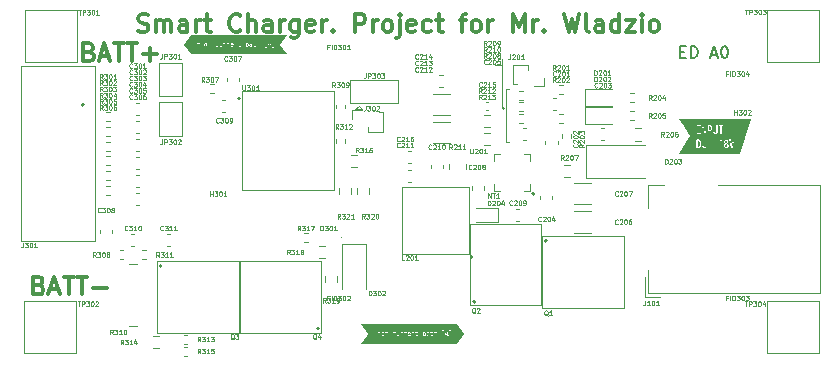
<source format=gto>
%TF.GenerationSoftware,KiCad,Pcbnew,6.0.3-a3aad9c10e~116~ubuntu20.04.1*%
%TF.CreationDate,2022-03-23T21:19:15+01:00*%
%TF.ProjectId,Smart_Charger,536d6172-745f-4436-9861-726765722e6b,ED A0*%
%TF.SameCoordinates,Original*%
%TF.FileFunction,Legend,Top*%
%TF.FilePolarity,Positive*%
%FSLAX46Y46*%
G04 Gerber Fmt 4.6, Leading zero omitted, Abs format (unit mm)*
G04 Created by KiCad (PCBNEW 6.0.3-a3aad9c10e~116~ubuntu20.04.1) date 2022-03-23 21:19:15*
%MOMM*%
%LPD*%
G01*
G04 APERTURE LIST*
%ADD10C,0.120000*%
%ADD11C,0.050000*%
%ADD12C,0.300000*%
%ADD13C,0.150000*%
%ADD14C,0.000003*%
%ADD15C,0.100000*%
%ADD16C,0.200000*%
G04 APERTURE END LIST*
D10*
X151825000Y-77350000D02*
X151900000Y-77275000D01*
X152050000Y-75700000D02*
X152275000Y-75700000D01*
X151675000Y-73650000D02*
X151725000Y-77275000D01*
X152050000Y-75700000D02*
X152050000Y-80175000D01*
X151825000Y-77200000D02*
X151825000Y-77350000D01*
X152050000Y-80175000D02*
X152275000Y-80175000D01*
D11*
X151150000Y-73650000D02*
X151675000Y-73650000D01*
D10*
X151725000Y-77275000D02*
X151900000Y-77275000D01*
D11*
X151675000Y-73650000D02*
X151675000Y-73125000D01*
D10*
X151900000Y-77275000D02*
X151825000Y-77200000D01*
D12*
X120914285Y-70757142D02*
X121128571Y-70828571D01*
X121485714Y-70828571D01*
X121628571Y-70757142D01*
X121700000Y-70685714D01*
X121771428Y-70542857D01*
X121771428Y-70400000D01*
X121700000Y-70257142D01*
X121628571Y-70185714D01*
X121485714Y-70114285D01*
X121200000Y-70042857D01*
X121057142Y-69971428D01*
X120985714Y-69900000D01*
X120914285Y-69757142D01*
X120914285Y-69614285D01*
X120985714Y-69471428D01*
X121057142Y-69400000D01*
X121200000Y-69328571D01*
X121557142Y-69328571D01*
X121771428Y-69400000D01*
X122414285Y-70828571D02*
X122414285Y-69828571D01*
X122414285Y-69971428D02*
X122485714Y-69900000D01*
X122628571Y-69828571D01*
X122842857Y-69828571D01*
X122985714Y-69900000D01*
X123057142Y-70042857D01*
X123057142Y-70828571D01*
X123057142Y-70042857D02*
X123128571Y-69900000D01*
X123271428Y-69828571D01*
X123485714Y-69828571D01*
X123628571Y-69900000D01*
X123700000Y-70042857D01*
X123700000Y-70828571D01*
X125057142Y-70828571D02*
X125057142Y-70042857D01*
X124985714Y-69900000D01*
X124842857Y-69828571D01*
X124557142Y-69828571D01*
X124414285Y-69900000D01*
X125057142Y-70757142D02*
X124914285Y-70828571D01*
X124557142Y-70828571D01*
X124414285Y-70757142D01*
X124342857Y-70614285D01*
X124342857Y-70471428D01*
X124414285Y-70328571D01*
X124557142Y-70257142D01*
X124914285Y-70257142D01*
X125057142Y-70185714D01*
X125771428Y-70828571D02*
X125771428Y-69828571D01*
X125771428Y-70114285D02*
X125842857Y-69971428D01*
X125914285Y-69900000D01*
X126057142Y-69828571D01*
X126200000Y-69828571D01*
X126485714Y-69828571D02*
X127057142Y-69828571D01*
X126700000Y-69328571D02*
X126700000Y-70614285D01*
X126771428Y-70757142D01*
X126914285Y-70828571D01*
X127057142Y-70828571D01*
X129557142Y-70685714D02*
X129485714Y-70757142D01*
X129271428Y-70828571D01*
X129128571Y-70828571D01*
X128914285Y-70757142D01*
X128771428Y-70614285D01*
X128700000Y-70471428D01*
X128628571Y-70185714D01*
X128628571Y-69971428D01*
X128700000Y-69685714D01*
X128771428Y-69542857D01*
X128914285Y-69400000D01*
X129128571Y-69328571D01*
X129271428Y-69328571D01*
X129485714Y-69400000D01*
X129557142Y-69471428D01*
X130200000Y-70828571D02*
X130200000Y-69328571D01*
X130842857Y-70828571D02*
X130842857Y-70042857D01*
X130771428Y-69900000D01*
X130628571Y-69828571D01*
X130414285Y-69828571D01*
X130271428Y-69900000D01*
X130200000Y-69971428D01*
X132200000Y-70828571D02*
X132200000Y-70042857D01*
X132128571Y-69900000D01*
X131985714Y-69828571D01*
X131700000Y-69828571D01*
X131557142Y-69900000D01*
X132200000Y-70757142D02*
X132057142Y-70828571D01*
X131700000Y-70828571D01*
X131557142Y-70757142D01*
X131485714Y-70614285D01*
X131485714Y-70471428D01*
X131557142Y-70328571D01*
X131700000Y-70257142D01*
X132057142Y-70257142D01*
X132200000Y-70185714D01*
X132914285Y-70828571D02*
X132914285Y-69828571D01*
X132914285Y-70114285D02*
X132985714Y-69971428D01*
X133057142Y-69900000D01*
X133200000Y-69828571D01*
X133342857Y-69828571D01*
X134485714Y-69828571D02*
X134485714Y-71042857D01*
X134414285Y-71185714D01*
X134342857Y-71257142D01*
X134200000Y-71328571D01*
X133985714Y-71328571D01*
X133842857Y-71257142D01*
X134485714Y-70757142D02*
X134342857Y-70828571D01*
X134057142Y-70828571D01*
X133914285Y-70757142D01*
X133842857Y-70685714D01*
X133771428Y-70542857D01*
X133771428Y-70114285D01*
X133842857Y-69971428D01*
X133914285Y-69900000D01*
X134057142Y-69828571D01*
X134342857Y-69828571D01*
X134485714Y-69900000D01*
X135771428Y-70757142D02*
X135628571Y-70828571D01*
X135342857Y-70828571D01*
X135200000Y-70757142D01*
X135128571Y-70614285D01*
X135128571Y-70042857D01*
X135200000Y-69900000D01*
X135342857Y-69828571D01*
X135628571Y-69828571D01*
X135771428Y-69900000D01*
X135842857Y-70042857D01*
X135842857Y-70185714D01*
X135128571Y-70328571D01*
X136485714Y-70828571D02*
X136485714Y-69828571D01*
X136485714Y-70114285D02*
X136557142Y-69971428D01*
X136628571Y-69900000D01*
X136771428Y-69828571D01*
X136914285Y-69828571D01*
X137414285Y-70685714D02*
X137485714Y-70757142D01*
X137414285Y-70828571D01*
X137342857Y-70757142D01*
X137414285Y-70685714D01*
X137414285Y-70828571D01*
X139271428Y-70828571D02*
X139271428Y-69328571D01*
X139842857Y-69328571D01*
X139985714Y-69400000D01*
X140057142Y-69471428D01*
X140128571Y-69614285D01*
X140128571Y-69828571D01*
X140057142Y-69971428D01*
X139985714Y-70042857D01*
X139842857Y-70114285D01*
X139271428Y-70114285D01*
X140771428Y-70828571D02*
X140771428Y-69828571D01*
X140771428Y-70114285D02*
X140842857Y-69971428D01*
X140914285Y-69900000D01*
X141057142Y-69828571D01*
X141200000Y-69828571D01*
X141914285Y-70828571D02*
X141771428Y-70757142D01*
X141700000Y-70685714D01*
X141628571Y-70542857D01*
X141628571Y-70114285D01*
X141700000Y-69971428D01*
X141771428Y-69900000D01*
X141914285Y-69828571D01*
X142128571Y-69828571D01*
X142271428Y-69900000D01*
X142342857Y-69971428D01*
X142414285Y-70114285D01*
X142414285Y-70542857D01*
X142342857Y-70685714D01*
X142271428Y-70757142D01*
X142128571Y-70828571D01*
X141914285Y-70828571D01*
X143057142Y-69828571D02*
X143057142Y-71114285D01*
X142985714Y-71257142D01*
X142842857Y-71328571D01*
X142771428Y-71328571D01*
X143057142Y-69328571D02*
X142985714Y-69400000D01*
X143057142Y-69471428D01*
X143128571Y-69400000D01*
X143057142Y-69328571D01*
X143057142Y-69471428D01*
X144342857Y-70757142D02*
X144200000Y-70828571D01*
X143914285Y-70828571D01*
X143771428Y-70757142D01*
X143700000Y-70614285D01*
X143700000Y-70042857D01*
X143771428Y-69900000D01*
X143914285Y-69828571D01*
X144200000Y-69828571D01*
X144342857Y-69900000D01*
X144414285Y-70042857D01*
X144414285Y-70185714D01*
X143700000Y-70328571D01*
X145700000Y-70757142D02*
X145557142Y-70828571D01*
X145271428Y-70828571D01*
X145128571Y-70757142D01*
X145057142Y-70685714D01*
X144985714Y-70542857D01*
X144985714Y-70114285D01*
X145057142Y-69971428D01*
X145128571Y-69900000D01*
X145271428Y-69828571D01*
X145557142Y-69828571D01*
X145700000Y-69900000D01*
X146128571Y-69828571D02*
X146700000Y-69828571D01*
X146342857Y-69328571D02*
X146342857Y-70614285D01*
X146414285Y-70757142D01*
X146557142Y-70828571D01*
X146700000Y-70828571D01*
X148128571Y-69828571D02*
X148700000Y-69828571D01*
X148342857Y-70828571D02*
X148342857Y-69542857D01*
X148414285Y-69400000D01*
X148557142Y-69328571D01*
X148700000Y-69328571D01*
X149414285Y-70828571D02*
X149271428Y-70757142D01*
X149200000Y-70685714D01*
X149128571Y-70542857D01*
X149128571Y-70114285D01*
X149200000Y-69971428D01*
X149271428Y-69900000D01*
X149414285Y-69828571D01*
X149628571Y-69828571D01*
X149771428Y-69900000D01*
X149842857Y-69971428D01*
X149914285Y-70114285D01*
X149914285Y-70542857D01*
X149842857Y-70685714D01*
X149771428Y-70757142D01*
X149628571Y-70828571D01*
X149414285Y-70828571D01*
X150557142Y-70828571D02*
X150557142Y-69828571D01*
X150557142Y-70114285D02*
X150628571Y-69971428D01*
X150700000Y-69900000D01*
X150842857Y-69828571D01*
X150985714Y-69828571D01*
X152628571Y-70828571D02*
X152628571Y-69328571D01*
X153128571Y-70400000D01*
X153628571Y-69328571D01*
X153628571Y-70828571D01*
X154342857Y-70828571D02*
X154342857Y-69828571D01*
X154342857Y-70114285D02*
X154414285Y-69971428D01*
X154485714Y-69900000D01*
X154628571Y-69828571D01*
X154771428Y-69828571D01*
X155271428Y-70685714D02*
X155342857Y-70757142D01*
X155271428Y-70828571D01*
X155200000Y-70757142D01*
X155271428Y-70685714D01*
X155271428Y-70828571D01*
X156985714Y-69328571D02*
X157342857Y-70828571D01*
X157628571Y-69757142D01*
X157914285Y-70828571D01*
X158271428Y-69328571D01*
X159057142Y-70828571D02*
X158914285Y-70757142D01*
X158842857Y-70614285D01*
X158842857Y-69328571D01*
X160271428Y-70828571D02*
X160271428Y-70042857D01*
X160200000Y-69900000D01*
X160057142Y-69828571D01*
X159771428Y-69828571D01*
X159628571Y-69900000D01*
X160271428Y-70757142D02*
X160128571Y-70828571D01*
X159771428Y-70828571D01*
X159628571Y-70757142D01*
X159557142Y-70614285D01*
X159557142Y-70471428D01*
X159628571Y-70328571D01*
X159771428Y-70257142D01*
X160128571Y-70257142D01*
X160271428Y-70185714D01*
X161628571Y-70828571D02*
X161628571Y-69328571D01*
X161628571Y-70757142D02*
X161485714Y-70828571D01*
X161200000Y-70828571D01*
X161057142Y-70757142D01*
X160985714Y-70685714D01*
X160914285Y-70542857D01*
X160914285Y-70114285D01*
X160985714Y-69971428D01*
X161057142Y-69900000D01*
X161200000Y-69828571D01*
X161485714Y-69828571D01*
X161628571Y-69900000D01*
X162200000Y-69828571D02*
X162985714Y-69828571D01*
X162200000Y-70828571D01*
X162985714Y-70828571D01*
X163557142Y-70828571D02*
X163557142Y-69828571D01*
X163557142Y-69328571D02*
X163485714Y-69400000D01*
X163557142Y-69471428D01*
X163628571Y-69400000D01*
X163557142Y-69328571D01*
X163557142Y-69471428D01*
X164485714Y-70828571D02*
X164342857Y-70757142D01*
X164271428Y-70685714D01*
X164200000Y-70542857D01*
X164200000Y-70114285D01*
X164271428Y-69971428D01*
X164342857Y-69900000D01*
X164485714Y-69828571D01*
X164700000Y-69828571D01*
X164842857Y-69900000D01*
X164914285Y-69971428D01*
X164985714Y-70114285D01*
X164985714Y-70542857D01*
X164914285Y-70685714D01*
X164842857Y-70757142D01*
X164700000Y-70828571D01*
X164485714Y-70828571D01*
X112517857Y-92267857D02*
X112732142Y-92339285D01*
X112803571Y-92410714D01*
X112875000Y-92553571D01*
X112875000Y-92767857D01*
X112803571Y-92910714D01*
X112732142Y-92982142D01*
X112589285Y-93053571D01*
X112017857Y-93053571D01*
X112017857Y-91553571D01*
X112517857Y-91553571D01*
X112660714Y-91625000D01*
X112732142Y-91696428D01*
X112803571Y-91839285D01*
X112803571Y-91982142D01*
X112732142Y-92125000D01*
X112660714Y-92196428D01*
X112517857Y-92267857D01*
X112017857Y-92267857D01*
X113446428Y-92625000D02*
X114160714Y-92625000D01*
X113303571Y-93053571D02*
X113803571Y-91553571D01*
X114303571Y-93053571D01*
X114589285Y-91553571D02*
X115446428Y-91553571D01*
X115017857Y-93053571D02*
X115017857Y-91553571D01*
X115732142Y-91553571D02*
X116589285Y-91553571D01*
X116160714Y-93053571D02*
X116160714Y-91553571D01*
X117089285Y-92482142D02*
X118232142Y-92482142D01*
D13*
X166800000Y-72503571D02*
X167133333Y-72503571D01*
X167276190Y-73027380D02*
X166800000Y-73027380D01*
X166800000Y-72027380D01*
X167276190Y-72027380D01*
X167704761Y-73027380D02*
X167704761Y-72027380D01*
X167942857Y-72027380D01*
X168085714Y-72075000D01*
X168180952Y-72170238D01*
X168228571Y-72265476D01*
X168276190Y-72455952D01*
X168276190Y-72598809D01*
X168228571Y-72789285D01*
X168180952Y-72884523D01*
X168085714Y-72979761D01*
X167942857Y-73027380D01*
X167704761Y-73027380D01*
X169419047Y-72741666D02*
X169895238Y-72741666D01*
X169323809Y-73027380D02*
X169657142Y-72027380D01*
X169990476Y-73027380D01*
X170514285Y-72027380D02*
X170609523Y-72027380D01*
X170704761Y-72075000D01*
X170752380Y-72122619D01*
X170800000Y-72217857D01*
X170847619Y-72408333D01*
X170847619Y-72646428D01*
X170800000Y-72836904D01*
X170752380Y-72932142D01*
X170704761Y-72979761D01*
X170609523Y-73027380D01*
X170514285Y-73027380D01*
X170419047Y-72979761D01*
X170371428Y-72932142D01*
X170323809Y-72836904D01*
X170276190Y-72646428D01*
X170276190Y-72408333D01*
X170323809Y-72217857D01*
X170371428Y-72122619D01*
X170419047Y-72075000D01*
X170514285Y-72027380D01*
D12*
X116767857Y-72517857D02*
X116982142Y-72589285D01*
X117053571Y-72660714D01*
X117125000Y-72803571D01*
X117125000Y-73017857D01*
X117053571Y-73160714D01*
X116982142Y-73232142D01*
X116839285Y-73303571D01*
X116267857Y-73303571D01*
X116267857Y-71803571D01*
X116767857Y-71803571D01*
X116910714Y-71875000D01*
X116982142Y-71946428D01*
X117053571Y-72089285D01*
X117053571Y-72232142D01*
X116982142Y-72375000D01*
X116910714Y-72446428D01*
X116767857Y-72517857D01*
X116267857Y-72517857D01*
X117696428Y-72875000D02*
X118410714Y-72875000D01*
X117553571Y-73303571D02*
X118053571Y-71803571D01*
X118553571Y-73303571D01*
X118839285Y-71803571D02*
X119696428Y-71803571D01*
X119267857Y-73303571D02*
X119267857Y-71803571D01*
X119982142Y-71803571D02*
X120839285Y-71803571D01*
X120410714Y-73303571D02*
X120410714Y-71803571D01*
X121339285Y-72732142D02*
X122482142Y-72732142D01*
X121910714Y-73303571D02*
X121910714Y-72160714D01*
D14*
%TO.C,kibuzzard-623A4100*%
X129148040Y-71069476D02*
X129148040Y-71069222D01*
X129148064Y-71069380D02*
X129148137Y-71069476D01*
X129148137Y-71069307D02*
X129148040Y-71069404D01*
X129148246Y-71069476D02*
X129148246Y-71069307D01*
X129148246Y-71069222D02*
X129148234Y-71069235D01*
X129148246Y-71069247D01*
X129148258Y-71069235D01*
X129148246Y-71069222D01*
X129148246Y-71069247D01*
X129148367Y-71069476D02*
X129148367Y-71069222D01*
X129148367Y-71069319D02*
X129148391Y-71069307D01*
X129148439Y-71069307D01*
X129148463Y-71069319D01*
X129148476Y-71069331D01*
X129148488Y-71069355D01*
X129148488Y-71069428D01*
X129148476Y-71069452D01*
X129148463Y-71069464D01*
X129148439Y-71069476D01*
X129148391Y-71069476D01*
X129148367Y-71069464D01*
X129148705Y-71069307D02*
X129148705Y-71069476D01*
X129148596Y-71069307D02*
X129148596Y-71069440D01*
X129148609Y-71069464D01*
X129148633Y-71069476D01*
X129148669Y-71069476D01*
X129148693Y-71069464D01*
X129148705Y-71069452D01*
X129148802Y-71069307D02*
X129148935Y-71069307D01*
X129148802Y-71069476D01*
X129148935Y-71069476D01*
X129149008Y-71069307D02*
X129149141Y-71069307D01*
X129149008Y-71069476D01*
X129149141Y-71069476D01*
X129149346Y-71069476D02*
X129149346Y-71069343D01*
X129149334Y-71069319D01*
X129149310Y-71069307D01*
X129149262Y-71069307D01*
X129149238Y-71069319D01*
X129149346Y-71069464D02*
X129149322Y-71069476D01*
X129149262Y-71069476D01*
X129149238Y-71069464D01*
X129149225Y-71069440D01*
X129149225Y-71069416D01*
X129149238Y-71069392D01*
X129149262Y-71069380D01*
X129149322Y-71069380D01*
X129149346Y-71069368D01*
X129149467Y-71069476D02*
X129149467Y-71069307D01*
X129149467Y-71069355D02*
X129149479Y-71069331D01*
X129149492Y-71069319D01*
X129149516Y-71069307D01*
X129149540Y-71069307D01*
X129149733Y-71069476D02*
X129149733Y-71069222D01*
X129149733Y-71069464D02*
X129149709Y-71069476D01*
X129149661Y-71069476D01*
X129149637Y-71069464D01*
X129149625Y-71069452D01*
X129149612Y-71069428D01*
X129149612Y-71069355D01*
X129149625Y-71069331D01*
X129149637Y-71069319D01*
X129149661Y-71069307D01*
X129149709Y-71069307D01*
X129149733Y-71069319D01*
X129149854Y-71069380D02*
X129150048Y-71069380D01*
X129150278Y-71069222D02*
X129150229Y-71069222D01*
X129150205Y-71069235D01*
X129150193Y-71069247D01*
X129150169Y-71069283D01*
X129150157Y-71069331D01*
X129150157Y-71069428D01*
X129150169Y-71069452D01*
X129150181Y-71069464D01*
X129150205Y-71069476D01*
X129150254Y-71069476D01*
X129150278Y-71069464D01*
X129150290Y-71069452D01*
X129150302Y-71069428D01*
X129150302Y-71069368D01*
X129150290Y-71069343D01*
X129150278Y-71069331D01*
X129150254Y-71069319D01*
X129150205Y-71069319D01*
X129150181Y-71069331D01*
X129150169Y-71069343D01*
X129150157Y-71069368D01*
X129150399Y-71069247D02*
X129150411Y-71069235D01*
X129150435Y-71069222D01*
X129150495Y-71069222D01*
X129150520Y-71069235D01*
X129150532Y-71069247D01*
X129150544Y-71069271D01*
X129150544Y-71069295D01*
X129150532Y-71069331D01*
X129150387Y-71069476D01*
X129150544Y-71069476D01*
X129150628Y-71069222D02*
X129150786Y-71069222D01*
X129150701Y-71069319D01*
X129150737Y-71069319D01*
X129150762Y-71069331D01*
X129150774Y-71069343D01*
X129150786Y-71069368D01*
X129150786Y-71069428D01*
X129150774Y-71069452D01*
X129150762Y-71069464D01*
X129150737Y-71069476D01*
X129150665Y-71069476D01*
X129150641Y-71069464D01*
X129150628Y-71069452D01*
X129150882Y-71069404D02*
X129151003Y-71069404D01*
X129150858Y-71069476D02*
X129150943Y-71069222D01*
X129151028Y-71069476D01*
X129151221Y-71069307D02*
X129151221Y-71069476D01*
X129151161Y-71069210D02*
X129151100Y-71069392D01*
X129151257Y-71069392D01*
X129151487Y-71069476D02*
X129151342Y-71069476D01*
X129151415Y-71069476D02*
X129151415Y-71069222D01*
X129151390Y-71069259D01*
X129151366Y-71069283D01*
X129151342Y-71069295D01*
X129151644Y-71069222D02*
X129151669Y-71069222D01*
X129151693Y-71069235D01*
X129151705Y-71069247D01*
X129151717Y-71069271D01*
X129151729Y-71069319D01*
X129151729Y-71069380D01*
X129151717Y-71069428D01*
X129151705Y-71069452D01*
X129151693Y-71069464D01*
X129151669Y-71069476D01*
X129151644Y-71069476D01*
X129151620Y-71069464D01*
X129151608Y-71069452D01*
X129151596Y-71069428D01*
X129151584Y-71069380D01*
X129151584Y-71069319D01*
X129151596Y-71069271D01*
X129151608Y-71069247D01*
X129151620Y-71069235D01*
X129151644Y-71069222D01*
X129151886Y-71069222D02*
X129151911Y-71069222D01*
X129151935Y-71069235D01*
X129151947Y-71069247D01*
X129151959Y-71069271D01*
X129151971Y-71069319D01*
X129151971Y-71069380D01*
X129151959Y-71069428D01*
X129151947Y-71069452D01*
X129151935Y-71069464D01*
X129151911Y-71069476D01*
X129151886Y-71069476D01*
X129151862Y-71069464D01*
X129151850Y-71069452D01*
X129151838Y-71069428D01*
X129151826Y-71069380D01*
X129151826Y-71069319D01*
X129151838Y-71069271D01*
X129151850Y-71069247D01*
X129151862Y-71069235D01*
X129151886Y-71069222D01*
%TO.C,kibuzzard-623A40DC*%
X144148028Y-95569476D02*
X144148028Y-95569222D01*
X144148052Y-95569380D02*
X144148125Y-95569476D01*
X144148125Y-95569307D02*
X144148028Y-95569404D01*
X144148234Y-95569476D02*
X144148234Y-95569307D01*
X144148234Y-95569222D02*
X144148222Y-95569235D01*
X144148234Y-95569247D01*
X144148246Y-95569235D01*
X144148234Y-95569222D01*
X144148234Y-95569247D01*
X144148355Y-95569476D02*
X144148355Y-95569222D01*
X144148355Y-95569319D02*
X144148379Y-95569307D01*
X144148427Y-95569307D01*
X144148451Y-95569319D01*
X144148463Y-95569331D01*
X144148476Y-95569355D01*
X144148476Y-95569428D01*
X144148463Y-95569452D01*
X144148451Y-95569464D01*
X144148427Y-95569476D01*
X144148379Y-95569476D01*
X144148355Y-95569464D01*
X144148693Y-95569307D02*
X144148693Y-95569476D01*
X144148584Y-95569307D02*
X144148584Y-95569440D01*
X144148596Y-95569464D01*
X144148621Y-95569476D01*
X144148657Y-95569476D01*
X144148681Y-95569464D01*
X144148693Y-95569452D01*
X144148790Y-95569307D02*
X144148923Y-95569307D01*
X144148790Y-95569476D01*
X144148923Y-95569476D01*
X144148996Y-95569307D02*
X144149129Y-95569307D01*
X144148996Y-95569476D01*
X144149129Y-95569476D01*
X144149334Y-95569476D02*
X144149334Y-95569343D01*
X144149322Y-95569319D01*
X144149298Y-95569307D01*
X144149250Y-95569307D01*
X144149225Y-95569319D01*
X144149334Y-95569464D02*
X144149310Y-95569476D01*
X144149250Y-95569476D01*
X144149225Y-95569464D01*
X144149213Y-95569440D01*
X144149213Y-95569416D01*
X144149225Y-95569392D01*
X144149250Y-95569380D01*
X144149310Y-95569380D01*
X144149334Y-95569368D01*
X144149455Y-95569476D02*
X144149455Y-95569307D01*
X144149455Y-95569355D02*
X144149467Y-95569331D01*
X144149479Y-95569319D01*
X144149504Y-95569307D01*
X144149528Y-95569307D01*
X144149721Y-95569476D02*
X144149721Y-95569222D01*
X144149721Y-95569464D02*
X144149697Y-95569476D01*
X144149649Y-95569476D01*
X144149625Y-95569464D01*
X144149612Y-95569452D01*
X144149600Y-95569428D01*
X144149600Y-95569355D01*
X144149612Y-95569331D01*
X144149625Y-95569319D01*
X144149649Y-95569307D01*
X144149697Y-95569307D01*
X144149721Y-95569319D01*
X144149842Y-95569380D02*
X144150036Y-95569380D01*
X144150266Y-95569222D02*
X144150217Y-95569222D01*
X144150193Y-95569235D01*
X144150181Y-95569247D01*
X144150157Y-95569283D01*
X144150145Y-95569331D01*
X144150145Y-95569428D01*
X144150157Y-95569452D01*
X144150169Y-95569464D01*
X144150193Y-95569476D01*
X144150241Y-95569476D01*
X144150266Y-95569464D01*
X144150278Y-95569452D01*
X144150290Y-95569428D01*
X144150290Y-95569368D01*
X144150278Y-95569343D01*
X144150266Y-95569331D01*
X144150241Y-95569319D01*
X144150193Y-95569319D01*
X144150169Y-95569331D01*
X144150157Y-95569343D01*
X144150145Y-95569368D01*
X144150387Y-95569247D02*
X144150399Y-95569235D01*
X144150423Y-95569222D01*
X144150483Y-95569222D01*
X144150508Y-95569235D01*
X144150520Y-95569247D01*
X144150532Y-95569271D01*
X144150532Y-95569295D01*
X144150520Y-95569331D01*
X144150374Y-95569476D01*
X144150532Y-95569476D01*
X144150616Y-95569222D02*
X144150774Y-95569222D01*
X144150689Y-95569319D01*
X144150725Y-95569319D01*
X144150749Y-95569331D01*
X144150762Y-95569343D01*
X144150774Y-95569368D01*
X144150774Y-95569428D01*
X144150762Y-95569452D01*
X144150749Y-95569464D01*
X144150725Y-95569476D01*
X144150653Y-95569476D01*
X144150628Y-95569464D01*
X144150616Y-95569452D01*
X144150870Y-95569404D02*
X144150991Y-95569404D01*
X144150846Y-95569476D02*
X144150931Y-95569222D01*
X144151016Y-95569476D01*
X144151209Y-95569307D02*
X144151209Y-95569476D01*
X144151149Y-95569210D02*
X144151088Y-95569392D01*
X144151245Y-95569392D01*
X144151390Y-95569222D02*
X144151415Y-95569222D01*
X144151439Y-95569235D01*
X144151451Y-95569247D01*
X144151463Y-95569271D01*
X144151475Y-95569319D01*
X144151475Y-95569380D01*
X144151463Y-95569428D01*
X144151451Y-95569452D01*
X144151439Y-95569464D01*
X144151415Y-95569476D01*
X144151390Y-95569476D01*
X144151366Y-95569464D01*
X144151354Y-95569452D01*
X144151342Y-95569428D01*
X144151330Y-95569380D01*
X144151330Y-95569319D01*
X144151342Y-95569271D01*
X144151354Y-95569247D01*
X144151366Y-95569235D01*
X144151390Y-95569222D01*
X144151584Y-95569476D02*
X144151584Y-95569222D01*
X144151644Y-95569222D01*
X144151681Y-95569235D01*
X144151705Y-95569259D01*
X144151717Y-95569283D01*
X144151729Y-95569331D01*
X144151729Y-95569368D01*
X144151717Y-95569416D01*
X144151705Y-95569440D01*
X144151681Y-95569464D01*
X144151644Y-95569476D01*
X144151584Y-95569476D01*
X144151983Y-95569452D02*
X144151971Y-95569464D01*
X144151935Y-95569476D01*
X144151911Y-95569476D01*
X144151874Y-95569464D01*
X144151850Y-95569440D01*
X144151838Y-95569416D01*
X144151826Y-95569368D01*
X144151826Y-95569331D01*
X144151838Y-95569283D01*
X144151850Y-95569259D01*
X144151874Y-95569235D01*
X144151911Y-95569222D01*
X144151935Y-95569222D01*
X144151971Y-95569235D01*
X144151983Y-95569247D01*
D15*
%TO.C,R316*%
X139577380Y-81030952D02*
X139444047Y-80840476D01*
X139348809Y-81030952D02*
X139348809Y-80630952D01*
X139501190Y-80630952D01*
X139539285Y-80650000D01*
X139558333Y-80669047D01*
X139577380Y-80707142D01*
X139577380Y-80764285D01*
X139558333Y-80802380D01*
X139539285Y-80821428D01*
X139501190Y-80840476D01*
X139348809Y-80840476D01*
X139710714Y-80630952D02*
X139958333Y-80630952D01*
X139825000Y-80783333D01*
X139882142Y-80783333D01*
X139920238Y-80802380D01*
X139939285Y-80821428D01*
X139958333Y-80859523D01*
X139958333Y-80954761D01*
X139939285Y-80992857D01*
X139920238Y-81011904D01*
X139882142Y-81030952D01*
X139767857Y-81030952D01*
X139729761Y-81011904D01*
X139710714Y-80992857D01*
X140339285Y-81030952D02*
X140110714Y-81030952D01*
X140225000Y-81030952D02*
X140225000Y-80630952D01*
X140186904Y-80688095D01*
X140148809Y-80726190D01*
X140110714Y-80745238D01*
X140682142Y-80630952D02*
X140605952Y-80630952D01*
X140567857Y-80650000D01*
X140548809Y-80669047D01*
X140510714Y-80726190D01*
X140491666Y-80802380D01*
X140491666Y-80954761D01*
X140510714Y-80992857D01*
X140529761Y-81011904D01*
X140567857Y-81030952D01*
X140644047Y-81030952D01*
X140682142Y-81011904D01*
X140701190Y-80992857D01*
X140720238Y-80954761D01*
X140720238Y-80859523D01*
X140701190Y-80821428D01*
X140682142Y-80802380D01*
X140644047Y-80783333D01*
X140567857Y-80783333D01*
X140529761Y-80802380D01*
X140510714Y-80821428D01*
X140491666Y-80859523D01*
%TO.C,D302*%
X140438808Y-93135951D02*
X140438808Y-92735951D01*
X140534046Y-92735951D01*
X140591189Y-92754999D01*
X140629284Y-92793094D01*
X140648332Y-92831189D01*
X140667379Y-92907379D01*
X140667379Y-92964522D01*
X140648332Y-93040713D01*
X140629284Y-93078808D01*
X140591189Y-93116903D01*
X140534046Y-93135951D01*
X140438808Y-93135951D01*
X140800713Y-92735951D02*
X141048332Y-92735951D01*
X140914999Y-92888332D01*
X140972141Y-92888332D01*
X141010237Y-92907379D01*
X141029284Y-92926427D01*
X141048332Y-92964522D01*
X141048332Y-93059760D01*
X141029284Y-93097856D01*
X141010237Y-93116903D01*
X140972141Y-93135951D01*
X140857856Y-93135951D01*
X140819760Y-93116903D01*
X140800713Y-93097856D01*
X141295951Y-92735951D02*
X141334046Y-92735951D01*
X141372141Y-92754999D01*
X141391189Y-92774046D01*
X141410237Y-92812141D01*
X141429284Y-92888332D01*
X141429284Y-92983570D01*
X141410237Y-93059760D01*
X141391189Y-93097856D01*
X141372141Y-93116903D01*
X141334046Y-93135951D01*
X141295951Y-93135951D01*
X141257856Y-93116903D01*
X141238808Y-93097856D01*
X141219760Y-93059760D01*
X141200713Y-92983570D01*
X141200713Y-92888332D01*
X141219760Y-92812141D01*
X141238808Y-92774046D01*
X141257856Y-92754999D01*
X141295951Y-92735951D01*
X141581665Y-92774046D02*
X141600713Y-92754999D01*
X141638808Y-92735951D01*
X141734046Y-92735951D01*
X141772141Y-92754999D01*
X141791189Y-92774046D01*
X141810237Y-92812141D01*
X141810237Y-92850237D01*
X141791189Y-92907379D01*
X141562618Y-93135951D01*
X141810237Y-93135951D01*
%TO.C,JP302*%
X122935714Y-79930952D02*
X122935714Y-80216666D01*
X122916666Y-80273809D01*
X122878571Y-80311904D01*
X122821428Y-80330952D01*
X122783333Y-80330952D01*
X123126190Y-80330952D02*
X123126190Y-79930952D01*
X123278571Y-79930952D01*
X123316666Y-79950000D01*
X123335714Y-79969047D01*
X123354761Y-80007142D01*
X123354761Y-80064285D01*
X123335714Y-80102380D01*
X123316666Y-80121428D01*
X123278571Y-80140476D01*
X123126190Y-80140476D01*
X123488095Y-79930952D02*
X123735714Y-79930952D01*
X123602380Y-80083333D01*
X123659523Y-80083333D01*
X123697619Y-80102380D01*
X123716666Y-80121428D01*
X123735714Y-80159523D01*
X123735714Y-80254761D01*
X123716666Y-80292857D01*
X123697619Y-80311904D01*
X123659523Y-80330952D01*
X123545238Y-80330952D01*
X123507142Y-80311904D01*
X123488095Y-80292857D01*
X123983333Y-79930952D02*
X124021428Y-79930952D01*
X124059523Y-79950000D01*
X124078571Y-79969047D01*
X124097619Y-80007142D01*
X124116666Y-80083333D01*
X124116666Y-80178571D01*
X124097619Y-80254761D01*
X124078571Y-80292857D01*
X124059523Y-80311904D01*
X124021428Y-80330952D01*
X123983333Y-80330952D01*
X123945238Y-80311904D01*
X123926190Y-80292857D01*
X123907142Y-80254761D01*
X123888095Y-80178571D01*
X123888095Y-80083333D01*
X123907142Y-80007142D01*
X123926190Y-79969047D01*
X123945238Y-79950000D01*
X123983333Y-79930952D01*
X124269047Y-79969047D02*
X124288095Y-79950000D01*
X124326190Y-79930952D01*
X124421428Y-79930952D01*
X124459523Y-79950000D01*
X124478571Y-79969047D01*
X124497619Y-80007142D01*
X124497619Y-80045238D01*
X124478571Y-80102380D01*
X124250000Y-80330952D01*
X124497619Y-80330952D01*
%TO.C,TP304*%
X172264285Y-93630952D02*
X172492857Y-93630952D01*
X172378571Y-94030952D02*
X172378571Y-93630952D01*
X172626190Y-94030952D02*
X172626190Y-93630952D01*
X172778571Y-93630952D01*
X172816666Y-93650000D01*
X172835714Y-93669047D01*
X172854761Y-93707142D01*
X172854761Y-93764285D01*
X172835714Y-93802380D01*
X172816666Y-93821428D01*
X172778571Y-93840476D01*
X172626190Y-93840476D01*
X172988095Y-93630952D02*
X173235714Y-93630952D01*
X173102380Y-93783333D01*
X173159523Y-93783333D01*
X173197619Y-93802380D01*
X173216666Y-93821428D01*
X173235714Y-93859523D01*
X173235714Y-93954761D01*
X173216666Y-93992857D01*
X173197619Y-94011904D01*
X173159523Y-94030952D01*
X173045238Y-94030952D01*
X173007142Y-94011904D01*
X172988095Y-93992857D01*
X173483333Y-93630952D02*
X173521428Y-93630952D01*
X173559523Y-93650000D01*
X173578571Y-93669047D01*
X173597619Y-93707142D01*
X173616666Y-93783333D01*
X173616666Y-93878571D01*
X173597619Y-93954761D01*
X173578571Y-93992857D01*
X173559523Y-94011904D01*
X173521428Y-94030952D01*
X173483333Y-94030952D01*
X173445238Y-94011904D01*
X173426190Y-93992857D01*
X173407142Y-93954761D01*
X173388095Y-93878571D01*
X173388095Y-93783333D01*
X173407142Y-93707142D01*
X173426190Y-93669047D01*
X173445238Y-93650000D01*
X173483333Y-93630952D01*
X173959523Y-93764285D02*
X173959523Y-94030952D01*
X173864285Y-93611904D02*
X173769047Y-93897619D01*
X174016666Y-93897619D01*
%TO.C,FID301*%
X137065476Y-72096428D02*
X136932142Y-72096428D01*
X136932142Y-72305952D02*
X136932142Y-71905952D01*
X137122619Y-71905952D01*
X137275000Y-72305952D02*
X137275000Y-71905952D01*
X137465476Y-72305952D02*
X137465476Y-71905952D01*
X137560714Y-71905952D01*
X137617857Y-71925000D01*
X137655952Y-71963095D01*
X137675000Y-72001190D01*
X137694047Y-72077380D01*
X137694047Y-72134523D01*
X137675000Y-72210714D01*
X137655952Y-72248809D01*
X137617857Y-72286904D01*
X137560714Y-72305952D01*
X137465476Y-72305952D01*
X137827380Y-71905952D02*
X138075000Y-71905952D01*
X137941666Y-72058333D01*
X137998809Y-72058333D01*
X138036904Y-72077380D01*
X138055952Y-72096428D01*
X138075000Y-72134523D01*
X138075000Y-72229761D01*
X138055952Y-72267857D01*
X138036904Y-72286904D01*
X137998809Y-72305952D01*
X137884523Y-72305952D01*
X137846428Y-72286904D01*
X137827380Y-72267857D01*
X138322619Y-71905952D02*
X138360714Y-71905952D01*
X138398809Y-71925000D01*
X138417857Y-71944047D01*
X138436904Y-71982142D01*
X138455952Y-72058333D01*
X138455952Y-72153571D01*
X138436904Y-72229761D01*
X138417857Y-72267857D01*
X138398809Y-72286904D01*
X138360714Y-72305952D01*
X138322619Y-72305952D01*
X138284523Y-72286904D01*
X138265476Y-72267857D01*
X138246428Y-72229761D01*
X138227380Y-72153571D01*
X138227380Y-72058333D01*
X138246428Y-71982142D01*
X138265476Y-71944047D01*
X138284523Y-71925000D01*
X138322619Y-71905952D01*
X138836904Y-72305952D02*
X138608333Y-72305952D01*
X138722619Y-72305952D02*
X138722619Y-71905952D01*
X138684523Y-71963095D01*
X138646428Y-72001190D01*
X138608333Y-72020238D01*
%TO.C,D204*%
X150523809Y-85505952D02*
X150523809Y-85105952D01*
X150619047Y-85105952D01*
X150676190Y-85125000D01*
X150714285Y-85163095D01*
X150733333Y-85201190D01*
X150752380Y-85277380D01*
X150752380Y-85334523D01*
X150733333Y-85410714D01*
X150714285Y-85448809D01*
X150676190Y-85486904D01*
X150619047Y-85505952D01*
X150523809Y-85505952D01*
X150904761Y-85144047D02*
X150923809Y-85125000D01*
X150961904Y-85105952D01*
X151057142Y-85105952D01*
X151095238Y-85125000D01*
X151114285Y-85144047D01*
X151133333Y-85182142D01*
X151133333Y-85220238D01*
X151114285Y-85277380D01*
X150885714Y-85505952D01*
X151133333Y-85505952D01*
X151380952Y-85105952D02*
X151419047Y-85105952D01*
X151457142Y-85125000D01*
X151476190Y-85144047D01*
X151495238Y-85182142D01*
X151514285Y-85258333D01*
X151514285Y-85353571D01*
X151495238Y-85429761D01*
X151476190Y-85467857D01*
X151457142Y-85486904D01*
X151419047Y-85505952D01*
X151380952Y-85505952D01*
X151342857Y-85486904D01*
X151323809Y-85467857D01*
X151304761Y-85429761D01*
X151285714Y-85353571D01*
X151285714Y-85258333D01*
X151304761Y-85182142D01*
X151323809Y-85144047D01*
X151342857Y-85125000D01*
X151380952Y-85105952D01*
X151857142Y-85239285D02*
X151857142Y-85505952D01*
X151761904Y-85086904D02*
X151666666Y-85372619D01*
X151914285Y-85372619D01*
%TO.C,C305*%
X120404880Y-75942857D02*
X120385833Y-75961904D01*
X120328690Y-75980952D01*
X120290595Y-75980952D01*
X120233452Y-75961904D01*
X120195357Y-75923809D01*
X120176309Y-75885714D01*
X120157261Y-75809523D01*
X120157261Y-75752380D01*
X120176309Y-75676190D01*
X120195357Y-75638095D01*
X120233452Y-75600000D01*
X120290595Y-75580952D01*
X120328690Y-75580952D01*
X120385833Y-75600000D01*
X120404880Y-75619047D01*
X120538214Y-75580952D02*
X120785833Y-75580952D01*
X120652500Y-75733333D01*
X120709642Y-75733333D01*
X120747738Y-75752380D01*
X120766785Y-75771428D01*
X120785833Y-75809523D01*
X120785833Y-75904761D01*
X120766785Y-75942857D01*
X120747738Y-75961904D01*
X120709642Y-75980952D01*
X120595357Y-75980952D01*
X120557261Y-75961904D01*
X120538214Y-75942857D01*
X121033452Y-75580952D02*
X121071547Y-75580952D01*
X121109642Y-75600000D01*
X121128690Y-75619047D01*
X121147738Y-75657142D01*
X121166785Y-75733333D01*
X121166785Y-75828571D01*
X121147738Y-75904761D01*
X121128690Y-75942857D01*
X121109642Y-75961904D01*
X121071547Y-75980952D01*
X121033452Y-75980952D01*
X120995357Y-75961904D01*
X120976309Y-75942857D01*
X120957261Y-75904761D01*
X120938214Y-75828571D01*
X120938214Y-75733333D01*
X120957261Y-75657142D01*
X120976309Y-75619047D01*
X120995357Y-75600000D01*
X121033452Y-75580952D01*
X121528690Y-75580952D02*
X121338214Y-75580952D01*
X121319166Y-75771428D01*
X121338214Y-75752380D01*
X121376309Y-75733333D01*
X121471547Y-75733333D01*
X121509642Y-75752380D01*
X121528690Y-75771428D01*
X121547738Y-75809523D01*
X121547738Y-75904761D01*
X121528690Y-75942857D01*
X121509642Y-75961904D01*
X121471547Y-75980952D01*
X121376309Y-75980952D01*
X121338214Y-75961904D01*
X121319166Y-75942857D01*
%TO.C,R209*%
X150402380Y-71980952D02*
X150269047Y-71790476D01*
X150173809Y-71980952D02*
X150173809Y-71580952D01*
X150326190Y-71580952D01*
X150364285Y-71600000D01*
X150383333Y-71619047D01*
X150402380Y-71657142D01*
X150402380Y-71714285D01*
X150383333Y-71752380D01*
X150364285Y-71771428D01*
X150326190Y-71790476D01*
X150173809Y-71790476D01*
X150554761Y-71619047D02*
X150573809Y-71600000D01*
X150611904Y-71580952D01*
X150707142Y-71580952D01*
X150745238Y-71600000D01*
X150764285Y-71619047D01*
X150783333Y-71657142D01*
X150783333Y-71695238D01*
X150764285Y-71752380D01*
X150535714Y-71980952D01*
X150783333Y-71980952D01*
X151030952Y-71580952D02*
X151069047Y-71580952D01*
X151107142Y-71600000D01*
X151126190Y-71619047D01*
X151145238Y-71657142D01*
X151164285Y-71733333D01*
X151164285Y-71828571D01*
X151145238Y-71904761D01*
X151126190Y-71942857D01*
X151107142Y-71961904D01*
X151069047Y-71980952D01*
X151030952Y-71980952D01*
X150992857Y-71961904D01*
X150973809Y-71942857D01*
X150954761Y-71904761D01*
X150935714Y-71828571D01*
X150935714Y-71733333D01*
X150954761Y-71657142D01*
X150973809Y-71619047D01*
X150992857Y-71600000D01*
X151030952Y-71580952D01*
X151354761Y-71980952D02*
X151430952Y-71980952D01*
X151469047Y-71961904D01*
X151488095Y-71942857D01*
X151526190Y-71885714D01*
X151545238Y-71809523D01*
X151545238Y-71657142D01*
X151526190Y-71619047D01*
X151507142Y-71600000D01*
X151469047Y-71580952D01*
X151392857Y-71580952D01*
X151354761Y-71600000D01*
X151335714Y-71619047D01*
X151316666Y-71657142D01*
X151316666Y-71752380D01*
X151335714Y-71790476D01*
X151354761Y-71809523D01*
X151392857Y-71828571D01*
X151469047Y-71828571D01*
X151507142Y-71809523D01*
X151526190Y-71790476D01*
X151545238Y-71752380D01*
%TO.C,R213*%
X149977380Y-76530952D02*
X149844047Y-76340476D01*
X149748809Y-76530952D02*
X149748809Y-76130952D01*
X149901190Y-76130952D01*
X149939285Y-76150000D01*
X149958333Y-76169047D01*
X149977380Y-76207142D01*
X149977380Y-76264285D01*
X149958333Y-76302380D01*
X149939285Y-76321428D01*
X149901190Y-76340476D01*
X149748809Y-76340476D01*
X150129761Y-76169047D02*
X150148809Y-76150000D01*
X150186904Y-76130952D01*
X150282142Y-76130952D01*
X150320238Y-76150000D01*
X150339285Y-76169047D01*
X150358333Y-76207142D01*
X150358333Y-76245238D01*
X150339285Y-76302380D01*
X150110714Y-76530952D01*
X150358333Y-76530952D01*
X150739285Y-76530952D02*
X150510714Y-76530952D01*
X150625000Y-76530952D02*
X150625000Y-76130952D01*
X150586904Y-76188095D01*
X150548809Y-76226190D01*
X150510714Y-76245238D01*
X150872619Y-76130952D02*
X151120238Y-76130952D01*
X150986904Y-76283333D01*
X151044047Y-76283333D01*
X151082142Y-76302380D01*
X151101190Y-76321428D01*
X151120238Y-76359523D01*
X151120238Y-76454761D01*
X151101190Y-76492857D01*
X151082142Y-76511904D01*
X151044047Y-76530952D01*
X150929761Y-76530952D01*
X150891666Y-76511904D01*
X150872619Y-76492857D01*
%TO.C,C301*%
X120404880Y-73842857D02*
X120385833Y-73861904D01*
X120328690Y-73880952D01*
X120290595Y-73880952D01*
X120233452Y-73861904D01*
X120195357Y-73823809D01*
X120176309Y-73785714D01*
X120157261Y-73709523D01*
X120157261Y-73652380D01*
X120176309Y-73576190D01*
X120195357Y-73538095D01*
X120233452Y-73500000D01*
X120290595Y-73480952D01*
X120328690Y-73480952D01*
X120385833Y-73500000D01*
X120404880Y-73519047D01*
X120538214Y-73480952D02*
X120785833Y-73480952D01*
X120652500Y-73633333D01*
X120709642Y-73633333D01*
X120747738Y-73652380D01*
X120766785Y-73671428D01*
X120785833Y-73709523D01*
X120785833Y-73804761D01*
X120766785Y-73842857D01*
X120747738Y-73861904D01*
X120709642Y-73880952D01*
X120595357Y-73880952D01*
X120557261Y-73861904D01*
X120538214Y-73842857D01*
X121033452Y-73480952D02*
X121071547Y-73480952D01*
X121109642Y-73500000D01*
X121128690Y-73519047D01*
X121147738Y-73557142D01*
X121166785Y-73633333D01*
X121166785Y-73728571D01*
X121147738Y-73804761D01*
X121128690Y-73842857D01*
X121109642Y-73861904D01*
X121071547Y-73880952D01*
X121033452Y-73880952D01*
X120995357Y-73861904D01*
X120976309Y-73842857D01*
X120957261Y-73804761D01*
X120938214Y-73728571D01*
X120938214Y-73633333D01*
X120957261Y-73557142D01*
X120976309Y-73519047D01*
X120995357Y-73500000D01*
X121033452Y-73480952D01*
X121547738Y-73880952D02*
X121319166Y-73880952D01*
X121433452Y-73880952D02*
X121433452Y-73480952D01*
X121395357Y-73538095D01*
X121357261Y-73576190D01*
X121319166Y-73595238D01*
%TO.C,R203*%
X158655952Y-80347619D02*
X158465476Y-80480952D01*
X158655952Y-80576190D02*
X158255952Y-80576190D01*
X158255952Y-80423809D01*
X158275000Y-80385714D01*
X158294047Y-80366666D01*
X158332142Y-80347619D01*
X158389285Y-80347619D01*
X158427380Y-80366666D01*
X158446428Y-80385714D01*
X158465476Y-80423809D01*
X158465476Y-80576190D01*
X158294047Y-80195238D02*
X158275000Y-80176190D01*
X158255952Y-80138095D01*
X158255952Y-80042857D01*
X158275000Y-80004761D01*
X158294047Y-79985714D01*
X158332142Y-79966666D01*
X158370238Y-79966666D01*
X158427380Y-79985714D01*
X158655952Y-80214285D01*
X158655952Y-79966666D01*
X158255952Y-79719047D02*
X158255952Y-79680952D01*
X158275000Y-79642857D01*
X158294047Y-79623809D01*
X158332142Y-79604761D01*
X158408333Y-79585714D01*
X158503571Y-79585714D01*
X158579761Y-79604761D01*
X158617857Y-79623809D01*
X158636904Y-79642857D01*
X158655952Y-79680952D01*
X158655952Y-79719047D01*
X158636904Y-79757142D01*
X158617857Y-79776190D01*
X158579761Y-79795238D01*
X158503571Y-79814285D01*
X158408333Y-79814285D01*
X158332142Y-79795238D01*
X158294047Y-79776190D01*
X158275000Y-79757142D01*
X158255952Y-79719047D01*
X158255952Y-79452380D02*
X158255952Y-79204761D01*
X158408333Y-79338095D01*
X158408333Y-79280952D01*
X158427380Y-79242857D01*
X158446428Y-79223809D01*
X158484523Y-79204761D01*
X158579761Y-79204761D01*
X158617857Y-79223809D01*
X158636904Y-79242857D01*
X158655952Y-79280952D01*
X158655952Y-79395238D01*
X158636904Y-79433333D01*
X158617857Y-79452380D01*
%TO.C,R212*%
X149977380Y-76005952D02*
X149844047Y-75815476D01*
X149748809Y-76005952D02*
X149748809Y-75605952D01*
X149901190Y-75605952D01*
X149939285Y-75625000D01*
X149958333Y-75644047D01*
X149977380Y-75682142D01*
X149977380Y-75739285D01*
X149958333Y-75777380D01*
X149939285Y-75796428D01*
X149901190Y-75815476D01*
X149748809Y-75815476D01*
X150129761Y-75644047D02*
X150148809Y-75625000D01*
X150186904Y-75605952D01*
X150282142Y-75605952D01*
X150320238Y-75625000D01*
X150339285Y-75644047D01*
X150358333Y-75682142D01*
X150358333Y-75720238D01*
X150339285Y-75777380D01*
X150110714Y-76005952D01*
X150358333Y-76005952D01*
X150739285Y-76005952D02*
X150510714Y-76005952D01*
X150625000Y-76005952D02*
X150625000Y-75605952D01*
X150586904Y-75663095D01*
X150548809Y-75701190D01*
X150510714Y-75720238D01*
X150891666Y-75644047D02*
X150910714Y-75625000D01*
X150948809Y-75605952D01*
X151044047Y-75605952D01*
X151082142Y-75625000D01*
X151101190Y-75644047D01*
X151120238Y-75682142D01*
X151120238Y-75720238D01*
X151101190Y-75777380D01*
X150872619Y-76005952D01*
X151120238Y-76005952D01*
%TO.C,C215*%
X150002380Y-75442857D02*
X149983333Y-75461904D01*
X149926190Y-75480952D01*
X149888095Y-75480952D01*
X149830952Y-75461904D01*
X149792857Y-75423809D01*
X149773809Y-75385714D01*
X149754761Y-75309523D01*
X149754761Y-75252380D01*
X149773809Y-75176190D01*
X149792857Y-75138095D01*
X149830952Y-75100000D01*
X149888095Y-75080952D01*
X149926190Y-75080952D01*
X149983333Y-75100000D01*
X150002380Y-75119047D01*
X150154761Y-75119047D02*
X150173809Y-75100000D01*
X150211904Y-75080952D01*
X150307142Y-75080952D01*
X150345238Y-75100000D01*
X150364285Y-75119047D01*
X150383333Y-75157142D01*
X150383333Y-75195238D01*
X150364285Y-75252380D01*
X150135714Y-75480952D01*
X150383333Y-75480952D01*
X150764285Y-75480952D02*
X150535714Y-75480952D01*
X150650000Y-75480952D02*
X150650000Y-75080952D01*
X150611904Y-75138095D01*
X150573809Y-75176190D01*
X150535714Y-75195238D01*
X151126190Y-75080952D02*
X150935714Y-75080952D01*
X150916666Y-75271428D01*
X150935714Y-75252380D01*
X150973809Y-75233333D01*
X151069047Y-75233333D01*
X151107142Y-75252380D01*
X151126190Y-75271428D01*
X151145238Y-75309523D01*
X151145238Y-75404761D01*
X151126190Y-75442857D01*
X151107142Y-75461904D01*
X151069047Y-75480952D01*
X150973809Y-75480952D01*
X150935714Y-75461904D01*
X150916666Y-75442857D01*
%TO.C,FID304*%
X170815476Y-74346428D02*
X170682142Y-74346428D01*
X170682142Y-74555952D02*
X170682142Y-74155952D01*
X170872619Y-74155952D01*
X171025000Y-74555952D02*
X171025000Y-74155952D01*
X171215476Y-74555952D02*
X171215476Y-74155952D01*
X171310714Y-74155952D01*
X171367857Y-74175000D01*
X171405952Y-74213095D01*
X171425000Y-74251190D01*
X171444047Y-74327380D01*
X171444047Y-74384523D01*
X171425000Y-74460714D01*
X171405952Y-74498809D01*
X171367857Y-74536904D01*
X171310714Y-74555952D01*
X171215476Y-74555952D01*
X171577380Y-74155952D02*
X171825000Y-74155952D01*
X171691666Y-74308333D01*
X171748809Y-74308333D01*
X171786904Y-74327380D01*
X171805952Y-74346428D01*
X171825000Y-74384523D01*
X171825000Y-74479761D01*
X171805952Y-74517857D01*
X171786904Y-74536904D01*
X171748809Y-74555952D01*
X171634523Y-74555952D01*
X171596428Y-74536904D01*
X171577380Y-74517857D01*
X172072619Y-74155952D02*
X172110714Y-74155952D01*
X172148809Y-74175000D01*
X172167857Y-74194047D01*
X172186904Y-74232142D01*
X172205952Y-74308333D01*
X172205952Y-74403571D01*
X172186904Y-74479761D01*
X172167857Y-74517857D01*
X172148809Y-74536904D01*
X172110714Y-74555952D01*
X172072619Y-74555952D01*
X172034523Y-74536904D01*
X172015476Y-74517857D01*
X171996428Y-74479761D01*
X171977380Y-74403571D01*
X171977380Y-74308333D01*
X171996428Y-74232142D01*
X172015476Y-74194047D01*
X172034523Y-74175000D01*
X172072619Y-74155952D01*
X172548809Y-74289285D02*
X172548809Y-74555952D01*
X172453571Y-74136904D02*
X172358333Y-74422619D01*
X172605952Y-74422619D01*
%TO.C,JP303*%
X140185714Y-74330952D02*
X140185714Y-74616666D01*
X140166666Y-74673809D01*
X140128571Y-74711904D01*
X140071428Y-74730952D01*
X140033333Y-74730952D01*
X140376190Y-74730952D02*
X140376190Y-74330952D01*
X140528571Y-74330952D01*
X140566666Y-74350000D01*
X140585714Y-74369047D01*
X140604761Y-74407142D01*
X140604761Y-74464285D01*
X140585714Y-74502380D01*
X140566666Y-74521428D01*
X140528571Y-74540476D01*
X140376190Y-74540476D01*
X140738095Y-74330952D02*
X140985714Y-74330952D01*
X140852380Y-74483333D01*
X140909523Y-74483333D01*
X140947619Y-74502380D01*
X140966666Y-74521428D01*
X140985714Y-74559523D01*
X140985714Y-74654761D01*
X140966666Y-74692857D01*
X140947619Y-74711904D01*
X140909523Y-74730952D01*
X140795238Y-74730952D01*
X140757142Y-74711904D01*
X140738095Y-74692857D01*
X141233333Y-74330952D02*
X141271428Y-74330952D01*
X141309523Y-74350000D01*
X141328571Y-74369047D01*
X141347619Y-74407142D01*
X141366666Y-74483333D01*
X141366666Y-74578571D01*
X141347619Y-74654761D01*
X141328571Y-74692857D01*
X141309523Y-74711904D01*
X141271428Y-74730952D01*
X141233333Y-74730952D01*
X141195238Y-74711904D01*
X141176190Y-74692857D01*
X141157142Y-74654761D01*
X141138095Y-74578571D01*
X141138095Y-74483333D01*
X141157142Y-74407142D01*
X141176190Y-74369047D01*
X141195238Y-74350000D01*
X141233333Y-74330952D01*
X141500000Y-74330952D02*
X141747619Y-74330952D01*
X141614285Y-74483333D01*
X141671428Y-74483333D01*
X141709523Y-74502380D01*
X141728571Y-74521428D01*
X141747619Y-74559523D01*
X141747619Y-74654761D01*
X141728571Y-74692857D01*
X141709523Y-74711904D01*
X141671428Y-74730952D01*
X141557142Y-74730952D01*
X141519047Y-74711904D01*
X141500000Y-74692857D01*
%TO.C,J201*%
X152410714Y-72730952D02*
X152410714Y-73016666D01*
X152391666Y-73073809D01*
X152353571Y-73111904D01*
X152296428Y-73130952D01*
X152258333Y-73130952D01*
X152582142Y-72769047D02*
X152601190Y-72750000D01*
X152639285Y-72730952D01*
X152734523Y-72730952D01*
X152772619Y-72750000D01*
X152791666Y-72769047D01*
X152810714Y-72807142D01*
X152810714Y-72845238D01*
X152791666Y-72902380D01*
X152563095Y-73130952D01*
X152810714Y-73130952D01*
X153058333Y-72730952D02*
X153096428Y-72730952D01*
X153134523Y-72750000D01*
X153153571Y-72769047D01*
X153172619Y-72807142D01*
X153191666Y-72883333D01*
X153191666Y-72978571D01*
X153172619Y-73054761D01*
X153153571Y-73092857D01*
X153134523Y-73111904D01*
X153096428Y-73130952D01*
X153058333Y-73130952D01*
X153020238Y-73111904D01*
X153001190Y-73092857D01*
X152982142Y-73054761D01*
X152963095Y-72978571D01*
X152963095Y-72883333D01*
X152982142Y-72807142D01*
X153001190Y-72769047D01*
X153020238Y-72750000D01*
X153058333Y-72730952D01*
X153572619Y-73130952D02*
X153344047Y-73130952D01*
X153458333Y-73130952D02*
X153458333Y-72730952D01*
X153420238Y-72788095D01*
X153382142Y-72826190D01*
X153344047Y-72845238D01*
%TO.C,R305*%
X117904880Y-76905952D02*
X117771547Y-76715476D01*
X117676309Y-76905952D02*
X117676309Y-76505952D01*
X117828690Y-76505952D01*
X117866785Y-76525000D01*
X117885833Y-76544047D01*
X117904880Y-76582142D01*
X117904880Y-76639285D01*
X117885833Y-76677380D01*
X117866785Y-76696428D01*
X117828690Y-76715476D01*
X117676309Y-76715476D01*
X118038214Y-76505952D02*
X118285833Y-76505952D01*
X118152500Y-76658333D01*
X118209642Y-76658333D01*
X118247738Y-76677380D01*
X118266785Y-76696428D01*
X118285833Y-76734523D01*
X118285833Y-76829761D01*
X118266785Y-76867857D01*
X118247738Y-76886904D01*
X118209642Y-76905952D01*
X118095357Y-76905952D01*
X118057261Y-76886904D01*
X118038214Y-76867857D01*
X118533452Y-76505952D02*
X118571547Y-76505952D01*
X118609642Y-76525000D01*
X118628690Y-76544047D01*
X118647738Y-76582142D01*
X118666785Y-76658333D01*
X118666785Y-76753571D01*
X118647738Y-76829761D01*
X118628690Y-76867857D01*
X118609642Y-76886904D01*
X118571547Y-76905952D01*
X118533452Y-76905952D01*
X118495357Y-76886904D01*
X118476309Y-76867857D01*
X118457261Y-76829761D01*
X118438214Y-76753571D01*
X118438214Y-76658333D01*
X118457261Y-76582142D01*
X118476309Y-76544047D01*
X118495357Y-76525000D01*
X118533452Y-76505952D01*
X119028690Y-76505952D02*
X118838214Y-76505952D01*
X118819166Y-76696428D01*
X118838214Y-76677380D01*
X118876309Y-76658333D01*
X118971547Y-76658333D01*
X119009642Y-76677380D01*
X119028690Y-76696428D01*
X119047738Y-76734523D01*
X119047738Y-76829761D01*
X119028690Y-76867857D01*
X119009642Y-76886904D01*
X118971547Y-76905952D01*
X118876309Y-76905952D01*
X118838214Y-76886904D01*
X118819166Y-76867857D01*
%TO.C,L201*%
X143452380Y-90130952D02*
X143261904Y-90130952D01*
X143261904Y-89730952D01*
X143566666Y-89769047D02*
X143585714Y-89750000D01*
X143623809Y-89730952D01*
X143719047Y-89730952D01*
X143757142Y-89750000D01*
X143776190Y-89769047D01*
X143795238Y-89807142D01*
X143795238Y-89845238D01*
X143776190Y-89902380D01*
X143547619Y-90130952D01*
X143795238Y-90130952D01*
X144042857Y-89730952D02*
X144080952Y-89730952D01*
X144119047Y-89750000D01*
X144138095Y-89769047D01*
X144157142Y-89807142D01*
X144176190Y-89883333D01*
X144176190Y-89978571D01*
X144157142Y-90054761D01*
X144138095Y-90092857D01*
X144119047Y-90111904D01*
X144080952Y-90130952D01*
X144042857Y-90130952D01*
X144004761Y-90111904D01*
X143985714Y-90092857D01*
X143966666Y-90054761D01*
X143947619Y-89978571D01*
X143947619Y-89883333D01*
X143966666Y-89807142D01*
X143985714Y-89769047D01*
X144004761Y-89750000D01*
X144042857Y-89730952D01*
X144557142Y-90130952D02*
X144328571Y-90130952D01*
X144442857Y-90130952D02*
X144442857Y-89730952D01*
X144404761Y-89788095D01*
X144366666Y-89826190D01*
X144328571Y-89845238D01*
%TO.C,C208*%
X149127380Y-82417857D02*
X149108333Y-82436904D01*
X149051190Y-82455952D01*
X149013095Y-82455952D01*
X148955952Y-82436904D01*
X148917857Y-82398809D01*
X148898809Y-82360714D01*
X148879761Y-82284523D01*
X148879761Y-82227380D01*
X148898809Y-82151190D01*
X148917857Y-82113095D01*
X148955952Y-82075000D01*
X149013095Y-82055952D01*
X149051190Y-82055952D01*
X149108333Y-82075000D01*
X149127380Y-82094047D01*
X149279761Y-82094047D02*
X149298809Y-82075000D01*
X149336904Y-82055952D01*
X149432142Y-82055952D01*
X149470238Y-82075000D01*
X149489285Y-82094047D01*
X149508333Y-82132142D01*
X149508333Y-82170238D01*
X149489285Y-82227380D01*
X149260714Y-82455952D01*
X149508333Y-82455952D01*
X149755952Y-82055952D02*
X149794047Y-82055952D01*
X149832142Y-82075000D01*
X149851190Y-82094047D01*
X149870238Y-82132142D01*
X149889285Y-82208333D01*
X149889285Y-82303571D01*
X149870238Y-82379761D01*
X149851190Y-82417857D01*
X149832142Y-82436904D01*
X149794047Y-82455952D01*
X149755952Y-82455952D01*
X149717857Y-82436904D01*
X149698809Y-82417857D01*
X149679761Y-82379761D01*
X149660714Y-82303571D01*
X149660714Y-82208333D01*
X149679761Y-82132142D01*
X149698809Y-82094047D01*
X149717857Y-82075000D01*
X149755952Y-82055952D01*
X150117857Y-82227380D02*
X150079761Y-82208333D01*
X150060714Y-82189285D01*
X150041666Y-82151190D01*
X150041666Y-82132142D01*
X150060714Y-82094047D01*
X150079761Y-82075000D01*
X150117857Y-82055952D01*
X150194047Y-82055952D01*
X150232142Y-82075000D01*
X150251190Y-82094047D01*
X150270238Y-82132142D01*
X150270238Y-82151190D01*
X150251190Y-82189285D01*
X150232142Y-82208333D01*
X150194047Y-82227380D01*
X150117857Y-82227380D01*
X150079761Y-82246428D01*
X150060714Y-82265476D01*
X150041666Y-82303571D01*
X150041666Y-82379761D01*
X150060714Y-82417857D01*
X150079761Y-82436904D01*
X150117857Y-82455952D01*
X150194047Y-82455952D01*
X150232142Y-82436904D01*
X150251190Y-82417857D01*
X150270238Y-82379761D01*
X150270238Y-82303571D01*
X150251190Y-82265476D01*
X150232142Y-82246428D01*
X150194047Y-82227380D01*
%TO.C,C310*%
X120002380Y-87592857D02*
X119983333Y-87611904D01*
X119926190Y-87630952D01*
X119888095Y-87630952D01*
X119830952Y-87611904D01*
X119792857Y-87573809D01*
X119773809Y-87535714D01*
X119754761Y-87459523D01*
X119754761Y-87402380D01*
X119773809Y-87326190D01*
X119792857Y-87288095D01*
X119830952Y-87250000D01*
X119888095Y-87230952D01*
X119926190Y-87230952D01*
X119983333Y-87250000D01*
X120002380Y-87269047D01*
X120135714Y-87230952D02*
X120383333Y-87230952D01*
X120250000Y-87383333D01*
X120307142Y-87383333D01*
X120345238Y-87402380D01*
X120364285Y-87421428D01*
X120383333Y-87459523D01*
X120383333Y-87554761D01*
X120364285Y-87592857D01*
X120345238Y-87611904D01*
X120307142Y-87630952D01*
X120192857Y-87630952D01*
X120154761Y-87611904D01*
X120135714Y-87592857D01*
X120764285Y-87630952D02*
X120535714Y-87630952D01*
X120650000Y-87630952D02*
X120650000Y-87230952D01*
X120611904Y-87288095D01*
X120573809Y-87326190D01*
X120535714Y-87345238D01*
X121011904Y-87230952D02*
X121050000Y-87230952D01*
X121088095Y-87250000D01*
X121107142Y-87269047D01*
X121126190Y-87307142D01*
X121145238Y-87383333D01*
X121145238Y-87478571D01*
X121126190Y-87554761D01*
X121107142Y-87592857D01*
X121088095Y-87611904D01*
X121050000Y-87630952D01*
X121011904Y-87630952D01*
X120973809Y-87611904D01*
X120954761Y-87592857D01*
X120935714Y-87554761D01*
X120916666Y-87478571D01*
X120916666Y-87383333D01*
X120935714Y-87307142D01*
X120954761Y-87269047D01*
X120973809Y-87250000D01*
X121011904Y-87230952D01*
%TO.C,R204*%
X164377380Y-76580952D02*
X164244047Y-76390476D01*
X164148809Y-76580952D02*
X164148809Y-76180952D01*
X164301190Y-76180952D01*
X164339285Y-76200000D01*
X164358333Y-76219047D01*
X164377380Y-76257142D01*
X164377380Y-76314285D01*
X164358333Y-76352380D01*
X164339285Y-76371428D01*
X164301190Y-76390476D01*
X164148809Y-76390476D01*
X164529761Y-76219047D02*
X164548809Y-76200000D01*
X164586904Y-76180952D01*
X164682142Y-76180952D01*
X164720238Y-76200000D01*
X164739285Y-76219047D01*
X164758333Y-76257142D01*
X164758333Y-76295238D01*
X164739285Y-76352380D01*
X164510714Y-76580952D01*
X164758333Y-76580952D01*
X165005952Y-76180952D02*
X165044047Y-76180952D01*
X165082142Y-76200000D01*
X165101190Y-76219047D01*
X165120238Y-76257142D01*
X165139285Y-76333333D01*
X165139285Y-76428571D01*
X165120238Y-76504761D01*
X165101190Y-76542857D01*
X165082142Y-76561904D01*
X165044047Y-76580952D01*
X165005952Y-76580952D01*
X164967857Y-76561904D01*
X164948809Y-76542857D01*
X164929761Y-76504761D01*
X164910714Y-76428571D01*
X164910714Y-76333333D01*
X164929761Y-76257142D01*
X164948809Y-76219047D01*
X164967857Y-76200000D01*
X165005952Y-76180952D01*
X165482142Y-76314285D02*
X165482142Y-76580952D01*
X165386904Y-76161904D02*
X165291666Y-76447619D01*
X165539285Y-76447619D01*
%TO.C,C309*%
X127727380Y-78467857D02*
X127708333Y-78486904D01*
X127651190Y-78505952D01*
X127613095Y-78505952D01*
X127555952Y-78486904D01*
X127517857Y-78448809D01*
X127498809Y-78410714D01*
X127479761Y-78334523D01*
X127479761Y-78277380D01*
X127498809Y-78201190D01*
X127517857Y-78163095D01*
X127555952Y-78125000D01*
X127613095Y-78105952D01*
X127651190Y-78105952D01*
X127708333Y-78125000D01*
X127727380Y-78144047D01*
X127860714Y-78105952D02*
X128108333Y-78105952D01*
X127975000Y-78258333D01*
X128032142Y-78258333D01*
X128070238Y-78277380D01*
X128089285Y-78296428D01*
X128108333Y-78334523D01*
X128108333Y-78429761D01*
X128089285Y-78467857D01*
X128070238Y-78486904D01*
X128032142Y-78505952D01*
X127917857Y-78505952D01*
X127879761Y-78486904D01*
X127860714Y-78467857D01*
X128355952Y-78105952D02*
X128394047Y-78105952D01*
X128432142Y-78125000D01*
X128451190Y-78144047D01*
X128470238Y-78182142D01*
X128489285Y-78258333D01*
X128489285Y-78353571D01*
X128470238Y-78429761D01*
X128451190Y-78467857D01*
X128432142Y-78486904D01*
X128394047Y-78505952D01*
X128355952Y-78505952D01*
X128317857Y-78486904D01*
X128298809Y-78467857D01*
X128279761Y-78429761D01*
X128260714Y-78353571D01*
X128260714Y-78258333D01*
X128279761Y-78182142D01*
X128298809Y-78144047D01*
X128317857Y-78125000D01*
X128355952Y-78105952D01*
X128679761Y-78505952D02*
X128755952Y-78505952D01*
X128794047Y-78486904D01*
X128813095Y-78467857D01*
X128851190Y-78410714D01*
X128870238Y-78334523D01*
X128870238Y-78182142D01*
X128851190Y-78144047D01*
X128832142Y-78125000D01*
X128794047Y-78105952D01*
X128717857Y-78105952D01*
X128679761Y-78125000D01*
X128660714Y-78144047D01*
X128641666Y-78182142D01*
X128641666Y-78277380D01*
X128660714Y-78315476D01*
X128679761Y-78334523D01*
X128717857Y-78353571D01*
X128794047Y-78353571D01*
X128832142Y-78334523D01*
X128851190Y-78315476D01*
X128870238Y-78277380D01*
%TO.C,J101*%
X163835714Y-93580952D02*
X163835714Y-93866666D01*
X163816666Y-93923809D01*
X163778571Y-93961904D01*
X163721428Y-93980952D01*
X163683333Y-93980952D01*
X164235714Y-93980952D02*
X164007142Y-93980952D01*
X164121428Y-93980952D02*
X164121428Y-93580952D01*
X164083333Y-93638095D01*
X164045238Y-93676190D01*
X164007142Y-93695238D01*
X164483333Y-93580952D02*
X164521428Y-93580952D01*
X164559523Y-93600000D01*
X164578571Y-93619047D01*
X164597619Y-93657142D01*
X164616666Y-93733333D01*
X164616666Y-93828571D01*
X164597619Y-93904761D01*
X164578571Y-93942857D01*
X164559523Y-93961904D01*
X164521428Y-93980952D01*
X164483333Y-93980952D01*
X164445238Y-93961904D01*
X164426190Y-93942857D01*
X164407142Y-93904761D01*
X164388095Y-93828571D01*
X164388095Y-93733333D01*
X164407142Y-93657142D01*
X164426190Y-93619047D01*
X164445238Y-93600000D01*
X164483333Y-93580952D01*
X164997619Y-93980952D02*
X164769047Y-93980952D01*
X164883333Y-93980952D02*
X164883333Y-93580952D01*
X164845238Y-93638095D01*
X164807142Y-93676190D01*
X164769047Y-93695238D01*
%TO.C,R313*%
X126167379Y-97035951D02*
X126034046Y-96845475D01*
X125938808Y-97035951D02*
X125938808Y-96635951D01*
X126091189Y-96635951D01*
X126129284Y-96654999D01*
X126148332Y-96674046D01*
X126167379Y-96712141D01*
X126167379Y-96769284D01*
X126148332Y-96807379D01*
X126129284Y-96826427D01*
X126091189Y-96845475D01*
X125938808Y-96845475D01*
X126300713Y-96635951D02*
X126548332Y-96635951D01*
X126414999Y-96788332D01*
X126472141Y-96788332D01*
X126510237Y-96807379D01*
X126529284Y-96826427D01*
X126548332Y-96864522D01*
X126548332Y-96959760D01*
X126529284Y-96997856D01*
X126510237Y-97016903D01*
X126472141Y-97035951D01*
X126357856Y-97035951D01*
X126319760Y-97016903D01*
X126300713Y-96997856D01*
X126929284Y-97035951D02*
X126700713Y-97035951D01*
X126814999Y-97035951D02*
X126814999Y-96635951D01*
X126776903Y-96693094D01*
X126738808Y-96731189D01*
X126700713Y-96750237D01*
X127062618Y-96635951D02*
X127310237Y-96635951D01*
X127176903Y-96788332D01*
X127234046Y-96788332D01*
X127272141Y-96807379D01*
X127291189Y-96826427D01*
X127310237Y-96864522D01*
X127310237Y-96959760D01*
X127291189Y-96997856D01*
X127272141Y-97016903D01*
X127234046Y-97035951D01*
X127119760Y-97035951D01*
X127081665Y-97016903D01*
X127062618Y-96997856D01*
%TO.C,U301*%
X129739285Y-75355952D02*
X129739285Y-75679761D01*
X129758333Y-75717857D01*
X129777380Y-75736904D01*
X129815476Y-75755952D01*
X129891666Y-75755952D01*
X129929761Y-75736904D01*
X129948809Y-75717857D01*
X129967857Y-75679761D01*
X129967857Y-75355952D01*
X130120238Y-75355952D02*
X130367857Y-75355952D01*
X130234523Y-75508333D01*
X130291666Y-75508333D01*
X130329761Y-75527380D01*
X130348809Y-75546428D01*
X130367857Y-75584523D01*
X130367857Y-75679761D01*
X130348809Y-75717857D01*
X130329761Y-75736904D01*
X130291666Y-75755952D01*
X130177380Y-75755952D01*
X130139285Y-75736904D01*
X130120238Y-75717857D01*
X130615476Y-75355952D02*
X130653571Y-75355952D01*
X130691666Y-75375000D01*
X130710714Y-75394047D01*
X130729761Y-75432142D01*
X130748809Y-75508333D01*
X130748809Y-75603571D01*
X130729761Y-75679761D01*
X130710714Y-75717857D01*
X130691666Y-75736904D01*
X130653571Y-75755952D01*
X130615476Y-75755952D01*
X130577380Y-75736904D01*
X130558333Y-75717857D01*
X130539285Y-75679761D01*
X130520238Y-75603571D01*
X130520238Y-75508333D01*
X130539285Y-75432142D01*
X130558333Y-75394047D01*
X130577380Y-75375000D01*
X130615476Y-75355952D01*
X131129761Y-75755952D02*
X130901190Y-75755952D01*
X131015476Y-75755952D02*
X131015476Y-75355952D01*
X130977380Y-75413095D01*
X130939285Y-75451190D01*
X130901190Y-75470238D01*
%TO.C,TP303*%
X172289285Y-68930952D02*
X172517857Y-68930952D01*
X172403571Y-69330952D02*
X172403571Y-68930952D01*
X172651190Y-69330952D02*
X172651190Y-68930952D01*
X172803571Y-68930952D01*
X172841666Y-68950000D01*
X172860714Y-68969047D01*
X172879761Y-69007142D01*
X172879761Y-69064285D01*
X172860714Y-69102380D01*
X172841666Y-69121428D01*
X172803571Y-69140476D01*
X172651190Y-69140476D01*
X173013095Y-68930952D02*
X173260714Y-68930952D01*
X173127380Y-69083333D01*
X173184523Y-69083333D01*
X173222619Y-69102380D01*
X173241666Y-69121428D01*
X173260714Y-69159523D01*
X173260714Y-69254761D01*
X173241666Y-69292857D01*
X173222619Y-69311904D01*
X173184523Y-69330952D01*
X173070238Y-69330952D01*
X173032142Y-69311904D01*
X173013095Y-69292857D01*
X173508333Y-68930952D02*
X173546428Y-68930952D01*
X173584523Y-68950000D01*
X173603571Y-68969047D01*
X173622619Y-69007142D01*
X173641666Y-69083333D01*
X173641666Y-69178571D01*
X173622619Y-69254761D01*
X173603571Y-69292857D01*
X173584523Y-69311904D01*
X173546428Y-69330952D01*
X173508333Y-69330952D01*
X173470238Y-69311904D01*
X173451190Y-69292857D01*
X173432142Y-69254761D01*
X173413095Y-69178571D01*
X173413095Y-69083333D01*
X173432142Y-69007142D01*
X173451190Y-68969047D01*
X173470238Y-68950000D01*
X173508333Y-68930952D01*
X173775000Y-68930952D02*
X174022619Y-68930952D01*
X173889285Y-69083333D01*
X173946428Y-69083333D01*
X173984523Y-69102380D01*
X174003571Y-69121428D01*
X174022619Y-69159523D01*
X174022619Y-69254761D01*
X174003571Y-69292857D01*
X173984523Y-69311904D01*
X173946428Y-69330952D01*
X173832142Y-69330952D01*
X173794047Y-69311904D01*
X173775000Y-69292857D01*
%TO.C,H302*%
X171364285Y-77830952D02*
X171364285Y-77430952D01*
X171364285Y-77621428D02*
X171592857Y-77621428D01*
X171592857Y-77830952D02*
X171592857Y-77430952D01*
X171745238Y-77430952D02*
X171992857Y-77430952D01*
X171859523Y-77583333D01*
X171916666Y-77583333D01*
X171954761Y-77602380D01*
X171973809Y-77621428D01*
X171992857Y-77659523D01*
X171992857Y-77754761D01*
X171973809Y-77792857D01*
X171954761Y-77811904D01*
X171916666Y-77830952D01*
X171802380Y-77830952D01*
X171764285Y-77811904D01*
X171745238Y-77792857D01*
X172240476Y-77430952D02*
X172278571Y-77430952D01*
X172316666Y-77450000D01*
X172335714Y-77469047D01*
X172354761Y-77507142D01*
X172373809Y-77583333D01*
X172373809Y-77678571D01*
X172354761Y-77754761D01*
X172335714Y-77792857D01*
X172316666Y-77811904D01*
X172278571Y-77830952D01*
X172240476Y-77830952D01*
X172202380Y-77811904D01*
X172183333Y-77792857D01*
X172164285Y-77754761D01*
X172145238Y-77678571D01*
X172145238Y-77583333D01*
X172164285Y-77507142D01*
X172183333Y-77469047D01*
X172202380Y-77450000D01*
X172240476Y-77430952D01*
X172526190Y-77469047D02*
X172545238Y-77450000D01*
X172583333Y-77430952D01*
X172678571Y-77430952D01*
X172716666Y-77450000D01*
X172735714Y-77469047D01*
X172754761Y-77507142D01*
X172754761Y-77545238D01*
X172735714Y-77602380D01*
X172507142Y-77830952D01*
X172754761Y-77830952D01*
%TO.C,R210*%
X150402380Y-72505952D02*
X150269047Y-72315476D01*
X150173809Y-72505952D02*
X150173809Y-72105952D01*
X150326190Y-72105952D01*
X150364285Y-72125000D01*
X150383333Y-72144047D01*
X150402380Y-72182142D01*
X150402380Y-72239285D01*
X150383333Y-72277380D01*
X150364285Y-72296428D01*
X150326190Y-72315476D01*
X150173809Y-72315476D01*
X150554761Y-72144047D02*
X150573809Y-72125000D01*
X150611904Y-72105952D01*
X150707142Y-72105952D01*
X150745238Y-72125000D01*
X150764285Y-72144047D01*
X150783333Y-72182142D01*
X150783333Y-72220238D01*
X150764285Y-72277380D01*
X150535714Y-72505952D01*
X150783333Y-72505952D01*
X151164285Y-72505952D02*
X150935714Y-72505952D01*
X151050000Y-72505952D02*
X151050000Y-72105952D01*
X151011904Y-72163095D01*
X150973809Y-72201190D01*
X150935714Y-72220238D01*
X151411904Y-72105952D02*
X151450000Y-72105952D01*
X151488095Y-72125000D01*
X151507142Y-72144047D01*
X151526190Y-72182142D01*
X151545238Y-72258333D01*
X151545238Y-72353571D01*
X151526190Y-72429761D01*
X151507142Y-72467857D01*
X151488095Y-72486904D01*
X151450000Y-72505952D01*
X151411904Y-72505952D01*
X151373809Y-72486904D01*
X151354761Y-72467857D01*
X151335714Y-72429761D01*
X151316666Y-72353571D01*
X151316666Y-72258333D01*
X151335714Y-72182142D01*
X151354761Y-72144047D01*
X151373809Y-72125000D01*
X151411904Y-72105952D01*
%TO.C,NT1*%
X150517857Y-84880952D02*
X150517857Y-84480952D01*
X150746428Y-84880952D01*
X150746428Y-84480952D01*
X150879761Y-84480952D02*
X151108333Y-84480952D01*
X150994047Y-84880952D02*
X150994047Y-84480952D01*
X151451190Y-84880952D02*
X151222619Y-84880952D01*
X151336904Y-84880952D02*
X151336904Y-84480952D01*
X151298809Y-84538095D01*
X151260714Y-84576190D01*
X151222619Y-84595238D01*
%TO.C,R311*%
X122677380Y-89880952D02*
X122544047Y-89690476D01*
X122448809Y-89880952D02*
X122448809Y-89480952D01*
X122601190Y-89480952D01*
X122639285Y-89500000D01*
X122658333Y-89519047D01*
X122677380Y-89557142D01*
X122677380Y-89614285D01*
X122658333Y-89652380D01*
X122639285Y-89671428D01*
X122601190Y-89690476D01*
X122448809Y-89690476D01*
X122810714Y-89480952D02*
X123058333Y-89480952D01*
X122925000Y-89633333D01*
X122982142Y-89633333D01*
X123020238Y-89652380D01*
X123039285Y-89671428D01*
X123058333Y-89709523D01*
X123058333Y-89804761D01*
X123039285Y-89842857D01*
X123020238Y-89861904D01*
X122982142Y-89880952D01*
X122867857Y-89880952D01*
X122829761Y-89861904D01*
X122810714Y-89842857D01*
X123439285Y-89880952D02*
X123210714Y-89880952D01*
X123325000Y-89880952D02*
X123325000Y-89480952D01*
X123286904Y-89538095D01*
X123248809Y-89576190D01*
X123210714Y-89595238D01*
X123820238Y-89880952D02*
X123591666Y-89880952D01*
X123705952Y-89880952D02*
X123705952Y-89480952D01*
X123667857Y-89538095D01*
X123629761Y-89576190D01*
X123591666Y-89595238D01*
%TO.C,H301*%
X126989285Y-84730952D02*
X126989285Y-84330952D01*
X126989285Y-84521428D02*
X127217857Y-84521428D01*
X127217857Y-84730952D02*
X127217857Y-84330952D01*
X127370238Y-84330952D02*
X127617857Y-84330952D01*
X127484523Y-84483333D01*
X127541666Y-84483333D01*
X127579761Y-84502380D01*
X127598809Y-84521428D01*
X127617857Y-84559523D01*
X127617857Y-84654761D01*
X127598809Y-84692857D01*
X127579761Y-84711904D01*
X127541666Y-84730952D01*
X127427380Y-84730952D01*
X127389285Y-84711904D01*
X127370238Y-84692857D01*
X127865476Y-84330952D02*
X127903571Y-84330952D01*
X127941666Y-84350000D01*
X127960714Y-84369047D01*
X127979761Y-84407142D01*
X127998809Y-84483333D01*
X127998809Y-84578571D01*
X127979761Y-84654761D01*
X127960714Y-84692857D01*
X127941666Y-84711904D01*
X127903571Y-84730952D01*
X127865476Y-84730952D01*
X127827380Y-84711904D01*
X127808333Y-84692857D01*
X127789285Y-84654761D01*
X127770238Y-84578571D01*
X127770238Y-84483333D01*
X127789285Y-84407142D01*
X127808333Y-84369047D01*
X127827380Y-84350000D01*
X127865476Y-84330952D01*
X128379761Y-84730952D02*
X128151190Y-84730952D01*
X128265476Y-84730952D02*
X128265476Y-84330952D01*
X128227380Y-84388095D01*
X128189285Y-84426190D01*
X128151190Y-84445238D01*
%TO.C,D203*%
X165523809Y-81980952D02*
X165523809Y-81580952D01*
X165619047Y-81580952D01*
X165676190Y-81600000D01*
X165714285Y-81638095D01*
X165733333Y-81676190D01*
X165752380Y-81752380D01*
X165752380Y-81809523D01*
X165733333Y-81885714D01*
X165714285Y-81923809D01*
X165676190Y-81961904D01*
X165619047Y-81980952D01*
X165523809Y-81980952D01*
X165904761Y-81619047D02*
X165923809Y-81600000D01*
X165961904Y-81580952D01*
X166057142Y-81580952D01*
X166095238Y-81600000D01*
X166114285Y-81619047D01*
X166133333Y-81657142D01*
X166133333Y-81695238D01*
X166114285Y-81752380D01*
X165885714Y-81980952D01*
X166133333Y-81980952D01*
X166380952Y-81580952D02*
X166419047Y-81580952D01*
X166457142Y-81600000D01*
X166476190Y-81619047D01*
X166495238Y-81657142D01*
X166514285Y-81733333D01*
X166514285Y-81828571D01*
X166495238Y-81904761D01*
X166476190Y-81942857D01*
X166457142Y-81961904D01*
X166419047Y-81980952D01*
X166380952Y-81980952D01*
X166342857Y-81961904D01*
X166323809Y-81942857D01*
X166304761Y-81904761D01*
X166285714Y-81828571D01*
X166285714Y-81733333D01*
X166304761Y-81657142D01*
X166323809Y-81619047D01*
X166342857Y-81600000D01*
X166380952Y-81580952D01*
X166647619Y-81580952D02*
X166895238Y-81580952D01*
X166761904Y-81733333D01*
X166819047Y-81733333D01*
X166857142Y-81752380D01*
X166876190Y-81771428D01*
X166895238Y-81809523D01*
X166895238Y-81904761D01*
X166876190Y-81942857D01*
X166857142Y-81961904D01*
X166819047Y-81980952D01*
X166704761Y-81980952D01*
X166666666Y-81961904D01*
X166647619Y-81942857D01*
%TO.C,C308*%
X117727380Y-86067857D02*
X117708333Y-86086904D01*
X117651190Y-86105952D01*
X117613095Y-86105952D01*
X117555952Y-86086904D01*
X117517857Y-86048809D01*
X117498809Y-86010714D01*
X117479761Y-85934523D01*
X117479761Y-85877380D01*
X117498809Y-85801190D01*
X117517857Y-85763095D01*
X117555952Y-85725000D01*
X117613095Y-85705952D01*
X117651190Y-85705952D01*
X117708333Y-85725000D01*
X117727380Y-85744047D01*
X117860714Y-85705952D02*
X118108333Y-85705952D01*
X117975000Y-85858333D01*
X118032142Y-85858333D01*
X118070238Y-85877380D01*
X118089285Y-85896428D01*
X118108333Y-85934523D01*
X118108333Y-86029761D01*
X118089285Y-86067857D01*
X118070238Y-86086904D01*
X118032142Y-86105952D01*
X117917857Y-86105952D01*
X117879761Y-86086904D01*
X117860714Y-86067857D01*
X118355952Y-85705952D02*
X118394047Y-85705952D01*
X118432142Y-85725000D01*
X118451190Y-85744047D01*
X118470238Y-85782142D01*
X118489285Y-85858333D01*
X118489285Y-85953571D01*
X118470238Y-86029761D01*
X118451190Y-86067857D01*
X118432142Y-86086904D01*
X118394047Y-86105952D01*
X118355952Y-86105952D01*
X118317857Y-86086904D01*
X118298809Y-86067857D01*
X118279761Y-86029761D01*
X118260714Y-85953571D01*
X118260714Y-85858333D01*
X118279761Y-85782142D01*
X118298809Y-85744047D01*
X118317857Y-85725000D01*
X118355952Y-85705952D01*
X118717857Y-85877380D02*
X118679761Y-85858333D01*
X118660714Y-85839285D01*
X118641666Y-85801190D01*
X118641666Y-85782142D01*
X118660714Y-85744047D01*
X118679761Y-85725000D01*
X118717857Y-85705952D01*
X118794047Y-85705952D01*
X118832142Y-85725000D01*
X118851190Y-85744047D01*
X118870238Y-85782142D01*
X118870238Y-85801190D01*
X118851190Y-85839285D01*
X118832142Y-85858333D01*
X118794047Y-85877380D01*
X118717857Y-85877380D01*
X118679761Y-85896428D01*
X118660714Y-85915476D01*
X118641666Y-85953571D01*
X118641666Y-86029761D01*
X118660714Y-86067857D01*
X118679761Y-86086904D01*
X118717857Y-86105952D01*
X118794047Y-86105952D01*
X118832142Y-86086904D01*
X118851190Y-86067857D01*
X118870238Y-86029761D01*
X118870238Y-85953571D01*
X118851190Y-85915476D01*
X118832142Y-85896428D01*
X118794047Y-85877380D01*
%TO.C,C203*%
X159777380Y-75492857D02*
X159758333Y-75511904D01*
X159701190Y-75530952D01*
X159663095Y-75530952D01*
X159605952Y-75511904D01*
X159567857Y-75473809D01*
X159548809Y-75435714D01*
X159529761Y-75359523D01*
X159529761Y-75302380D01*
X159548809Y-75226190D01*
X159567857Y-75188095D01*
X159605952Y-75150000D01*
X159663095Y-75130952D01*
X159701190Y-75130952D01*
X159758333Y-75150000D01*
X159777380Y-75169047D01*
X159929761Y-75169047D02*
X159948809Y-75150000D01*
X159986904Y-75130952D01*
X160082142Y-75130952D01*
X160120238Y-75150000D01*
X160139285Y-75169047D01*
X160158333Y-75207142D01*
X160158333Y-75245238D01*
X160139285Y-75302380D01*
X159910714Y-75530952D01*
X160158333Y-75530952D01*
X160405952Y-75130952D02*
X160444047Y-75130952D01*
X160482142Y-75150000D01*
X160501190Y-75169047D01*
X160520238Y-75207142D01*
X160539285Y-75283333D01*
X160539285Y-75378571D01*
X160520238Y-75454761D01*
X160501190Y-75492857D01*
X160482142Y-75511904D01*
X160444047Y-75530952D01*
X160405952Y-75530952D01*
X160367857Y-75511904D01*
X160348809Y-75492857D01*
X160329761Y-75454761D01*
X160310714Y-75378571D01*
X160310714Y-75283333D01*
X160329761Y-75207142D01*
X160348809Y-75169047D01*
X160367857Y-75150000D01*
X160405952Y-75130952D01*
X160672619Y-75130952D02*
X160920238Y-75130952D01*
X160786904Y-75283333D01*
X160844047Y-75283333D01*
X160882142Y-75302380D01*
X160901190Y-75321428D01*
X160920238Y-75359523D01*
X160920238Y-75454761D01*
X160901190Y-75492857D01*
X160882142Y-75511904D01*
X160844047Y-75530952D01*
X160729761Y-75530952D01*
X160691666Y-75511904D01*
X160672619Y-75492857D01*
%TO.C,C207*%
X161527380Y-84667857D02*
X161508333Y-84686904D01*
X161451190Y-84705952D01*
X161413095Y-84705952D01*
X161355952Y-84686904D01*
X161317857Y-84648809D01*
X161298809Y-84610714D01*
X161279761Y-84534523D01*
X161279761Y-84477380D01*
X161298809Y-84401190D01*
X161317857Y-84363095D01*
X161355952Y-84325000D01*
X161413095Y-84305952D01*
X161451190Y-84305952D01*
X161508333Y-84325000D01*
X161527380Y-84344047D01*
X161679761Y-84344047D02*
X161698809Y-84325000D01*
X161736904Y-84305952D01*
X161832142Y-84305952D01*
X161870238Y-84325000D01*
X161889285Y-84344047D01*
X161908333Y-84382142D01*
X161908333Y-84420238D01*
X161889285Y-84477380D01*
X161660714Y-84705952D01*
X161908333Y-84705952D01*
X162155952Y-84305952D02*
X162194047Y-84305952D01*
X162232142Y-84325000D01*
X162251190Y-84344047D01*
X162270238Y-84382142D01*
X162289285Y-84458333D01*
X162289285Y-84553571D01*
X162270238Y-84629761D01*
X162251190Y-84667857D01*
X162232142Y-84686904D01*
X162194047Y-84705952D01*
X162155952Y-84705952D01*
X162117857Y-84686904D01*
X162098809Y-84667857D01*
X162079761Y-84629761D01*
X162060714Y-84553571D01*
X162060714Y-84458333D01*
X162079761Y-84382142D01*
X162098809Y-84344047D01*
X162117857Y-84325000D01*
X162155952Y-84305952D01*
X162422619Y-84305952D02*
X162689285Y-84305952D01*
X162517857Y-84705952D01*
%TO.C,R301*%
X117904880Y-74805952D02*
X117771547Y-74615476D01*
X117676309Y-74805952D02*
X117676309Y-74405952D01*
X117828690Y-74405952D01*
X117866785Y-74425000D01*
X117885833Y-74444047D01*
X117904880Y-74482142D01*
X117904880Y-74539285D01*
X117885833Y-74577380D01*
X117866785Y-74596428D01*
X117828690Y-74615476D01*
X117676309Y-74615476D01*
X118038214Y-74405952D02*
X118285833Y-74405952D01*
X118152500Y-74558333D01*
X118209642Y-74558333D01*
X118247738Y-74577380D01*
X118266785Y-74596428D01*
X118285833Y-74634523D01*
X118285833Y-74729761D01*
X118266785Y-74767857D01*
X118247738Y-74786904D01*
X118209642Y-74805952D01*
X118095357Y-74805952D01*
X118057261Y-74786904D01*
X118038214Y-74767857D01*
X118533452Y-74405952D02*
X118571547Y-74405952D01*
X118609642Y-74425000D01*
X118628690Y-74444047D01*
X118647738Y-74482142D01*
X118666785Y-74558333D01*
X118666785Y-74653571D01*
X118647738Y-74729761D01*
X118628690Y-74767857D01*
X118609642Y-74786904D01*
X118571547Y-74805952D01*
X118533452Y-74805952D01*
X118495357Y-74786904D01*
X118476309Y-74767857D01*
X118457261Y-74729761D01*
X118438214Y-74653571D01*
X118438214Y-74558333D01*
X118457261Y-74482142D01*
X118476309Y-74444047D01*
X118495357Y-74425000D01*
X118533452Y-74405952D01*
X119047738Y-74805952D02*
X118819166Y-74805952D01*
X118933452Y-74805952D02*
X118933452Y-74405952D01*
X118895357Y-74463095D01*
X118857261Y-74501190D01*
X118819166Y-74520238D01*
%TO.C,C213*%
X144602380Y-73617857D02*
X144583333Y-73636904D01*
X144526190Y-73655952D01*
X144488095Y-73655952D01*
X144430952Y-73636904D01*
X144392857Y-73598809D01*
X144373809Y-73560714D01*
X144354761Y-73484523D01*
X144354761Y-73427380D01*
X144373809Y-73351190D01*
X144392857Y-73313095D01*
X144430952Y-73275000D01*
X144488095Y-73255952D01*
X144526190Y-73255952D01*
X144583333Y-73275000D01*
X144602380Y-73294047D01*
X144754761Y-73294047D02*
X144773809Y-73275000D01*
X144811904Y-73255952D01*
X144907142Y-73255952D01*
X144945238Y-73275000D01*
X144964285Y-73294047D01*
X144983333Y-73332142D01*
X144983333Y-73370238D01*
X144964285Y-73427380D01*
X144735714Y-73655952D01*
X144983333Y-73655952D01*
X145364285Y-73655952D02*
X145135714Y-73655952D01*
X145250000Y-73655952D02*
X145250000Y-73255952D01*
X145211904Y-73313095D01*
X145173809Y-73351190D01*
X145135714Y-73370238D01*
X145497619Y-73255952D02*
X145745238Y-73255952D01*
X145611904Y-73408333D01*
X145669047Y-73408333D01*
X145707142Y-73427380D01*
X145726190Y-73446428D01*
X145745238Y-73484523D01*
X145745238Y-73579761D01*
X145726190Y-73617857D01*
X145707142Y-73636904D01*
X145669047Y-73655952D01*
X145554761Y-73655952D01*
X145516666Y-73636904D01*
X145497619Y-73617857D01*
%TO.C,R320*%
X140102380Y-86630952D02*
X139969047Y-86440476D01*
X139873809Y-86630952D02*
X139873809Y-86230952D01*
X140026190Y-86230952D01*
X140064285Y-86250000D01*
X140083333Y-86269047D01*
X140102380Y-86307142D01*
X140102380Y-86364285D01*
X140083333Y-86402380D01*
X140064285Y-86421428D01*
X140026190Y-86440476D01*
X139873809Y-86440476D01*
X140235714Y-86230952D02*
X140483333Y-86230952D01*
X140350000Y-86383333D01*
X140407142Y-86383333D01*
X140445238Y-86402380D01*
X140464285Y-86421428D01*
X140483333Y-86459523D01*
X140483333Y-86554761D01*
X140464285Y-86592857D01*
X140445238Y-86611904D01*
X140407142Y-86630952D01*
X140292857Y-86630952D01*
X140254761Y-86611904D01*
X140235714Y-86592857D01*
X140635714Y-86269047D02*
X140654761Y-86250000D01*
X140692857Y-86230952D01*
X140788095Y-86230952D01*
X140826190Y-86250000D01*
X140845238Y-86269047D01*
X140864285Y-86307142D01*
X140864285Y-86345238D01*
X140845238Y-86402380D01*
X140616666Y-86630952D01*
X140864285Y-86630952D01*
X141111904Y-86230952D02*
X141150000Y-86230952D01*
X141188095Y-86250000D01*
X141207142Y-86269047D01*
X141226190Y-86307142D01*
X141245238Y-86383333D01*
X141245238Y-86478571D01*
X141226190Y-86554761D01*
X141207142Y-86592857D01*
X141188095Y-86611904D01*
X141150000Y-86630952D01*
X141111904Y-86630952D01*
X141073809Y-86611904D01*
X141054761Y-86592857D01*
X141035714Y-86554761D01*
X141016666Y-86478571D01*
X141016666Y-86383333D01*
X141035714Y-86307142D01*
X141054761Y-86269047D01*
X141073809Y-86250000D01*
X141111904Y-86230952D01*
%TO.C,R208*%
X150402380Y-73030952D02*
X150269047Y-72840476D01*
X150173809Y-73030952D02*
X150173809Y-72630952D01*
X150326190Y-72630952D01*
X150364285Y-72650000D01*
X150383333Y-72669047D01*
X150402380Y-72707142D01*
X150402380Y-72764285D01*
X150383333Y-72802380D01*
X150364285Y-72821428D01*
X150326190Y-72840476D01*
X150173809Y-72840476D01*
X150554761Y-72669047D02*
X150573809Y-72650000D01*
X150611904Y-72630952D01*
X150707142Y-72630952D01*
X150745238Y-72650000D01*
X150764285Y-72669047D01*
X150783333Y-72707142D01*
X150783333Y-72745238D01*
X150764285Y-72802380D01*
X150535714Y-73030952D01*
X150783333Y-73030952D01*
X151030952Y-72630952D02*
X151069047Y-72630952D01*
X151107142Y-72650000D01*
X151126190Y-72669047D01*
X151145238Y-72707142D01*
X151164285Y-72783333D01*
X151164285Y-72878571D01*
X151145238Y-72954761D01*
X151126190Y-72992857D01*
X151107142Y-73011904D01*
X151069047Y-73030952D01*
X151030952Y-73030952D01*
X150992857Y-73011904D01*
X150973809Y-72992857D01*
X150954761Y-72954761D01*
X150935714Y-72878571D01*
X150935714Y-72783333D01*
X150954761Y-72707142D01*
X150973809Y-72669047D01*
X150992857Y-72650000D01*
X151030952Y-72630952D01*
X151392857Y-72802380D02*
X151354761Y-72783333D01*
X151335714Y-72764285D01*
X151316666Y-72726190D01*
X151316666Y-72707142D01*
X151335714Y-72669047D01*
X151354761Y-72650000D01*
X151392857Y-72630952D01*
X151469047Y-72630952D01*
X151507142Y-72650000D01*
X151526190Y-72669047D01*
X151545238Y-72707142D01*
X151545238Y-72726190D01*
X151526190Y-72764285D01*
X151507142Y-72783333D01*
X151469047Y-72802380D01*
X151392857Y-72802380D01*
X151354761Y-72821428D01*
X151335714Y-72840476D01*
X151316666Y-72878571D01*
X151316666Y-72954761D01*
X151335714Y-72992857D01*
X151354761Y-73011904D01*
X151392857Y-73030952D01*
X151469047Y-73030952D01*
X151507142Y-73011904D01*
X151526190Y-72992857D01*
X151545238Y-72954761D01*
X151545238Y-72878571D01*
X151526190Y-72840476D01*
X151507142Y-72821428D01*
X151469047Y-72802380D01*
%TO.C,J302*%
X140160714Y-77080952D02*
X140160714Y-77366666D01*
X140141666Y-77423809D01*
X140103571Y-77461904D01*
X140046428Y-77480952D01*
X140008333Y-77480952D01*
X140313095Y-77080952D02*
X140560714Y-77080952D01*
X140427380Y-77233333D01*
X140484523Y-77233333D01*
X140522619Y-77252380D01*
X140541666Y-77271428D01*
X140560714Y-77309523D01*
X140560714Y-77404761D01*
X140541666Y-77442857D01*
X140522619Y-77461904D01*
X140484523Y-77480952D01*
X140370238Y-77480952D01*
X140332142Y-77461904D01*
X140313095Y-77442857D01*
X140808333Y-77080952D02*
X140846428Y-77080952D01*
X140884523Y-77100000D01*
X140903571Y-77119047D01*
X140922619Y-77157142D01*
X140941666Y-77233333D01*
X140941666Y-77328571D01*
X140922619Y-77404761D01*
X140903571Y-77442857D01*
X140884523Y-77461904D01*
X140846428Y-77480952D01*
X140808333Y-77480952D01*
X140770238Y-77461904D01*
X140751190Y-77442857D01*
X140732142Y-77404761D01*
X140713095Y-77328571D01*
X140713095Y-77233333D01*
X140732142Y-77157142D01*
X140751190Y-77119047D01*
X140770238Y-77100000D01*
X140808333Y-77080952D01*
X141094047Y-77119047D02*
X141113095Y-77100000D01*
X141151190Y-77080952D01*
X141246428Y-77080952D01*
X141284523Y-77100000D01*
X141303571Y-77119047D01*
X141322619Y-77157142D01*
X141322619Y-77195238D01*
X141303571Y-77252380D01*
X141075000Y-77480952D01*
X141322619Y-77480952D01*
%TO.C,R312*%
X137852380Y-79030952D02*
X137719047Y-78840476D01*
X137623809Y-79030952D02*
X137623809Y-78630952D01*
X137776190Y-78630952D01*
X137814285Y-78650000D01*
X137833333Y-78669047D01*
X137852380Y-78707142D01*
X137852380Y-78764285D01*
X137833333Y-78802380D01*
X137814285Y-78821428D01*
X137776190Y-78840476D01*
X137623809Y-78840476D01*
X137985714Y-78630952D02*
X138233333Y-78630952D01*
X138100000Y-78783333D01*
X138157142Y-78783333D01*
X138195238Y-78802380D01*
X138214285Y-78821428D01*
X138233333Y-78859523D01*
X138233333Y-78954761D01*
X138214285Y-78992857D01*
X138195238Y-79011904D01*
X138157142Y-79030952D01*
X138042857Y-79030952D01*
X138004761Y-79011904D01*
X137985714Y-78992857D01*
X138614285Y-79030952D02*
X138385714Y-79030952D01*
X138500000Y-79030952D02*
X138500000Y-78630952D01*
X138461904Y-78688095D01*
X138423809Y-78726190D01*
X138385714Y-78745238D01*
X138766666Y-78669047D02*
X138785714Y-78650000D01*
X138823809Y-78630952D01*
X138919047Y-78630952D01*
X138957142Y-78650000D01*
X138976190Y-78669047D01*
X138995238Y-78707142D01*
X138995238Y-78745238D01*
X138976190Y-78802380D01*
X138747619Y-79030952D01*
X138995238Y-79030952D01*
%TO.C,C204*%
X155027380Y-86817857D02*
X155008333Y-86836904D01*
X154951190Y-86855952D01*
X154913095Y-86855952D01*
X154855952Y-86836904D01*
X154817857Y-86798809D01*
X154798809Y-86760714D01*
X154779761Y-86684523D01*
X154779761Y-86627380D01*
X154798809Y-86551190D01*
X154817857Y-86513095D01*
X154855952Y-86475000D01*
X154913095Y-86455952D01*
X154951190Y-86455952D01*
X155008333Y-86475000D01*
X155027380Y-86494047D01*
X155179761Y-86494047D02*
X155198809Y-86475000D01*
X155236904Y-86455952D01*
X155332142Y-86455952D01*
X155370238Y-86475000D01*
X155389285Y-86494047D01*
X155408333Y-86532142D01*
X155408333Y-86570238D01*
X155389285Y-86627380D01*
X155160714Y-86855952D01*
X155408333Y-86855952D01*
X155655952Y-86455952D02*
X155694047Y-86455952D01*
X155732142Y-86475000D01*
X155751190Y-86494047D01*
X155770238Y-86532142D01*
X155789285Y-86608333D01*
X155789285Y-86703571D01*
X155770238Y-86779761D01*
X155751190Y-86817857D01*
X155732142Y-86836904D01*
X155694047Y-86855952D01*
X155655952Y-86855952D01*
X155617857Y-86836904D01*
X155598809Y-86817857D01*
X155579761Y-86779761D01*
X155560714Y-86703571D01*
X155560714Y-86608333D01*
X155579761Y-86532142D01*
X155598809Y-86494047D01*
X155617857Y-86475000D01*
X155655952Y-86455952D01*
X156132142Y-86589285D02*
X156132142Y-86855952D01*
X156036904Y-86436904D02*
X155941666Y-86722619D01*
X156189285Y-86722619D01*
%TO.C,R302*%
X117904880Y-75330952D02*
X117771547Y-75140476D01*
X117676309Y-75330952D02*
X117676309Y-74930952D01*
X117828690Y-74930952D01*
X117866785Y-74950000D01*
X117885833Y-74969047D01*
X117904880Y-75007142D01*
X117904880Y-75064285D01*
X117885833Y-75102380D01*
X117866785Y-75121428D01*
X117828690Y-75140476D01*
X117676309Y-75140476D01*
X118038214Y-74930952D02*
X118285833Y-74930952D01*
X118152500Y-75083333D01*
X118209642Y-75083333D01*
X118247738Y-75102380D01*
X118266785Y-75121428D01*
X118285833Y-75159523D01*
X118285833Y-75254761D01*
X118266785Y-75292857D01*
X118247738Y-75311904D01*
X118209642Y-75330952D01*
X118095357Y-75330952D01*
X118057261Y-75311904D01*
X118038214Y-75292857D01*
X118533452Y-74930952D02*
X118571547Y-74930952D01*
X118609642Y-74950000D01*
X118628690Y-74969047D01*
X118647738Y-75007142D01*
X118666785Y-75083333D01*
X118666785Y-75178571D01*
X118647738Y-75254761D01*
X118628690Y-75292857D01*
X118609642Y-75311904D01*
X118571547Y-75330952D01*
X118533452Y-75330952D01*
X118495357Y-75311904D01*
X118476309Y-75292857D01*
X118457261Y-75254761D01*
X118438214Y-75178571D01*
X118438214Y-75083333D01*
X118457261Y-75007142D01*
X118476309Y-74969047D01*
X118495357Y-74950000D01*
X118533452Y-74930952D01*
X118819166Y-74969047D02*
X118838214Y-74950000D01*
X118876309Y-74930952D01*
X118971547Y-74930952D01*
X119009642Y-74950000D01*
X119028690Y-74969047D01*
X119047738Y-75007142D01*
X119047738Y-75045238D01*
X119028690Y-75102380D01*
X118800119Y-75330952D01*
X119047738Y-75330952D01*
%TO.C,C306*%
X120404880Y-76467857D02*
X120385833Y-76486904D01*
X120328690Y-76505952D01*
X120290595Y-76505952D01*
X120233452Y-76486904D01*
X120195357Y-76448809D01*
X120176309Y-76410714D01*
X120157261Y-76334523D01*
X120157261Y-76277380D01*
X120176309Y-76201190D01*
X120195357Y-76163095D01*
X120233452Y-76125000D01*
X120290595Y-76105952D01*
X120328690Y-76105952D01*
X120385833Y-76125000D01*
X120404880Y-76144047D01*
X120538214Y-76105952D02*
X120785833Y-76105952D01*
X120652500Y-76258333D01*
X120709642Y-76258333D01*
X120747738Y-76277380D01*
X120766785Y-76296428D01*
X120785833Y-76334523D01*
X120785833Y-76429761D01*
X120766785Y-76467857D01*
X120747738Y-76486904D01*
X120709642Y-76505952D01*
X120595357Y-76505952D01*
X120557261Y-76486904D01*
X120538214Y-76467857D01*
X121033452Y-76105952D02*
X121071547Y-76105952D01*
X121109642Y-76125000D01*
X121128690Y-76144047D01*
X121147738Y-76182142D01*
X121166785Y-76258333D01*
X121166785Y-76353571D01*
X121147738Y-76429761D01*
X121128690Y-76467857D01*
X121109642Y-76486904D01*
X121071547Y-76505952D01*
X121033452Y-76505952D01*
X120995357Y-76486904D01*
X120976309Y-76467857D01*
X120957261Y-76429761D01*
X120938214Y-76353571D01*
X120938214Y-76258333D01*
X120957261Y-76182142D01*
X120976309Y-76144047D01*
X120995357Y-76125000D01*
X121033452Y-76105952D01*
X121509642Y-76105952D02*
X121433452Y-76105952D01*
X121395357Y-76125000D01*
X121376309Y-76144047D01*
X121338214Y-76201190D01*
X121319166Y-76277380D01*
X121319166Y-76429761D01*
X121338214Y-76467857D01*
X121357261Y-76486904D01*
X121395357Y-76505952D01*
X121471547Y-76505952D01*
X121509642Y-76486904D01*
X121528690Y-76467857D01*
X121547738Y-76429761D01*
X121547738Y-76334523D01*
X121528690Y-76296428D01*
X121509642Y-76277380D01*
X121471547Y-76258333D01*
X121395357Y-76258333D01*
X121357261Y-76277380D01*
X121338214Y-76296428D01*
X121319166Y-76334523D01*
%TO.C,C214*%
X144602380Y-73067857D02*
X144583333Y-73086904D01*
X144526190Y-73105952D01*
X144488095Y-73105952D01*
X144430952Y-73086904D01*
X144392857Y-73048809D01*
X144373809Y-73010714D01*
X144354761Y-72934523D01*
X144354761Y-72877380D01*
X144373809Y-72801190D01*
X144392857Y-72763095D01*
X144430952Y-72725000D01*
X144488095Y-72705952D01*
X144526190Y-72705952D01*
X144583333Y-72725000D01*
X144602380Y-72744047D01*
X144754761Y-72744047D02*
X144773809Y-72725000D01*
X144811904Y-72705952D01*
X144907142Y-72705952D01*
X144945238Y-72725000D01*
X144964285Y-72744047D01*
X144983333Y-72782142D01*
X144983333Y-72820238D01*
X144964285Y-72877380D01*
X144735714Y-73105952D01*
X144983333Y-73105952D01*
X145364285Y-73105952D02*
X145135714Y-73105952D01*
X145250000Y-73105952D02*
X145250000Y-72705952D01*
X145211904Y-72763095D01*
X145173809Y-72801190D01*
X145135714Y-72820238D01*
X145707142Y-72839285D02*
X145707142Y-73105952D01*
X145611904Y-72686904D02*
X145516666Y-72972619D01*
X145764285Y-72972619D01*
%TO.C,C216*%
X143052380Y-80042857D02*
X143033333Y-80061904D01*
X142976190Y-80080952D01*
X142938095Y-80080952D01*
X142880952Y-80061904D01*
X142842857Y-80023809D01*
X142823809Y-79985714D01*
X142804761Y-79909523D01*
X142804761Y-79852380D01*
X142823809Y-79776190D01*
X142842857Y-79738095D01*
X142880952Y-79700000D01*
X142938095Y-79680952D01*
X142976190Y-79680952D01*
X143033333Y-79700000D01*
X143052380Y-79719047D01*
X143204761Y-79719047D02*
X143223809Y-79700000D01*
X143261904Y-79680952D01*
X143357142Y-79680952D01*
X143395238Y-79700000D01*
X143414285Y-79719047D01*
X143433333Y-79757142D01*
X143433333Y-79795238D01*
X143414285Y-79852380D01*
X143185714Y-80080952D01*
X143433333Y-80080952D01*
X143814285Y-80080952D02*
X143585714Y-80080952D01*
X143700000Y-80080952D02*
X143700000Y-79680952D01*
X143661904Y-79738095D01*
X143623809Y-79776190D01*
X143585714Y-79795238D01*
X144157142Y-79680952D02*
X144080952Y-79680952D01*
X144042857Y-79700000D01*
X144023809Y-79719047D01*
X143985714Y-79776190D01*
X143966666Y-79852380D01*
X143966666Y-80004761D01*
X143985714Y-80042857D01*
X144004761Y-80061904D01*
X144042857Y-80080952D01*
X144119047Y-80080952D01*
X144157142Y-80061904D01*
X144176190Y-80042857D01*
X144195238Y-80004761D01*
X144195238Y-79909523D01*
X144176190Y-79871428D01*
X144157142Y-79852380D01*
X144119047Y-79833333D01*
X144042857Y-79833333D01*
X144004761Y-79852380D01*
X143985714Y-79871428D01*
X143966666Y-79909523D01*
%TO.C,C303*%
X120404880Y-74892857D02*
X120385833Y-74911904D01*
X120328690Y-74930952D01*
X120290595Y-74930952D01*
X120233452Y-74911904D01*
X120195357Y-74873809D01*
X120176309Y-74835714D01*
X120157261Y-74759523D01*
X120157261Y-74702380D01*
X120176309Y-74626190D01*
X120195357Y-74588095D01*
X120233452Y-74550000D01*
X120290595Y-74530952D01*
X120328690Y-74530952D01*
X120385833Y-74550000D01*
X120404880Y-74569047D01*
X120538214Y-74530952D02*
X120785833Y-74530952D01*
X120652500Y-74683333D01*
X120709642Y-74683333D01*
X120747738Y-74702380D01*
X120766785Y-74721428D01*
X120785833Y-74759523D01*
X120785833Y-74854761D01*
X120766785Y-74892857D01*
X120747738Y-74911904D01*
X120709642Y-74930952D01*
X120595357Y-74930952D01*
X120557261Y-74911904D01*
X120538214Y-74892857D01*
X121033452Y-74530952D02*
X121071547Y-74530952D01*
X121109642Y-74550000D01*
X121128690Y-74569047D01*
X121147738Y-74607142D01*
X121166785Y-74683333D01*
X121166785Y-74778571D01*
X121147738Y-74854761D01*
X121128690Y-74892857D01*
X121109642Y-74911904D01*
X121071547Y-74930952D01*
X121033452Y-74930952D01*
X120995357Y-74911904D01*
X120976309Y-74892857D01*
X120957261Y-74854761D01*
X120938214Y-74778571D01*
X120938214Y-74683333D01*
X120957261Y-74607142D01*
X120976309Y-74569047D01*
X120995357Y-74550000D01*
X121033452Y-74530952D01*
X121300119Y-74530952D02*
X121547738Y-74530952D01*
X121414404Y-74683333D01*
X121471547Y-74683333D01*
X121509642Y-74702380D01*
X121528690Y-74721428D01*
X121547738Y-74759523D01*
X121547738Y-74854761D01*
X121528690Y-74892857D01*
X121509642Y-74911904D01*
X121471547Y-74930952D01*
X121357261Y-74930952D01*
X121319166Y-74911904D01*
X121300119Y-74892857D01*
%TO.C,C212*%
X144602380Y-74167857D02*
X144583333Y-74186904D01*
X144526190Y-74205952D01*
X144488095Y-74205952D01*
X144430952Y-74186904D01*
X144392857Y-74148809D01*
X144373809Y-74110714D01*
X144354761Y-74034523D01*
X144354761Y-73977380D01*
X144373809Y-73901190D01*
X144392857Y-73863095D01*
X144430952Y-73825000D01*
X144488095Y-73805952D01*
X144526190Y-73805952D01*
X144583333Y-73825000D01*
X144602380Y-73844047D01*
X144754761Y-73844047D02*
X144773809Y-73825000D01*
X144811904Y-73805952D01*
X144907142Y-73805952D01*
X144945238Y-73825000D01*
X144964285Y-73844047D01*
X144983333Y-73882142D01*
X144983333Y-73920238D01*
X144964285Y-73977380D01*
X144735714Y-74205952D01*
X144983333Y-74205952D01*
X145364285Y-74205952D02*
X145135714Y-74205952D01*
X145250000Y-74205952D02*
X145250000Y-73805952D01*
X145211904Y-73863095D01*
X145173809Y-73901190D01*
X145135714Y-73920238D01*
X145516666Y-73844047D02*
X145535714Y-73825000D01*
X145573809Y-73805952D01*
X145669047Y-73805952D01*
X145707142Y-73825000D01*
X145726190Y-73844047D01*
X145745238Y-73882142D01*
X145745238Y-73920238D01*
X145726190Y-73977380D01*
X145497619Y-74205952D01*
X145745238Y-74205952D01*
%TO.C,R315*%
X126167379Y-98035951D02*
X126034046Y-97845475D01*
X125938808Y-98035951D02*
X125938808Y-97635951D01*
X126091189Y-97635951D01*
X126129284Y-97654999D01*
X126148332Y-97674046D01*
X126167379Y-97712141D01*
X126167379Y-97769284D01*
X126148332Y-97807379D01*
X126129284Y-97826427D01*
X126091189Y-97845475D01*
X125938808Y-97845475D01*
X126300713Y-97635951D02*
X126548332Y-97635951D01*
X126414999Y-97788332D01*
X126472141Y-97788332D01*
X126510237Y-97807379D01*
X126529284Y-97826427D01*
X126548332Y-97864522D01*
X126548332Y-97959760D01*
X126529284Y-97997856D01*
X126510237Y-98016903D01*
X126472141Y-98035951D01*
X126357856Y-98035951D01*
X126319760Y-98016903D01*
X126300713Y-97997856D01*
X126929284Y-98035951D02*
X126700713Y-98035951D01*
X126814999Y-98035951D02*
X126814999Y-97635951D01*
X126776903Y-97693094D01*
X126738808Y-97731189D01*
X126700713Y-97750237D01*
X127291189Y-97635951D02*
X127100713Y-97635951D01*
X127081665Y-97826427D01*
X127100713Y-97807379D01*
X127138808Y-97788332D01*
X127234046Y-97788332D01*
X127272141Y-97807379D01*
X127291189Y-97826427D01*
X127310237Y-97864522D01*
X127310237Y-97959760D01*
X127291189Y-97997856D01*
X127272141Y-98016903D01*
X127234046Y-98035951D01*
X127138808Y-98035951D01*
X127100713Y-98016903D01*
X127081665Y-97997856D01*
%TO.C,C311*%
X123017379Y-87597856D02*
X122998332Y-87616903D01*
X122941189Y-87635951D01*
X122903094Y-87635951D01*
X122845951Y-87616903D01*
X122807856Y-87578808D01*
X122788808Y-87540713D01*
X122769760Y-87464522D01*
X122769760Y-87407379D01*
X122788808Y-87331189D01*
X122807856Y-87293094D01*
X122845951Y-87254999D01*
X122903094Y-87235951D01*
X122941189Y-87235951D01*
X122998332Y-87254999D01*
X123017379Y-87274046D01*
X123150713Y-87235951D02*
X123398332Y-87235951D01*
X123264999Y-87388332D01*
X123322141Y-87388332D01*
X123360237Y-87407379D01*
X123379284Y-87426427D01*
X123398332Y-87464522D01*
X123398332Y-87559760D01*
X123379284Y-87597856D01*
X123360237Y-87616903D01*
X123322141Y-87635951D01*
X123207856Y-87635951D01*
X123169760Y-87616903D01*
X123150713Y-87597856D01*
X123779284Y-87635951D02*
X123550713Y-87635951D01*
X123664999Y-87635951D02*
X123664999Y-87235951D01*
X123626903Y-87293094D01*
X123588808Y-87331189D01*
X123550713Y-87350237D01*
X124160237Y-87635951D02*
X123931665Y-87635951D01*
X124045951Y-87635951D02*
X124045951Y-87235951D01*
X124007856Y-87293094D01*
X123969760Y-87331189D01*
X123931665Y-87350237D01*
%TO.C,TP301*%
X115839285Y-68955952D02*
X116067857Y-68955952D01*
X115953571Y-69355952D02*
X115953571Y-68955952D01*
X116201190Y-69355952D02*
X116201190Y-68955952D01*
X116353571Y-68955952D01*
X116391666Y-68975000D01*
X116410714Y-68994047D01*
X116429761Y-69032142D01*
X116429761Y-69089285D01*
X116410714Y-69127380D01*
X116391666Y-69146428D01*
X116353571Y-69165476D01*
X116201190Y-69165476D01*
X116563095Y-68955952D02*
X116810714Y-68955952D01*
X116677380Y-69108333D01*
X116734523Y-69108333D01*
X116772619Y-69127380D01*
X116791666Y-69146428D01*
X116810714Y-69184523D01*
X116810714Y-69279761D01*
X116791666Y-69317857D01*
X116772619Y-69336904D01*
X116734523Y-69355952D01*
X116620238Y-69355952D01*
X116582142Y-69336904D01*
X116563095Y-69317857D01*
X117058333Y-68955952D02*
X117096428Y-68955952D01*
X117134523Y-68975000D01*
X117153571Y-68994047D01*
X117172619Y-69032142D01*
X117191666Y-69108333D01*
X117191666Y-69203571D01*
X117172619Y-69279761D01*
X117153571Y-69317857D01*
X117134523Y-69336904D01*
X117096428Y-69355952D01*
X117058333Y-69355952D01*
X117020238Y-69336904D01*
X117001190Y-69317857D01*
X116982142Y-69279761D01*
X116963095Y-69203571D01*
X116963095Y-69108333D01*
X116982142Y-69032142D01*
X117001190Y-68994047D01*
X117020238Y-68975000D01*
X117058333Y-68955952D01*
X117572619Y-69355952D02*
X117344047Y-69355952D01*
X117458333Y-69355952D02*
X117458333Y-68955952D01*
X117420238Y-69013095D01*
X117382142Y-69051190D01*
X117344047Y-69070238D01*
%TO.C,C210*%
X145727380Y-80717857D02*
X145708333Y-80736904D01*
X145651190Y-80755952D01*
X145613095Y-80755952D01*
X145555952Y-80736904D01*
X145517857Y-80698809D01*
X145498809Y-80660714D01*
X145479761Y-80584523D01*
X145479761Y-80527380D01*
X145498809Y-80451190D01*
X145517857Y-80413095D01*
X145555952Y-80375000D01*
X145613095Y-80355952D01*
X145651190Y-80355952D01*
X145708333Y-80375000D01*
X145727380Y-80394047D01*
X145879761Y-80394047D02*
X145898809Y-80375000D01*
X145936904Y-80355952D01*
X146032142Y-80355952D01*
X146070238Y-80375000D01*
X146089285Y-80394047D01*
X146108333Y-80432142D01*
X146108333Y-80470238D01*
X146089285Y-80527380D01*
X145860714Y-80755952D01*
X146108333Y-80755952D01*
X146489285Y-80755952D02*
X146260714Y-80755952D01*
X146375000Y-80755952D02*
X146375000Y-80355952D01*
X146336904Y-80413095D01*
X146298809Y-80451190D01*
X146260714Y-80470238D01*
X146736904Y-80355952D02*
X146775000Y-80355952D01*
X146813095Y-80375000D01*
X146832142Y-80394047D01*
X146851190Y-80432142D01*
X146870238Y-80508333D01*
X146870238Y-80603571D01*
X146851190Y-80679761D01*
X146832142Y-80717857D01*
X146813095Y-80736904D01*
X146775000Y-80755952D01*
X146736904Y-80755952D01*
X146698809Y-80736904D01*
X146679761Y-80717857D01*
X146660714Y-80679761D01*
X146641666Y-80603571D01*
X146641666Y-80508333D01*
X146660714Y-80432142D01*
X146679761Y-80394047D01*
X146698809Y-80375000D01*
X146736904Y-80355952D01*
%TO.C,C205*%
X150402380Y-73517857D02*
X150383333Y-73536904D01*
X150326190Y-73555952D01*
X150288095Y-73555952D01*
X150230952Y-73536904D01*
X150192857Y-73498809D01*
X150173809Y-73460714D01*
X150154761Y-73384523D01*
X150154761Y-73327380D01*
X150173809Y-73251190D01*
X150192857Y-73213095D01*
X150230952Y-73175000D01*
X150288095Y-73155952D01*
X150326190Y-73155952D01*
X150383333Y-73175000D01*
X150402380Y-73194047D01*
X150554761Y-73194047D02*
X150573809Y-73175000D01*
X150611904Y-73155952D01*
X150707142Y-73155952D01*
X150745238Y-73175000D01*
X150764285Y-73194047D01*
X150783333Y-73232142D01*
X150783333Y-73270238D01*
X150764285Y-73327380D01*
X150535714Y-73555952D01*
X150783333Y-73555952D01*
X151030952Y-73155952D02*
X151069047Y-73155952D01*
X151107142Y-73175000D01*
X151126190Y-73194047D01*
X151145238Y-73232142D01*
X151164285Y-73308333D01*
X151164285Y-73403571D01*
X151145238Y-73479761D01*
X151126190Y-73517857D01*
X151107142Y-73536904D01*
X151069047Y-73555952D01*
X151030952Y-73555952D01*
X150992857Y-73536904D01*
X150973809Y-73517857D01*
X150954761Y-73479761D01*
X150935714Y-73403571D01*
X150935714Y-73308333D01*
X150954761Y-73232142D01*
X150973809Y-73194047D01*
X150992857Y-73175000D01*
X151030952Y-73155952D01*
X151526190Y-73155952D02*
X151335714Y-73155952D01*
X151316666Y-73346428D01*
X151335714Y-73327380D01*
X151373809Y-73308333D01*
X151469047Y-73308333D01*
X151507142Y-73327380D01*
X151526190Y-73346428D01*
X151545238Y-73384523D01*
X151545238Y-73479761D01*
X151526190Y-73517857D01*
X151507142Y-73536904D01*
X151469047Y-73555952D01*
X151373809Y-73555952D01*
X151335714Y-73536904D01*
X151316666Y-73517857D01*
%TO.C,R307*%
X126502380Y-75055952D02*
X126369047Y-74865476D01*
X126273809Y-75055952D02*
X126273809Y-74655952D01*
X126426190Y-74655952D01*
X126464285Y-74675000D01*
X126483333Y-74694047D01*
X126502380Y-74732142D01*
X126502380Y-74789285D01*
X126483333Y-74827380D01*
X126464285Y-74846428D01*
X126426190Y-74865476D01*
X126273809Y-74865476D01*
X126635714Y-74655952D02*
X126883333Y-74655952D01*
X126750000Y-74808333D01*
X126807142Y-74808333D01*
X126845238Y-74827380D01*
X126864285Y-74846428D01*
X126883333Y-74884523D01*
X126883333Y-74979761D01*
X126864285Y-75017857D01*
X126845238Y-75036904D01*
X126807142Y-75055952D01*
X126692857Y-75055952D01*
X126654761Y-75036904D01*
X126635714Y-75017857D01*
X127130952Y-74655952D02*
X127169047Y-74655952D01*
X127207142Y-74675000D01*
X127226190Y-74694047D01*
X127245238Y-74732142D01*
X127264285Y-74808333D01*
X127264285Y-74903571D01*
X127245238Y-74979761D01*
X127226190Y-75017857D01*
X127207142Y-75036904D01*
X127169047Y-75055952D01*
X127130952Y-75055952D01*
X127092857Y-75036904D01*
X127073809Y-75017857D01*
X127054761Y-74979761D01*
X127035714Y-74903571D01*
X127035714Y-74808333D01*
X127054761Y-74732142D01*
X127073809Y-74694047D01*
X127092857Y-74675000D01*
X127130952Y-74655952D01*
X127397619Y-74655952D02*
X127664285Y-74655952D01*
X127492857Y-75055952D01*
%TO.C,FID302*%
X137065476Y-93346428D02*
X136932142Y-93346428D01*
X136932142Y-93555952D02*
X136932142Y-93155952D01*
X137122619Y-93155952D01*
X137275000Y-93555952D02*
X137275000Y-93155952D01*
X137465476Y-93555952D02*
X137465476Y-93155952D01*
X137560714Y-93155952D01*
X137617857Y-93175000D01*
X137655952Y-93213095D01*
X137675000Y-93251190D01*
X137694047Y-93327380D01*
X137694047Y-93384523D01*
X137675000Y-93460714D01*
X137655952Y-93498809D01*
X137617857Y-93536904D01*
X137560714Y-93555952D01*
X137465476Y-93555952D01*
X137827380Y-93155952D02*
X138075000Y-93155952D01*
X137941666Y-93308333D01*
X137998809Y-93308333D01*
X138036904Y-93327380D01*
X138055952Y-93346428D01*
X138075000Y-93384523D01*
X138075000Y-93479761D01*
X138055952Y-93517857D01*
X138036904Y-93536904D01*
X137998809Y-93555952D01*
X137884523Y-93555952D01*
X137846428Y-93536904D01*
X137827380Y-93517857D01*
X138322619Y-93155952D02*
X138360714Y-93155952D01*
X138398809Y-93175000D01*
X138417857Y-93194047D01*
X138436904Y-93232142D01*
X138455952Y-93308333D01*
X138455952Y-93403571D01*
X138436904Y-93479761D01*
X138417857Y-93517857D01*
X138398809Y-93536904D01*
X138360714Y-93555952D01*
X138322619Y-93555952D01*
X138284523Y-93536904D01*
X138265476Y-93517857D01*
X138246428Y-93479761D01*
X138227380Y-93403571D01*
X138227380Y-93308333D01*
X138246428Y-93232142D01*
X138265476Y-93194047D01*
X138284523Y-93175000D01*
X138322619Y-93155952D01*
X138608333Y-93194047D02*
X138627380Y-93175000D01*
X138665476Y-93155952D01*
X138760714Y-93155952D01*
X138798809Y-93175000D01*
X138817857Y-93194047D01*
X138836904Y-93232142D01*
X138836904Y-93270238D01*
X138817857Y-93327380D01*
X138589285Y-93555952D01*
X138836904Y-93555952D01*
%TO.C,Q2*%
X149461904Y-94644047D02*
X149423809Y-94625000D01*
X149385714Y-94586904D01*
X149328571Y-94529761D01*
X149290476Y-94510714D01*
X149252380Y-94510714D01*
X149271428Y-94605952D02*
X149233333Y-94586904D01*
X149195238Y-94548809D01*
X149176190Y-94472619D01*
X149176190Y-94339285D01*
X149195238Y-94263095D01*
X149233333Y-94225000D01*
X149271428Y-94205952D01*
X149347619Y-94205952D01*
X149385714Y-94225000D01*
X149423809Y-94263095D01*
X149442857Y-94339285D01*
X149442857Y-94472619D01*
X149423809Y-94548809D01*
X149385714Y-94586904D01*
X149347619Y-94605952D01*
X149271428Y-94605952D01*
X149595238Y-94244047D02*
X149614285Y-94225000D01*
X149652380Y-94205952D01*
X149747619Y-94205952D01*
X149785714Y-94225000D01*
X149804761Y-94244047D01*
X149823809Y-94282142D01*
X149823809Y-94320238D01*
X149804761Y-94377380D01*
X149576190Y-94605952D01*
X149823809Y-94605952D01*
%TO.C,TP302*%
X115789285Y-93630952D02*
X116017857Y-93630952D01*
X115903571Y-94030952D02*
X115903571Y-93630952D01*
X116151190Y-94030952D02*
X116151190Y-93630952D01*
X116303571Y-93630952D01*
X116341666Y-93650000D01*
X116360714Y-93669047D01*
X116379761Y-93707142D01*
X116379761Y-93764285D01*
X116360714Y-93802380D01*
X116341666Y-93821428D01*
X116303571Y-93840476D01*
X116151190Y-93840476D01*
X116513095Y-93630952D02*
X116760714Y-93630952D01*
X116627380Y-93783333D01*
X116684523Y-93783333D01*
X116722619Y-93802380D01*
X116741666Y-93821428D01*
X116760714Y-93859523D01*
X116760714Y-93954761D01*
X116741666Y-93992857D01*
X116722619Y-94011904D01*
X116684523Y-94030952D01*
X116570238Y-94030952D01*
X116532142Y-94011904D01*
X116513095Y-93992857D01*
X117008333Y-93630952D02*
X117046428Y-93630952D01*
X117084523Y-93650000D01*
X117103571Y-93669047D01*
X117122619Y-93707142D01*
X117141666Y-93783333D01*
X117141666Y-93878571D01*
X117122619Y-93954761D01*
X117103571Y-93992857D01*
X117084523Y-94011904D01*
X117046428Y-94030952D01*
X117008333Y-94030952D01*
X116970238Y-94011904D01*
X116951190Y-93992857D01*
X116932142Y-93954761D01*
X116913095Y-93878571D01*
X116913095Y-93783333D01*
X116932142Y-93707142D01*
X116951190Y-93669047D01*
X116970238Y-93650000D01*
X117008333Y-93630952D01*
X117294047Y-93669047D02*
X117313095Y-93650000D01*
X117351190Y-93630952D01*
X117446428Y-93630952D01*
X117484523Y-93650000D01*
X117503571Y-93669047D01*
X117522619Y-93707142D01*
X117522619Y-93745238D01*
X117503571Y-93802380D01*
X117275000Y-94030952D01*
X117522619Y-94030952D01*
%TO.C,R206*%
X165427380Y-79680952D02*
X165294047Y-79490476D01*
X165198809Y-79680952D02*
X165198809Y-79280952D01*
X165351190Y-79280952D01*
X165389285Y-79300000D01*
X165408333Y-79319047D01*
X165427380Y-79357142D01*
X165427380Y-79414285D01*
X165408333Y-79452380D01*
X165389285Y-79471428D01*
X165351190Y-79490476D01*
X165198809Y-79490476D01*
X165579761Y-79319047D02*
X165598809Y-79300000D01*
X165636904Y-79280952D01*
X165732142Y-79280952D01*
X165770238Y-79300000D01*
X165789285Y-79319047D01*
X165808333Y-79357142D01*
X165808333Y-79395238D01*
X165789285Y-79452380D01*
X165560714Y-79680952D01*
X165808333Y-79680952D01*
X166055952Y-79280952D02*
X166094047Y-79280952D01*
X166132142Y-79300000D01*
X166151190Y-79319047D01*
X166170238Y-79357142D01*
X166189285Y-79433333D01*
X166189285Y-79528571D01*
X166170238Y-79604761D01*
X166151190Y-79642857D01*
X166132142Y-79661904D01*
X166094047Y-79680952D01*
X166055952Y-79680952D01*
X166017857Y-79661904D01*
X165998809Y-79642857D01*
X165979761Y-79604761D01*
X165960714Y-79528571D01*
X165960714Y-79433333D01*
X165979761Y-79357142D01*
X165998809Y-79319047D01*
X166017857Y-79300000D01*
X166055952Y-79280952D01*
X166532142Y-79280952D02*
X166455952Y-79280952D01*
X166417857Y-79300000D01*
X166398809Y-79319047D01*
X166360714Y-79376190D01*
X166341666Y-79452380D01*
X166341666Y-79604761D01*
X166360714Y-79642857D01*
X166379761Y-79661904D01*
X166417857Y-79680952D01*
X166494047Y-79680952D01*
X166532142Y-79661904D01*
X166551190Y-79642857D01*
X166570238Y-79604761D01*
X166570238Y-79509523D01*
X166551190Y-79471428D01*
X166532142Y-79452380D01*
X166494047Y-79433333D01*
X166417857Y-79433333D01*
X166379761Y-79452380D01*
X166360714Y-79471428D01*
X166341666Y-79509523D01*
%TO.C,C209*%
X152577380Y-85442857D02*
X152558333Y-85461904D01*
X152501190Y-85480952D01*
X152463095Y-85480952D01*
X152405952Y-85461904D01*
X152367857Y-85423809D01*
X152348809Y-85385714D01*
X152329761Y-85309523D01*
X152329761Y-85252380D01*
X152348809Y-85176190D01*
X152367857Y-85138095D01*
X152405952Y-85100000D01*
X152463095Y-85080952D01*
X152501190Y-85080952D01*
X152558333Y-85100000D01*
X152577380Y-85119047D01*
X152729761Y-85119047D02*
X152748809Y-85100000D01*
X152786904Y-85080952D01*
X152882142Y-85080952D01*
X152920238Y-85100000D01*
X152939285Y-85119047D01*
X152958333Y-85157142D01*
X152958333Y-85195238D01*
X152939285Y-85252380D01*
X152710714Y-85480952D01*
X152958333Y-85480952D01*
X153205952Y-85080952D02*
X153244047Y-85080952D01*
X153282142Y-85100000D01*
X153301190Y-85119047D01*
X153320238Y-85157142D01*
X153339285Y-85233333D01*
X153339285Y-85328571D01*
X153320238Y-85404761D01*
X153301190Y-85442857D01*
X153282142Y-85461904D01*
X153244047Y-85480952D01*
X153205952Y-85480952D01*
X153167857Y-85461904D01*
X153148809Y-85442857D01*
X153129761Y-85404761D01*
X153110714Y-85328571D01*
X153110714Y-85233333D01*
X153129761Y-85157142D01*
X153148809Y-85119047D01*
X153167857Y-85100000D01*
X153205952Y-85080952D01*
X153529761Y-85480952D02*
X153605952Y-85480952D01*
X153644047Y-85461904D01*
X153663095Y-85442857D01*
X153701190Y-85385714D01*
X153720238Y-85309523D01*
X153720238Y-85157142D01*
X153701190Y-85119047D01*
X153682142Y-85100000D01*
X153644047Y-85080952D01*
X153567857Y-85080952D01*
X153529761Y-85100000D01*
X153510714Y-85119047D01*
X153491666Y-85157142D01*
X153491666Y-85252380D01*
X153510714Y-85290476D01*
X153529761Y-85309523D01*
X153567857Y-85328571D01*
X153644047Y-85328571D01*
X153682142Y-85309523D01*
X153701190Y-85290476D01*
X153720238Y-85252380D01*
%TO.C,R304*%
X117904880Y-76380952D02*
X117771547Y-76190476D01*
X117676309Y-76380952D02*
X117676309Y-75980952D01*
X117828690Y-75980952D01*
X117866785Y-76000000D01*
X117885833Y-76019047D01*
X117904880Y-76057142D01*
X117904880Y-76114285D01*
X117885833Y-76152380D01*
X117866785Y-76171428D01*
X117828690Y-76190476D01*
X117676309Y-76190476D01*
X118038214Y-75980952D02*
X118285833Y-75980952D01*
X118152500Y-76133333D01*
X118209642Y-76133333D01*
X118247738Y-76152380D01*
X118266785Y-76171428D01*
X118285833Y-76209523D01*
X118285833Y-76304761D01*
X118266785Y-76342857D01*
X118247738Y-76361904D01*
X118209642Y-76380952D01*
X118095357Y-76380952D01*
X118057261Y-76361904D01*
X118038214Y-76342857D01*
X118533452Y-75980952D02*
X118571547Y-75980952D01*
X118609642Y-76000000D01*
X118628690Y-76019047D01*
X118647738Y-76057142D01*
X118666785Y-76133333D01*
X118666785Y-76228571D01*
X118647738Y-76304761D01*
X118628690Y-76342857D01*
X118609642Y-76361904D01*
X118571547Y-76380952D01*
X118533452Y-76380952D01*
X118495357Y-76361904D01*
X118476309Y-76342857D01*
X118457261Y-76304761D01*
X118438214Y-76228571D01*
X118438214Y-76133333D01*
X118457261Y-76057142D01*
X118476309Y-76019047D01*
X118495357Y-76000000D01*
X118533452Y-75980952D01*
X119009642Y-76114285D02*
X119009642Y-76380952D01*
X118914404Y-75961904D02*
X118819166Y-76247619D01*
X119066785Y-76247619D01*
%TO.C,R319*%
X136792379Y-93735951D02*
X136659046Y-93545475D01*
X136563808Y-93735951D02*
X136563808Y-93335951D01*
X136716189Y-93335951D01*
X136754284Y-93354999D01*
X136773332Y-93374046D01*
X136792379Y-93412141D01*
X136792379Y-93469284D01*
X136773332Y-93507379D01*
X136754284Y-93526427D01*
X136716189Y-93545475D01*
X136563808Y-93545475D01*
X136925713Y-93335951D02*
X137173332Y-93335951D01*
X137039999Y-93488332D01*
X137097141Y-93488332D01*
X137135237Y-93507379D01*
X137154284Y-93526427D01*
X137173332Y-93564522D01*
X137173332Y-93659760D01*
X137154284Y-93697856D01*
X137135237Y-93716903D01*
X137097141Y-93735951D01*
X136982856Y-93735951D01*
X136944760Y-93716903D01*
X136925713Y-93697856D01*
X137554284Y-93735951D02*
X137325713Y-93735951D01*
X137439999Y-93735951D02*
X137439999Y-93335951D01*
X137401903Y-93393094D01*
X137363808Y-93431189D01*
X137325713Y-93450237D01*
X137744760Y-93735951D02*
X137820951Y-93735951D01*
X137859046Y-93716903D01*
X137878094Y-93697856D01*
X137916189Y-93640713D01*
X137935237Y-93564522D01*
X137935237Y-93412141D01*
X137916189Y-93374046D01*
X137897141Y-93354999D01*
X137859046Y-93335951D01*
X137782856Y-93335951D01*
X137744760Y-93354999D01*
X137725713Y-93374046D01*
X137706665Y-93412141D01*
X137706665Y-93507379D01*
X137725713Y-93545475D01*
X137744760Y-93564522D01*
X137782856Y-93583570D01*
X137859046Y-93583570D01*
X137897141Y-93564522D01*
X137916189Y-93545475D01*
X137935237Y-93507379D01*
%TO.C,R318*%
X133742379Y-89660951D02*
X133609046Y-89470475D01*
X133513808Y-89660951D02*
X133513808Y-89260951D01*
X133666189Y-89260951D01*
X133704284Y-89279999D01*
X133723332Y-89299046D01*
X133742379Y-89337141D01*
X133742379Y-89394284D01*
X133723332Y-89432379D01*
X133704284Y-89451427D01*
X133666189Y-89470475D01*
X133513808Y-89470475D01*
X133875713Y-89260951D02*
X134123332Y-89260951D01*
X133989999Y-89413332D01*
X134047141Y-89413332D01*
X134085237Y-89432379D01*
X134104284Y-89451427D01*
X134123332Y-89489522D01*
X134123332Y-89584760D01*
X134104284Y-89622856D01*
X134085237Y-89641903D01*
X134047141Y-89660951D01*
X133932856Y-89660951D01*
X133894760Y-89641903D01*
X133875713Y-89622856D01*
X134504284Y-89660951D02*
X134275713Y-89660951D01*
X134389999Y-89660951D02*
X134389999Y-89260951D01*
X134351903Y-89318094D01*
X134313808Y-89356189D01*
X134275713Y-89375237D01*
X134732856Y-89432379D02*
X134694760Y-89413332D01*
X134675713Y-89394284D01*
X134656665Y-89356189D01*
X134656665Y-89337141D01*
X134675713Y-89299046D01*
X134694760Y-89279999D01*
X134732856Y-89260951D01*
X134809046Y-89260951D01*
X134847141Y-89279999D01*
X134866189Y-89299046D01*
X134885237Y-89337141D01*
X134885237Y-89356189D01*
X134866189Y-89394284D01*
X134847141Y-89413332D01*
X134809046Y-89432379D01*
X134732856Y-89432379D01*
X134694760Y-89451427D01*
X134675713Y-89470475D01*
X134656665Y-89508570D01*
X134656665Y-89584760D01*
X134675713Y-89622856D01*
X134694760Y-89641903D01*
X134732856Y-89660951D01*
X134809046Y-89660951D01*
X134847141Y-89641903D01*
X134866189Y-89622856D01*
X134885237Y-89584760D01*
X134885237Y-89508570D01*
X134866189Y-89470475D01*
X134847141Y-89451427D01*
X134809046Y-89432379D01*
%TO.C,C201*%
X156277380Y-74517857D02*
X156258333Y-74536904D01*
X156201190Y-74555952D01*
X156163095Y-74555952D01*
X156105952Y-74536904D01*
X156067857Y-74498809D01*
X156048809Y-74460714D01*
X156029761Y-74384523D01*
X156029761Y-74327380D01*
X156048809Y-74251190D01*
X156067857Y-74213095D01*
X156105952Y-74175000D01*
X156163095Y-74155952D01*
X156201190Y-74155952D01*
X156258333Y-74175000D01*
X156277380Y-74194047D01*
X156429761Y-74194047D02*
X156448809Y-74175000D01*
X156486904Y-74155952D01*
X156582142Y-74155952D01*
X156620238Y-74175000D01*
X156639285Y-74194047D01*
X156658333Y-74232142D01*
X156658333Y-74270238D01*
X156639285Y-74327380D01*
X156410714Y-74555952D01*
X156658333Y-74555952D01*
X156905952Y-74155952D02*
X156944047Y-74155952D01*
X156982142Y-74175000D01*
X157001190Y-74194047D01*
X157020238Y-74232142D01*
X157039285Y-74308333D01*
X157039285Y-74403571D01*
X157020238Y-74479761D01*
X157001190Y-74517857D01*
X156982142Y-74536904D01*
X156944047Y-74555952D01*
X156905952Y-74555952D01*
X156867857Y-74536904D01*
X156848809Y-74517857D01*
X156829761Y-74479761D01*
X156810714Y-74403571D01*
X156810714Y-74308333D01*
X156829761Y-74232142D01*
X156848809Y-74194047D01*
X156867857Y-74175000D01*
X156905952Y-74155952D01*
X157420238Y-74555952D02*
X157191666Y-74555952D01*
X157305952Y-74555952D02*
X157305952Y-74155952D01*
X157267857Y-74213095D01*
X157229761Y-74251190D01*
X157191666Y-74270238D01*
%TO.C,FID303*%
X170815476Y-93346428D02*
X170682142Y-93346428D01*
X170682142Y-93555952D02*
X170682142Y-93155952D01*
X170872619Y-93155952D01*
X171025000Y-93555952D02*
X171025000Y-93155952D01*
X171215476Y-93555952D02*
X171215476Y-93155952D01*
X171310714Y-93155952D01*
X171367857Y-93175000D01*
X171405952Y-93213095D01*
X171425000Y-93251190D01*
X171444047Y-93327380D01*
X171444047Y-93384523D01*
X171425000Y-93460714D01*
X171405952Y-93498809D01*
X171367857Y-93536904D01*
X171310714Y-93555952D01*
X171215476Y-93555952D01*
X171577380Y-93155952D02*
X171825000Y-93155952D01*
X171691666Y-93308333D01*
X171748809Y-93308333D01*
X171786904Y-93327380D01*
X171805952Y-93346428D01*
X171825000Y-93384523D01*
X171825000Y-93479761D01*
X171805952Y-93517857D01*
X171786904Y-93536904D01*
X171748809Y-93555952D01*
X171634523Y-93555952D01*
X171596428Y-93536904D01*
X171577380Y-93517857D01*
X172072619Y-93155952D02*
X172110714Y-93155952D01*
X172148809Y-93175000D01*
X172167857Y-93194047D01*
X172186904Y-93232142D01*
X172205952Y-93308333D01*
X172205952Y-93403571D01*
X172186904Y-93479761D01*
X172167857Y-93517857D01*
X172148809Y-93536904D01*
X172110714Y-93555952D01*
X172072619Y-93555952D01*
X172034523Y-93536904D01*
X172015476Y-93517857D01*
X171996428Y-93479761D01*
X171977380Y-93403571D01*
X171977380Y-93308333D01*
X171996428Y-93232142D01*
X172015476Y-93194047D01*
X172034523Y-93175000D01*
X172072619Y-93155952D01*
X172339285Y-93155952D02*
X172586904Y-93155952D01*
X172453571Y-93308333D01*
X172510714Y-93308333D01*
X172548809Y-93327380D01*
X172567857Y-93346428D01*
X172586904Y-93384523D01*
X172586904Y-93479761D01*
X172567857Y-93517857D01*
X172548809Y-93536904D01*
X172510714Y-93555952D01*
X172396428Y-93555952D01*
X172358333Y-93536904D01*
X172339285Y-93517857D01*
D14*
%TO.C,kibuzzard-623A0E03*%
X169723046Y-78209546D02*
X169723046Y-78209292D01*
X169723070Y-78209450D02*
X169723143Y-78209546D01*
X169723143Y-78209377D02*
X169723046Y-78209474D01*
X169723252Y-78209546D02*
X169723252Y-78209377D01*
X169723252Y-78209292D02*
X169723240Y-78209305D01*
X169723252Y-78209317D01*
X169723264Y-78209305D01*
X169723252Y-78209292D01*
X169723252Y-78209317D01*
X169723373Y-78209546D02*
X169723373Y-78209292D01*
X169723373Y-78209389D02*
X169723397Y-78209377D01*
X169723445Y-78209377D01*
X169723469Y-78209389D01*
X169723482Y-78209401D01*
X169723494Y-78209425D01*
X169723494Y-78209498D01*
X169723482Y-78209522D01*
X169723469Y-78209534D01*
X169723445Y-78209546D01*
X169723397Y-78209546D01*
X169723373Y-78209534D01*
X169723711Y-78209377D02*
X169723711Y-78209546D01*
X169723603Y-78209377D02*
X169723603Y-78209510D01*
X169723615Y-78209534D01*
X169723639Y-78209546D01*
X169723675Y-78209546D01*
X169723699Y-78209534D01*
X169723711Y-78209522D01*
X169723808Y-78209377D02*
X169723941Y-78209377D01*
X169723808Y-78209546D01*
X169723941Y-78209546D01*
X169724014Y-78209377D02*
X169724147Y-78209377D01*
X169724014Y-78209546D01*
X169724147Y-78209546D01*
X169724352Y-78209546D02*
X169724352Y-78209413D01*
X169724340Y-78209389D01*
X169724316Y-78209377D01*
X169724268Y-78209377D01*
X169724244Y-78209389D01*
X169724352Y-78209534D02*
X169724328Y-78209546D01*
X169724268Y-78209546D01*
X169724244Y-78209534D01*
X169724231Y-78209510D01*
X169724231Y-78209486D01*
X169724244Y-78209462D01*
X169724268Y-78209450D01*
X169724328Y-78209450D01*
X169724352Y-78209438D01*
X169724473Y-78209546D02*
X169724473Y-78209377D01*
X169724473Y-78209425D02*
X169724485Y-78209401D01*
X169724498Y-78209389D01*
X169724522Y-78209377D01*
X169724546Y-78209377D01*
X169724739Y-78209546D02*
X169724739Y-78209292D01*
X169724739Y-78209534D02*
X169724715Y-78209546D01*
X169724667Y-78209546D01*
X169724643Y-78209534D01*
X169724631Y-78209522D01*
X169724619Y-78209498D01*
X169724619Y-78209425D01*
X169724631Y-78209401D01*
X169724643Y-78209389D01*
X169724667Y-78209377D01*
X169724715Y-78209377D01*
X169724739Y-78209389D01*
X169724860Y-78209450D02*
X169725054Y-78209450D01*
X169725284Y-78209292D02*
X169725235Y-78209292D01*
X169725211Y-78209305D01*
X169725199Y-78209317D01*
X169725175Y-78209353D01*
X169725163Y-78209401D01*
X169725163Y-78209498D01*
X169725175Y-78209522D01*
X169725187Y-78209534D01*
X169725211Y-78209546D01*
X169725260Y-78209546D01*
X169725284Y-78209534D01*
X169725296Y-78209522D01*
X169725308Y-78209498D01*
X169725308Y-78209438D01*
X169725296Y-78209413D01*
X169725284Y-78209401D01*
X169725260Y-78209389D01*
X169725211Y-78209389D01*
X169725187Y-78209401D01*
X169725175Y-78209413D01*
X169725163Y-78209438D01*
X169725405Y-78209317D02*
X169725417Y-78209305D01*
X169725441Y-78209292D01*
X169725501Y-78209292D01*
X169725526Y-78209305D01*
X169725538Y-78209317D01*
X169725550Y-78209341D01*
X169725550Y-78209365D01*
X169725538Y-78209401D01*
X169725393Y-78209546D01*
X169725550Y-78209546D01*
X169725635Y-78209292D02*
X169725792Y-78209292D01*
X169725707Y-78209389D01*
X169725743Y-78209389D01*
X169725768Y-78209401D01*
X169725780Y-78209413D01*
X169725792Y-78209438D01*
X169725792Y-78209498D01*
X169725780Y-78209522D01*
X169725768Y-78209534D01*
X169725743Y-78209546D01*
X169725671Y-78209546D01*
X169725647Y-78209534D01*
X169725635Y-78209522D01*
X169725889Y-78209474D02*
X169726009Y-78209474D01*
X169725864Y-78209546D02*
X169725949Y-78209292D01*
X169726034Y-78209546D01*
X169726167Y-78209292D02*
X169726191Y-78209292D01*
X169726215Y-78209305D01*
X169726227Y-78209317D01*
X169726239Y-78209341D01*
X169726251Y-78209389D01*
X169726251Y-78209450D01*
X169726239Y-78209498D01*
X169726227Y-78209522D01*
X169726215Y-78209534D01*
X169726191Y-78209546D01*
X169726167Y-78209546D01*
X169726143Y-78209534D01*
X169726130Y-78209522D01*
X169726118Y-78209498D01*
X169726106Y-78209450D01*
X169726106Y-78209389D01*
X169726118Y-78209341D01*
X169726130Y-78209317D01*
X169726143Y-78209305D01*
X169726167Y-78209292D01*
X169726360Y-78209413D02*
X169726445Y-78209413D01*
X169726481Y-78209546D02*
X169726360Y-78209546D01*
X169726360Y-78209292D01*
X169726481Y-78209292D01*
X169726638Y-78209292D02*
X169726663Y-78209292D01*
X169726687Y-78209305D01*
X169726699Y-78209317D01*
X169726711Y-78209341D01*
X169726723Y-78209389D01*
X169726723Y-78209450D01*
X169726711Y-78209498D01*
X169726699Y-78209522D01*
X169726687Y-78209534D01*
X169726663Y-78209546D01*
X169726638Y-78209546D01*
X169726614Y-78209534D01*
X169726602Y-78209522D01*
X169726590Y-78209498D01*
X169726578Y-78209450D01*
X169726578Y-78209389D01*
X169726590Y-78209341D01*
X169726602Y-78209317D01*
X169726614Y-78209305D01*
X169726638Y-78209292D01*
X169726808Y-78209292D02*
X169726965Y-78209292D01*
X169726880Y-78209389D01*
X169726917Y-78209389D01*
X169726941Y-78209401D01*
X169726953Y-78209413D01*
X169726965Y-78209438D01*
X169726965Y-78209498D01*
X169726953Y-78209522D01*
X169726941Y-78209534D01*
X169726917Y-78209546D01*
X169726844Y-78209546D01*
X169726820Y-78209534D01*
X169726808Y-78209522D01*
D15*
%TO.C,Q3*%
X129026903Y-96849046D02*
X128988808Y-96829999D01*
X128950713Y-96791903D01*
X128893570Y-96734760D01*
X128855475Y-96715713D01*
X128817379Y-96715713D01*
X128836427Y-96810951D02*
X128798332Y-96791903D01*
X128760237Y-96753808D01*
X128741189Y-96677618D01*
X128741189Y-96544284D01*
X128760237Y-96468094D01*
X128798332Y-96429999D01*
X128836427Y-96410951D01*
X128912618Y-96410951D01*
X128950713Y-96429999D01*
X128988808Y-96468094D01*
X129007856Y-96544284D01*
X129007856Y-96677618D01*
X128988808Y-96753808D01*
X128950713Y-96791903D01*
X128912618Y-96810951D01*
X128836427Y-96810951D01*
X129141189Y-96410951D02*
X129388808Y-96410951D01*
X129255475Y-96563332D01*
X129312618Y-96563332D01*
X129350713Y-96582379D01*
X129369760Y-96601427D01*
X129388808Y-96639522D01*
X129388808Y-96734760D01*
X129369760Y-96772856D01*
X129350713Y-96791903D01*
X129312618Y-96810951D01*
X129198332Y-96810951D01*
X129160237Y-96791903D01*
X129141189Y-96772856D01*
%TO.C,R303*%
X117904880Y-75855952D02*
X117771547Y-75665476D01*
X117676309Y-75855952D02*
X117676309Y-75455952D01*
X117828690Y-75455952D01*
X117866785Y-75475000D01*
X117885833Y-75494047D01*
X117904880Y-75532142D01*
X117904880Y-75589285D01*
X117885833Y-75627380D01*
X117866785Y-75646428D01*
X117828690Y-75665476D01*
X117676309Y-75665476D01*
X118038214Y-75455952D02*
X118285833Y-75455952D01*
X118152500Y-75608333D01*
X118209642Y-75608333D01*
X118247738Y-75627380D01*
X118266785Y-75646428D01*
X118285833Y-75684523D01*
X118285833Y-75779761D01*
X118266785Y-75817857D01*
X118247738Y-75836904D01*
X118209642Y-75855952D01*
X118095357Y-75855952D01*
X118057261Y-75836904D01*
X118038214Y-75817857D01*
X118533452Y-75455952D02*
X118571547Y-75455952D01*
X118609642Y-75475000D01*
X118628690Y-75494047D01*
X118647738Y-75532142D01*
X118666785Y-75608333D01*
X118666785Y-75703571D01*
X118647738Y-75779761D01*
X118628690Y-75817857D01*
X118609642Y-75836904D01*
X118571547Y-75855952D01*
X118533452Y-75855952D01*
X118495357Y-75836904D01*
X118476309Y-75817857D01*
X118457261Y-75779761D01*
X118438214Y-75703571D01*
X118438214Y-75608333D01*
X118457261Y-75532142D01*
X118476309Y-75494047D01*
X118495357Y-75475000D01*
X118533452Y-75455952D01*
X118800119Y-75455952D02*
X119047738Y-75455952D01*
X118914404Y-75608333D01*
X118971547Y-75608333D01*
X119009642Y-75627380D01*
X119028690Y-75646428D01*
X119047738Y-75684523D01*
X119047738Y-75779761D01*
X119028690Y-75817857D01*
X119009642Y-75836904D01*
X118971547Y-75855952D01*
X118857261Y-75855952D01*
X118819166Y-75836904D01*
X118800119Y-75817857D01*
%TO.C,J301*%
X111160714Y-88655952D02*
X111160714Y-88941666D01*
X111141666Y-88998809D01*
X111103571Y-89036904D01*
X111046428Y-89055952D01*
X111008333Y-89055952D01*
X111313095Y-88655952D02*
X111560714Y-88655952D01*
X111427380Y-88808333D01*
X111484523Y-88808333D01*
X111522619Y-88827380D01*
X111541666Y-88846428D01*
X111560714Y-88884523D01*
X111560714Y-88979761D01*
X111541666Y-89017857D01*
X111522619Y-89036904D01*
X111484523Y-89055952D01*
X111370238Y-89055952D01*
X111332142Y-89036904D01*
X111313095Y-89017857D01*
X111808333Y-88655952D02*
X111846428Y-88655952D01*
X111884523Y-88675000D01*
X111903571Y-88694047D01*
X111922619Y-88732142D01*
X111941666Y-88808333D01*
X111941666Y-88903571D01*
X111922619Y-88979761D01*
X111903571Y-89017857D01*
X111884523Y-89036904D01*
X111846428Y-89055952D01*
X111808333Y-89055952D01*
X111770238Y-89036904D01*
X111751190Y-89017857D01*
X111732142Y-88979761D01*
X111713095Y-88903571D01*
X111713095Y-88808333D01*
X111732142Y-88732142D01*
X111751190Y-88694047D01*
X111770238Y-88675000D01*
X111808333Y-88655952D01*
X112322619Y-89055952D02*
X112094047Y-89055952D01*
X112208333Y-89055952D02*
X112208333Y-88655952D01*
X112170238Y-88713095D01*
X112132142Y-88751190D01*
X112094047Y-88770238D01*
%TO.C,R205*%
X164377380Y-78105952D02*
X164244047Y-77915476D01*
X164148809Y-78105952D02*
X164148809Y-77705952D01*
X164301190Y-77705952D01*
X164339285Y-77725000D01*
X164358333Y-77744047D01*
X164377380Y-77782142D01*
X164377380Y-77839285D01*
X164358333Y-77877380D01*
X164339285Y-77896428D01*
X164301190Y-77915476D01*
X164148809Y-77915476D01*
X164529761Y-77744047D02*
X164548809Y-77725000D01*
X164586904Y-77705952D01*
X164682142Y-77705952D01*
X164720238Y-77725000D01*
X164739285Y-77744047D01*
X164758333Y-77782142D01*
X164758333Y-77820238D01*
X164739285Y-77877380D01*
X164510714Y-78105952D01*
X164758333Y-78105952D01*
X165005952Y-77705952D02*
X165044047Y-77705952D01*
X165082142Y-77725000D01*
X165101190Y-77744047D01*
X165120238Y-77782142D01*
X165139285Y-77858333D01*
X165139285Y-77953571D01*
X165120238Y-78029761D01*
X165101190Y-78067857D01*
X165082142Y-78086904D01*
X165044047Y-78105952D01*
X165005952Y-78105952D01*
X164967857Y-78086904D01*
X164948809Y-78067857D01*
X164929761Y-78029761D01*
X164910714Y-77953571D01*
X164910714Y-77858333D01*
X164929761Y-77782142D01*
X164948809Y-77744047D01*
X164967857Y-77725000D01*
X165005952Y-77705952D01*
X165501190Y-77705952D02*
X165310714Y-77705952D01*
X165291666Y-77896428D01*
X165310714Y-77877380D01*
X165348809Y-77858333D01*
X165444047Y-77858333D01*
X165482142Y-77877380D01*
X165501190Y-77896428D01*
X165520238Y-77934523D01*
X165520238Y-78029761D01*
X165501190Y-78067857D01*
X165482142Y-78086904D01*
X165444047Y-78105952D01*
X165348809Y-78105952D01*
X165310714Y-78086904D01*
X165291666Y-78067857D01*
%TO.C,C211*%
X143052380Y-80567857D02*
X143033333Y-80586904D01*
X142976190Y-80605952D01*
X142938095Y-80605952D01*
X142880952Y-80586904D01*
X142842857Y-80548809D01*
X142823809Y-80510714D01*
X142804761Y-80434523D01*
X142804761Y-80377380D01*
X142823809Y-80301190D01*
X142842857Y-80263095D01*
X142880952Y-80225000D01*
X142938095Y-80205952D01*
X142976190Y-80205952D01*
X143033333Y-80225000D01*
X143052380Y-80244047D01*
X143204761Y-80244047D02*
X143223809Y-80225000D01*
X143261904Y-80205952D01*
X143357142Y-80205952D01*
X143395238Y-80225000D01*
X143414285Y-80244047D01*
X143433333Y-80282142D01*
X143433333Y-80320238D01*
X143414285Y-80377380D01*
X143185714Y-80605952D01*
X143433333Y-80605952D01*
X143814285Y-80605952D02*
X143585714Y-80605952D01*
X143700000Y-80605952D02*
X143700000Y-80205952D01*
X143661904Y-80263095D01*
X143623809Y-80301190D01*
X143585714Y-80320238D01*
X144195238Y-80605952D02*
X143966666Y-80605952D01*
X144080952Y-80605952D02*
X144080952Y-80205952D01*
X144042857Y-80263095D01*
X144004761Y-80301190D01*
X143966666Y-80320238D01*
%TO.C,R207*%
X156952380Y-81655952D02*
X156819047Y-81465476D01*
X156723809Y-81655952D02*
X156723809Y-81255952D01*
X156876190Y-81255952D01*
X156914285Y-81275000D01*
X156933333Y-81294047D01*
X156952380Y-81332142D01*
X156952380Y-81389285D01*
X156933333Y-81427380D01*
X156914285Y-81446428D01*
X156876190Y-81465476D01*
X156723809Y-81465476D01*
X157104761Y-81294047D02*
X157123809Y-81275000D01*
X157161904Y-81255952D01*
X157257142Y-81255952D01*
X157295238Y-81275000D01*
X157314285Y-81294047D01*
X157333333Y-81332142D01*
X157333333Y-81370238D01*
X157314285Y-81427380D01*
X157085714Y-81655952D01*
X157333333Y-81655952D01*
X157580952Y-81255952D02*
X157619047Y-81255952D01*
X157657142Y-81275000D01*
X157676190Y-81294047D01*
X157695238Y-81332142D01*
X157714285Y-81408333D01*
X157714285Y-81503571D01*
X157695238Y-81579761D01*
X157676190Y-81617857D01*
X157657142Y-81636904D01*
X157619047Y-81655952D01*
X157580952Y-81655952D01*
X157542857Y-81636904D01*
X157523809Y-81617857D01*
X157504761Y-81579761D01*
X157485714Y-81503571D01*
X157485714Y-81408333D01*
X157504761Y-81332142D01*
X157523809Y-81294047D01*
X157542857Y-81275000D01*
X157580952Y-81255952D01*
X157847619Y-81255952D02*
X158114285Y-81255952D01*
X157942857Y-81655952D01*
%TO.C,C202*%
X158092857Y-80347619D02*
X158111904Y-80366666D01*
X158130952Y-80423809D01*
X158130952Y-80461904D01*
X158111904Y-80519047D01*
X158073809Y-80557142D01*
X158035714Y-80576190D01*
X157959523Y-80595238D01*
X157902380Y-80595238D01*
X157826190Y-80576190D01*
X157788095Y-80557142D01*
X157750000Y-80519047D01*
X157730952Y-80461904D01*
X157730952Y-80423809D01*
X157750000Y-80366666D01*
X157769047Y-80347619D01*
X157769047Y-80195238D02*
X157750000Y-80176190D01*
X157730952Y-80138095D01*
X157730952Y-80042857D01*
X157750000Y-80004761D01*
X157769047Y-79985714D01*
X157807142Y-79966666D01*
X157845238Y-79966666D01*
X157902380Y-79985714D01*
X158130952Y-80214285D01*
X158130952Y-79966666D01*
X157730952Y-79719047D02*
X157730952Y-79680952D01*
X157750000Y-79642857D01*
X157769047Y-79623809D01*
X157807142Y-79604761D01*
X157883333Y-79585714D01*
X157978571Y-79585714D01*
X158054761Y-79604761D01*
X158092857Y-79623809D01*
X158111904Y-79642857D01*
X158130952Y-79680952D01*
X158130952Y-79719047D01*
X158111904Y-79757142D01*
X158092857Y-79776190D01*
X158054761Y-79795238D01*
X157978571Y-79814285D01*
X157883333Y-79814285D01*
X157807142Y-79795238D01*
X157769047Y-79776190D01*
X157750000Y-79757142D01*
X157730952Y-79719047D01*
X157769047Y-79433333D02*
X157750000Y-79414285D01*
X157730952Y-79376190D01*
X157730952Y-79280952D01*
X157750000Y-79242857D01*
X157769047Y-79223809D01*
X157807142Y-79204761D01*
X157845238Y-79204761D01*
X157902380Y-79223809D01*
X158130952Y-79452380D01*
X158130952Y-79204761D01*
%TO.C,R321*%
X138027380Y-86630952D02*
X137894047Y-86440476D01*
X137798809Y-86630952D02*
X137798809Y-86230952D01*
X137951190Y-86230952D01*
X137989285Y-86250000D01*
X138008333Y-86269047D01*
X138027380Y-86307142D01*
X138027380Y-86364285D01*
X138008333Y-86402380D01*
X137989285Y-86421428D01*
X137951190Y-86440476D01*
X137798809Y-86440476D01*
X138160714Y-86230952D02*
X138408333Y-86230952D01*
X138275000Y-86383333D01*
X138332142Y-86383333D01*
X138370238Y-86402380D01*
X138389285Y-86421428D01*
X138408333Y-86459523D01*
X138408333Y-86554761D01*
X138389285Y-86592857D01*
X138370238Y-86611904D01*
X138332142Y-86630952D01*
X138217857Y-86630952D01*
X138179761Y-86611904D01*
X138160714Y-86592857D01*
X138560714Y-86269047D02*
X138579761Y-86250000D01*
X138617857Y-86230952D01*
X138713095Y-86230952D01*
X138751190Y-86250000D01*
X138770238Y-86269047D01*
X138789285Y-86307142D01*
X138789285Y-86345238D01*
X138770238Y-86402380D01*
X138541666Y-86630952D01*
X138789285Y-86630952D01*
X139170238Y-86630952D02*
X138941666Y-86630952D01*
X139055952Y-86630952D02*
X139055952Y-86230952D01*
X139017857Y-86288095D01*
X138979761Y-86326190D01*
X138941666Y-86345238D01*
%TO.C,C206*%
X161527380Y-87067857D02*
X161508333Y-87086904D01*
X161451190Y-87105952D01*
X161413095Y-87105952D01*
X161355952Y-87086904D01*
X161317857Y-87048809D01*
X161298809Y-87010714D01*
X161279761Y-86934523D01*
X161279761Y-86877380D01*
X161298809Y-86801190D01*
X161317857Y-86763095D01*
X161355952Y-86725000D01*
X161413095Y-86705952D01*
X161451190Y-86705952D01*
X161508333Y-86725000D01*
X161527380Y-86744047D01*
X161679761Y-86744047D02*
X161698809Y-86725000D01*
X161736904Y-86705952D01*
X161832142Y-86705952D01*
X161870238Y-86725000D01*
X161889285Y-86744047D01*
X161908333Y-86782142D01*
X161908333Y-86820238D01*
X161889285Y-86877380D01*
X161660714Y-87105952D01*
X161908333Y-87105952D01*
X162155952Y-86705952D02*
X162194047Y-86705952D01*
X162232142Y-86725000D01*
X162251190Y-86744047D01*
X162270238Y-86782142D01*
X162289285Y-86858333D01*
X162289285Y-86953571D01*
X162270238Y-87029761D01*
X162251190Y-87067857D01*
X162232142Y-87086904D01*
X162194047Y-87105952D01*
X162155952Y-87105952D01*
X162117857Y-87086904D01*
X162098809Y-87067857D01*
X162079761Y-87029761D01*
X162060714Y-86953571D01*
X162060714Y-86858333D01*
X162079761Y-86782142D01*
X162098809Y-86744047D01*
X162117857Y-86725000D01*
X162155952Y-86705952D01*
X162632142Y-86705952D02*
X162555952Y-86705952D01*
X162517857Y-86725000D01*
X162498809Y-86744047D01*
X162460714Y-86801190D01*
X162441666Y-86877380D01*
X162441666Y-87029761D01*
X162460714Y-87067857D01*
X162479761Y-87086904D01*
X162517857Y-87105952D01*
X162594047Y-87105952D01*
X162632142Y-87086904D01*
X162651190Y-87067857D01*
X162670238Y-87029761D01*
X162670238Y-86934523D01*
X162651190Y-86896428D01*
X162632142Y-86877380D01*
X162594047Y-86858333D01*
X162517857Y-86858333D01*
X162479761Y-86877380D01*
X162460714Y-86896428D01*
X162441666Y-86934523D01*
%TO.C,D201*%
X159523809Y-74480952D02*
X159523809Y-74080952D01*
X159619047Y-74080952D01*
X159676190Y-74100000D01*
X159714285Y-74138095D01*
X159733333Y-74176190D01*
X159752380Y-74252380D01*
X159752380Y-74309523D01*
X159733333Y-74385714D01*
X159714285Y-74423809D01*
X159676190Y-74461904D01*
X159619047Y-74480952D01*
X159523809Y-74480952D01*
X159904761Y-74119047D02*
X159923809Y-74100000D01*
X159961904Y-74080952D01*
X160057142Y-74080952D01*
X160095238Y-74100000D01*
X160114285Y-74119047D01*
X160133333Y-74157142D01*
X160133333Y-74195238D01*
X160114285Y-74252380D01*
X159885714Y-74480952D01*
X160133333Y-74480952D01*
X160380952Y-74080952D02*
X160419047Y-74080952D01*
X160457142Y-74100000D01*
X160476190Y-74119047D01*
X160495238Y-74157142D01*
X160514285Y-74233333D01*
X160514285Y-74328571D01*
X160495238Y-74404761D01*
X160476190Y-74442857D01*
X160457142Y-74461904D01*
X160419047Y-74480952D01*
X160380952Y-74480952D01*
X160342857Y-74461904D01*
X160323809Y-74442857D01*
X160304761Y-74404761D01*
X160285714Y-74328571D01*
X160285714Y-74233333D01*
X160304761Y-74157142D01*
X160323809Y-74119047D01*
X160342857Y-74100000D01*
X160380952Y-74080952D01*
X160895238Y-74480952D02*
X160666666Y-74480952D01*
X160780952Y-74480952D02*
X160780952Y-74080952D01*
X160742857Y-74138095D01*
X160704761Y-74176190D01*
X160666666Y-74195238D01*
%TO.C,Q1*%
X155586904Y-94844047D02*
X155548809Y-94825000D01*
X155510714Y-94786904D01*
X155453571Y-94729761D01*
X155415476Y-94710714D01*
X155377380Y-94710714D01*
X155396428Y-94805952D02*
X155358333Y-94786904D01*
X155320238Y-94748809D01*
X155301190Y-94672619D01*
X155301190Y-94539285D01*
X155320238Y-94463095D01*
X155358333Y-94425000D01*
X155396428Y-94405952D01*
X155472619Y-94405952D01*
X155510714Y-94425000D01*
X155548809Y-94463095D01*
X155567857Y-94539285D01*
X155567857Y-94672619D01*
X155548809Y-94748809D01*
X155510714Y-94786904D01*
X155472619Y-94805952D01*
X155396428Y-94805952D01*
X155948809Y-94805952D02*
X155720238Y-94805952D01*
X155834523Y-94805952D02*
X155834523Y-94405952D01*
X155796428Y-94463095D01*
X155758333Y-94501190D01*
X155720238Y-94520238D01*
%TO.C,C304*%
X120404880Y-75417857D02*
X120385833Y-75436904D01*
X120328690Y-75455952D01*
X120290595Y-75455952D01*
X120233452Y-75436904D01*
X120195357Y-75398809D01*
X120176309Y-75360714D01*
X120157261Y-75284523D01*
X120157261Y-75227380D01*
X120176309Y-75151190D01*
X120195357Y-75113095D01*
X120233452Y-75075000D01*
X120290595Y-75055952D01*
X120328690Y-75055952D01*
X120385833Y-75075000D01*
X120404880Y-75094047D01*
X120538214Y-75055952D02*
X120785833Y-75055952D01*
X120652500Y-75208333D01*
X120709642Y-75208333D01*
X120747738Y-75227380D01*
X120766785Y-75246428D01*
X120785833Y-75284523D01*
X120785833Y-75379761D01*
X120766785Y-75417857D01*
X120747738Y-75436904D01*
X120709642Y-75455952D01*
X120595357Y-75455952D01*
X120557261Y-75436904D01*
X120538214Y-75417857D01*
X121033452Y-75055952D02*
X121071547Y-75055952D01*
X121109642Y-75075000D01*
X121128690Y-75094047D01*
X121147738Y-75132142D01*
X121166785Y-75208333D01*
X121166785Y-75303571D01*
X121147738Y-75379761D01*
X121128690Y-75417857D01*
X121109642Y-75436904D01*
X121071547Y-75455952D01*
X121033452Y-75455952D01*
X120995357Y-75436904D01*
X120976309Y-75417857D01*
X120957261Y-75379761D01*
X120938214Y-75303571D01*
X120938214Y-75208333D01*
X120957261Y-75132142D01*
X120976309Y-75094047D01*
X120995357Y-75075000D01*
X121033452Y-75055952D01*
X121509642Y-75189285D02*
X121509642Y-75455952D01*
X121414404Y-75036904D02*
X121319166Y-75322619D01*
X121566785Y-75322619D01*
%TO.C,Q4*%
X136001903Y-96849046D02*
X135963808Y-96829999D01*
X135925713Y-96791903D01*
X135868570Y-96734760D01*
X135830475Y-96715713D01*
X135792379Y-96715713D01*
X135811427Y-96810951D02*
X135773332Y-96791903D01*
X135735237Y-96753808D01*
X135716189Y-96677618D01*
X135716189Y-96544284D01*
X135735237Y-96468094D01*
X135773332Y-96429999D01*
X135811427Y-96410951D01*
X135887618Y-96410951D01*
X135925713Y-96429999D01*
X135963808Y-96468094D01*
X135982856Y-96544284D01*
X135982856Y-96677618D01*
X135963808Y-96753808D01*
X135925713Y-96791903D01*
X135887618Y-96810951D01*
X135811427Y-96810951D01*
X136325713Y-96544284D02*
X136325713Y-96810951D01*
X136230475Y-96391903D02*
X136135237Y-96677618D01*
X136382856Y-96677618D01*
%TO.C,R309*%
X137577380Y-75505952D02*
X137444047Y-75315476D01*
X137348809Y-75505952D02*
X137348809Y-75105952D01*
X137501190Y-75105952D01*
X137539285Y-75125000D01*
X137558333Y-75144047D01*
X137577380Y-75182142D01*
X137577380Y-75239285D01*
X137558333Y-75277380D01*
X137539285Y-75296428D01*
X137501190Y-75315476D01*
X137348809Y-75315476D01*
X137710714Y-75105952D02*
X137958333Y-75105952D01*
X137825000Y-75258333D01*
X137882142Y-75258333D01*
X137920238Y-75277380D01*
X137939285Y-75296428D01*
X137958333Y-75334523D01*
X137958333Y-75429761D01*
X137939285Y-75467857D01*
X137920238Y-75486904D01*
X137882142Y-75505952D01*
X137767857Y-75505952D01*
X137729761Y-75486904D01*
X137710714Y-75467857D01*
X138205952Y-75105952D02*
X138244047Y-75105952D01*
X138282142Y-75125000D01*
X138301190Y-75144047D01*
X138320238Y-75182142D01*
X138339285Y-75258333D01*
X138339285Y-75353571D01*
X138320238Y-75429761D01*
X138301190Y-75467857D01*
X138282142Y-75486904D01*
X138244047Y-75505952D01*
X138205952Y-75505952D01*
X138167857Y-75486904D01*
X138148809Y-75467857D01*
X138129761Y-75429761D01*
X138110714Y-75353571D01*
X138110714Y-75258333D01*
X138129761Y-75182142D01*
X138148809Y-75144047D01*
X138167857Y-75125000D01*
X138205952Y-75105952D01*
X138529761Y-75505952D02*
X138605952Y-75505952D01*
X138644047Y-75486904D01*
X138663095Y-75467857D01*
X138701190Y-75410714D01*
X138720238Y-75334523D01*
X138720238Y-75182142D01*
X138701190Y-75144047D01*
X138682142Y-75125000D01*
X138644047Y-75105952D01*
X138567857Y-75105952D01*
X138529761Y-75125000D01*
X138510714Y-75144047D01*
X138491666Y-75182142D01*
X138491666Y-75277380D01*
X138510714Y-75315476D01*
X138529761Y-75334523D01*
X138567857Y-75353571D01*
X138644047Y-75353571D01*
X138682142Y-75334523D01*
X138701190Y-75315476D01*
X138720238Y-75277380D01*
%TO.C,D301*%
X136338808Y-87635951D02*
X136338808Y-87235951D01*
X136434046Y-87235951D01*
X136491189Y-87254999D01*
X136529284Y-87293094D01*
X136548332Y-87331189D01*
X136567379Y-87407379D01*
X136567379Y-87464522D01*
X136548332Y-87540713D01*
X136529284Y-87578808D01*
X136491189Y-87616903D01*
X136434046Y-87635951D01*
X136338808Y-87635951D01*
X136700713Y-87235951D02*
X136948332Y-87235951D01*
X136814999Y-87388332D01*
X136872141Y-87388332D01*
X136910237Y-87407379D01*
X136929284Y-87426427D01*
X136948332Y-87464522D01*
X136948332Y-87559760D01*
X136929284Y-87597856D01*
X136910237Y-87616903D01*
X136872141Y-87635951D01*
X136757856Y-87635951D01*
X136719760Y-87616903D01*
X136700713Y-87597856D01*
X137195951Y-87235951D02*
X137234046Y-87235951D01*
X137272141Y-87254999D01*
X137291189Y-87274046D01*
X137310237Y-87312141D01*
X137329284Y-87388332D01*
X137329284Y-87483570D01*
X137310237Y-87559760D01*
X137291189Y-87597856D01*
X137272141Y-87616903D01*
X137234046Y-87635951D01*
X137195951Y-87635951D01*
X137157856Y-87616903D01*
X137138808Y-87597856D01*
X137119760Y-87559760D01*
X137100713Y-87483570D01*
X137100713Y-87388332D01*
X137119760Y-87312141D01*
X137138808Y-87274046D01*
X137157856Y-87254999D01*
X137195951Y-87235951D01*
X137710237Y-87635951D02*
X137481665Y-87635951D01*
X137595951Y-87635951D02*
X137595951Y-87235951D01*
X137557856Y-87293094D01*
X137519760Y-87331189D01*
X137481665Y-87350237D01*
%TO.C,R308*%
X117327380Y-89880952D02*
X117194047Y-89690476D01*
X117098809Y-89880952D02*
X117098809Y-89480952D01*
X117251190Y-89480952D01*
X117289285Y-89500000D01*
X117308333Y-89519047D01*
X117327380Y-89557142D01*
X117327380Y-89614285D01*
X117308333Y-89652380D01*
X117289285Y-89671428D01*
X117251190Y-89690476D01*
X117098809Y-89690476D01*
X117460714Y-89480952D02*
X117708333Y-89480952D01*
X117575000Y-89633333D01*
X117632142Y-89633333D01*
X117670238Y-89652380D01*
X117689285Y-89671428D01*
X117708333Y-89709523D01*
X117708333Y-89804761D01*
X117689285Y-89842857D01*
X117670238Y-89861904D01*
X117632142Y-89880952D01*
X117517857Y-89880952D01*
X117479761Y-89861904D01*
X117460714Y-89842857D01*
X117955952Y-89480952D02*
X117994047Y-89480952D01*
X118032142Y-89500000D01*
X118051190Y-89519047D01*
X118070238Y-89557142D01*
X118089285Y-89633333D01*
X118089285Y-89728571D01*
X118070238Y-89804761D01*
X118051190Y-89842857D01*
X118032142Y-89861904D01*
X117994047Y-89880952D01*
X117955952Y-89880952D01*
X117917857Y-89861904D01*
X117898809Y-89842857D01*
X117879761Y-89804761D01*
X117860714Y-89728571D01*
X117860714Y-89633333D01*
X117879761Y-89557142D01*
X117898809Y-89519047D01*
X117917857Y-89500000D01*
X117955952Y-89480952D01*
X118317857Y-89652380D02*
X118279761Y-89633333D01*
X118260714Y-89614285D01*
X118241666Y-89576190D01*
X118241666Y-89557142D01*
X118260714Y-89519047D01*
X118279761Y-89500000D01*
X118317857Y-89480952D01*
X118394047Y-89480952D01*
X118432142Y-89500000D01*
X118451190Y-89519047D01*
X118470238Y-89557142D01*
X118470238Y-89576190D01*
X118451190Y-89614285D01*
X118432142Y-89633333D01*
X118394047Y-89652380D01*
X118317857Y-89652380D01*
X118279761Y-89671428D01*
X118260714Y-89690476D01*
X118241666Y-89728571D01*
X118241666Y-89804761D01*
X118260714Y-89842857D01*
X118279761Y-89861904D01*
X118317857Y-89880952D01*
X118394047Y-89880952D01*
X118432142Y-89861904D01*
X118451190Y-89842857D01*
X118470238Y-89804761D01*
X118470238Y-89728571D01*
X118451190Y-89690476D01*
X118432142Y-89671428D01*
X118394047Y-89652380D01*
%TO.C,R211*%
X147477380Y-80755952D02*
X147344047Y-80565476D01*
X147248809Y-80755952D02*
X147248809Y-80355952D01*
X147401190Y-80355952D01*
X147439285Y-80375000D01*
X147458333Y-80394047D01*
X147477380Y-80432142D01*
X147477380Y-80489285D01*
X147458333Y-80527380D01*
X147439285Y-80546428D01*
X147401190Y-80565476D01*
X147248809Y-80565476D01*
X147629761Y-80394047D02*
X147648809Y-80375000D01*
X147686904Y-80355952D01*
X147782142Y-80355952D01*
X147820238Y-80375000D01*
X147839285Y-80394047D01*
X147858333Y-80432142D01*
X147858333Y-80470238D01*
X147839285Y-80527380D01*
X147610714Y-80755952D01*
X147858333Y-80755952D01*
X148239285Y-80755952D02*
X148010714Y-80755952D01*
X148125000Y-80755952D02*
X148125000Y-80355952D01*
X148086904Y-80413095D01*
X148048809Y-80451190D01*
X148010714Y-80470238D01*
X148620238Y-80755952D02*
X148391666Y-80755952D01*
X148505952Y-80755952D02*
X148505952Y-80355952D01*
X148467857Y-80413095D01*
X148429761Y-80451190D01*
X148391666Y-80470238D01*
%TO.C,R314*%
X119652380Y-97280952D02*
X119519047Y-97090476D01*
X119423809Y-97280952D02*
X119423809Y-96880952D01*
X119576190Y-96880952D01*
X119614285Y-96900000D01*
X119633333Y-96919047D01*
X119652380Y-96957142D01*
X119652380Y-97014285D01*
X119633333Y-97052380D01*
X119614285Y-97071428D01*
X119576190Y-97090476D01*
X119423809Y-97090476D01*
X119785714Y-96880952D02*
X120033333Y-96880952D01*
X119900000Y-97033333D01*
X119957142Y-97033333D01*
X119995238Y-97052380D01*
X120014285Y-97071428D01*
X120033333Y-97109523D01*
X120033333Y-97204761D01*
X120014285Y-97242857D01*
X119995238Y-97261904D01*
X119957142Y-97280952D01*
X119842857Y-97280952D01*
X119804761Y-97261904D01*
X119785714Y-97242857D01*
X120414285Y-97280952D02*
X120185714Y-97280952D01*
X120300000Y-97280952D02*
X120300000Y-96880952D01*
X120261904Y-96938095D01*
X120223809Y-96976190D01*
X120185714Y-96995238D01*
X120757142Y-97014285D02*
X120757142Y-97280952D01*
X120661904Y-96861904D02*
X120566666Y-97147619D01*
X120814285Y-97147619D01*
%TO.C,R306*%
X117904880Y-77430952D02*
X117771547Y-77240476D01*
X117676309Y-77430952D02*
X117676309Y-77030952D01*
X117828690Y-77030952D01*
X117866785Y-77050000D01*
X117885833Y-77069047D01*
X117904880Y-77107142D01*
X117904880Y-77164285D01*
X117885833Y-77202380D01*
X117866785Y-77221428D01*
X117828690Y-77240476D01*
X117676309Y-77240476D01*
X118038214Y-77030952D02*
X118285833Y-77030952D01*
X118152500Y-77183333D01*
X118209642Y-77183333D01*
X118247738Y-77202380D01*
X118266785Y-77221428D01*
X118285833Y-77259523D01*
X118285833Y-77354761D01*
X118266785Y-77392857D01*
X118247738Y-77411904D01*
X118209642Y-77430952D01*
X118095357Y-77430952D01*
X118057261Y-77411904D01*
X118038214Y-77392857D01*
X118533452Y-77030952D02*
X118571547Y-77030952D01*
X118609642Y-77050000D01*
X118628690Y-77069047D01*
X118647738Y-77107142D01*
X118666785Y-77183333D01*
X118666785Y-77278571D01*
X118647738Y-77354761D01*
X118628690Y-77392857D01*
X118609642Y-77411904D01*
X118571547Y-77430952D01*
X118533452Y-77430952D01*
X118495357Y-77411904D01*
X118476309Y-77392857D01*
X118457261Y-77354761D01*
X118438214Y-77278571D01*
X118438214Y-77183333D01*
X118457261Y-77107142D01*
X118476309Y-77069047D01*
X118495357Y-77050000D01*
X118533452Y-77030952D01*
X119009642Y-77030952D02*
X118933452Y-77030952D01*
X118895357Y-77050000D01*
X118876309Y-77069047D01*
X118838214Y-77126190D01*
X118819166Y-77202380D01*
X118819166Y-77354761D01*
X118838214Y-77392857D01*
X118857261Y-77411904D01*
X118895357Y-77430952D01*
X118971547Y-77430952D01*
X119009642Y-77411904D01*
X119028690Y-77392857D01*
X119047738Y-77354761D01*
X119047738Y-77259523D01*
X119028690Y-77221428D01*
X119009642Y-77202380D01*
X118971547Y-77183333D01*
X118895357Y-77183333D01*
X118857261Y-77202380D01*
X118838214Y-77221428D01*
X118819166Y-77259523D01*
%TO.C,R202*%
X156252380Y-75080952D02*
X156119047Y-74890476D01*
X156023809Y-75080952D02*
X156023809Y-74680952D01*
X156176190Y-74680952D01*
X156214285Y-74700000D01*
X156233333Y-74719047D01*
X156252380Y-74757142D01*
X156252380Y-74814285D01*
X156233333Y-74852380D01*
X156214285Y-74871428D01*
X156176190Y-74890476D01*
X156023809Y-74890476D01*
X156404761Y-74719047D02*
X156423809Y-74700000D01*
X156461904Y-74680952D01*
X156557142Y-74680952D01*
X156595238Y-74700000D01*
X156614285Y-74719047D01*
X156633333Y-74757142D01*
X156633333Y-74795238D01*
X156614285Y-74852380D01*
X156385714Y-75080952D01*
X156633333Y-75080952D01*
X156880952Y-74680952D02*
X156919047Y-74680952D01*
X156957142Y-74700000D01*
X156976190Y-74719047D01*
X156995238Y-74757142D01*
X157014285Y-74833333D01*
X157014285Y-74928571D01*
X156995238Y-75004761D01*
X156976190Y-75042857D01*
X156957142Y-75061904D01*
X156919047Y-75080952D01*
X156880952Y-75080952D01*
X156842857Y-75061904D01*
X156823809Y-75042857D01*
X156804761Y-75004761D01*
X156785714Y-74928571D01*
X156785714Y-74833333D01*
X156804761Y-74757142D01*
X156823809Y-74719047D01*
X156842857Y-74700000D01*
X156880952Y-74680952D01*
X157166666Y-74719047D02*
X157185714Y-74700000D01*
X157223809Y-74680952D01*
X157319047Y-74680952D01*
X157357142Y-74700000D01*
X157376190Y-74719047D01*
X157395238Y-74757142D01*
X157395238Y-74795238D01*
X157376190Y-74852380D01*
X157147619Y-75080952D01*
X157395238Y-75080952D01*
%TO.C,R201*%
X156252380Y-74030952D02*
X156119047Y-73840476D01*
X156023809Y-74030952D02*
X156023809Y-73630952D01*
X156176190Y-73630952D01*
X156214285Y-73650000D01*
X156233333Y-73669047D01*
X156252380Y-73707142D01*
X156252380Y-73764285D01*
X156233333Y-73802380D01*
X156214285Y-73821428D01*
X156176190Y-73840476D01*
X156023809Y-73840476D01*
X156404761Y-73669047D02*
X156423809Y-73650000D01*
X156461904Y-73630952D01*
X156557142Y-73630952D01*
X156595238Y-73650000D01*
X156614285Y-73669047D01*
X156633333Y-73707142D01*
X156633333Y-73745238D01*
X156614285Y-73802380D01*
X156385714Y-74030952D01*
X156633333Y-74030952D01*
X156880952Y-73630952D02*
X156919047Y-73630952D01*
X156957142Y-73650000D01*
X156976190Y-73669047D01*
X156995238Y-73707142D01*
X157014285Y-73783333D01*
X157014285Y-73878571D01*
X156995238Y-73954761D01*
X156976190Y-73992857D01*
X156957142Y-74011904D01*
X156919047Y-74030952D01*
X156880952Y-74030952D01*
X156842857Y-74011904D01*
X156823809Y-73992857D01*
X156804761Y-73954761D01*
X156785714Y-73878571D01*
X156785714Y-73783333D01*
X156804761Y-73707142D01*
X156823809Y-73669047D01*
X156842857Y-73650000D01*
X156880952Y-73630952D01*
X157395238Y-74030952D02*
X157166666Y-74030952D01*
X157280952Y-74030952D02*
X157280952Y-73630952D01*
X157242857Y-73688095D01*
X157204761Y-73726190D01*
X157166666Y-73745238D01*
%TO.C,R317*%
X134642379Y-87635951D02*
X134509046Y-87445475D01*
X134413808Y-87635951D02*
X134413808Y-87235951D01*
X134566189Y-87235951D01*
X134604284Y-87254999D01*
X134623332Y-87274046D01*
X134642379Y-87312141D01*
X134642379Y-87369284D01*
X134623332Y-87407379D01*
X134604284Y-87426427D01*
X134566189Y-87445475D01*
X134413808Y-87445475D01*
X134775713Y-87235951D02*
X135023332Y-87235951D01*
X134889999Y-87388332D01*
X134947141Y-87388332D01*
X134985237Y-87407379D01*
X135004284Y-87426427D01*
X135023332Y-87464522D01*
X135023332Y-87559760D01*
X135004284Y-87597856D01*
X134985237Y-87616903D01*
X134947141Y-87635951D01*
X134832856Y-87635951D01*
X134794760Y-87616903D01*
X134775713Y-87597856D01*
X135404284Y-87635951D02*
X135175713Y-87635951D01*
X135289999Y-87635951D02*
X135289999Y-87235951D01*
X135251903Y-87293094D01*
X135213808Y-87331189D01*
X135175713Y-87350237D01*
X135537618Y-87235951D02*
X135804284Y-87235951D01*
X135632856Y-87635951D01*
%TO.C,JP301*%
X122935714Y-72680952D02*
X122935714Y-72966666D01*
X122916666Y-73023809D01*
X122878571Y-73061904D01*
X122821428Y-73080952D01*
X122783333Y-73080952D01*
X123126190Y-73080952D02*
X123126190Y-72680952D01*
X123278571Y-72680952D01*
X123316666Y-72700000D01*
X123335714Y-72719047D01*
X123354761Y-72757142D01*
X123354761Y-72814285D01*
X123335714Y-72852380D01*
X123316666Y-72871428D01*
X123278571Y-72890476D01*
X123126190Y-72890476D01*
X123488095Y-72680952D02*
X123735714Y-72680952D01*
X123602380Y-72833333D01*
X123659523Y-72833333D01*
X123697619Y-72852380D01*
X123716666Y-72871428D01*
X123735714Y-72909523D01*
X123735714Y-73004761D01*
X123716666Y-73042857D01*
X123697619Y-73061904D01*
X123659523Y-73080952D01*
X123545238Y-73080952D01*
X123507142Y-73061904D01*
X123488095Y-73042857D01*
X123983333Y-72680952D02*
X124021428Y-72680952D01*
X124059523Y-72700000D01*
X124078571Y-72719047D01*
X124097619Y-72757142D01*
X124116666Y-72833333D01*
X124116666Y-72928571D01*
X124097619Y-73004761D01*
X124078571Y-73042857D01*
X124059523Y-73061904D01*
X124021428Y-73080952D01*
X123983333Y-73080952D01*
X123945238Y-73061904D01*
X123926190Y-73042857D01*
X123907142Y-73004761D01*
X123888095Y-72928571D01*
X123888095Y-72833333D01*
X123907142Y-72757142D01*
X123926190Y-72719047D01*
X123945238Y-72700000D01*
X123983333Y-72680952D01*
X124497619Y-73080952D02*
X124269047Y-73080952D01*
X124383333Y-73080952D02*
X124383333Y-72680952D01*
X124345238Y-72738095D01*
X124307142Y-72776190D01*
X124269047Y-72795238D01*
%TO.C,R310*%
X118767379Y-96435951D02*
X118634046Y-96245475D01*
X118538808Y-96435951D02*
X118538808Y-96035951D01*
X118691189Y-96035951D01*
X118729284Y-96054999D01*
X118748332Y-96074046D01*
X118767379Y-96112141D01*
X118767379Y-96169284D01*
X118748332Y-96207379D01*
X118729284Y-96226427D01*
X118691189Y-96245475D01*
X118538808Y-96245475D01*
X118900713Y-96035951D02*
X119148332Y-96035951D01*
X119014999Y-96188332D01*
X119072141Y-96188332D01*
X119110237Y-96207379D01*
X119129284Y-96226427D01*
X119148332Y-96264522D01*
X119148332Y-96359760D01*
X119129284Y-96397856D01*
X119110237Y-96416903D01*
X119072141Y-96435951D01*
X118957856Y-96435951D01*
X118919760Y-96416903D01*
X118900713Y-96397856D01*
X119529284Y-96435951D02*
X119300713Y-96435951D01*
X119414999Y-96435951D02*
X119414999Y-96035951D01*
X119376903Y-96093094D01*
X119338808Y-96131189D01*
X119300713Y-96150237D01*
X119776903Y-96035951D02*
X119814999Y-96035951D01*
X119853094Y-96054999D01*
X119872141Y-96074046D01*
X119891189Y-96112141D01*
X119910237Y-96188332D01*
X119910237Y-96283570D01*
X119891189Y-96359760D01*
X119872141Y-96397856D01*
X119853094Y-96416903D01*
X119814999Y-96435951D01*
X119776903Y-96435951D01*
X119738808Y-96416903D01*
X119719760Y-96397856D01*
X119700713Y-96359760D01*
X119681665Y-96283570D01*
X119681665Y-96188332D01*
X119700713Y-96112141D01*
X119719760Y-96074046D01*
X119738808Y-96054999D01*
X119776903Y-96035951D01*
%TO.C,C307*%
X128452380Y-73242857D02*
X128433333Y-73261904D01*
X128376190Y-73280952D01*
X128338095Y-73280952D01*
X128280952Y-73261904D01*
X128242857Y-73223809D01*
X128223809Y-73185714D01*
X128204761Y-73109523D01*
X128204761Y-73052380D01*
X128223809Y-72976190D01*
X128242857Y-72938095D01*
X128280952Y-72900000D01*
X128338095Y-72880952D01*
X128376190Y-72880952D01*
X128433333Y-72900000D01*
X128452380Y-72919047D01*
X128585714Y-72880952D02*
X128833333Y-72880952D01*
X128700000Y-73033333D01*
X128757142Y-73033333D01*
X128795238Y-73052380D01*
X128814285Y-73071428D01*
X128833333Y-73109523D01*
X128833333Y-73204761D01*
X128814285Y-73242857D01*
X128795238Y-73261904D01*
X128757142Y-73280952D01*
X128642857Y-73280952D01*
X128604761Y-73261904D01*
X128585714Y-73242857D01*
X129080952Y-72880952D02*
X129119047Y-72880952D01*
X129157142Y-72900000D01*
X129176190Y-72919047D01*
X129195238Y-72957142D01*
X129214285Y-73033333D01*
X129214285Y-73128571D01*
X129195238Y-73204761D01*
X129176190Y-73242857D01*
X129157142Y-73261904D01*
X129119047Y-73280952D01*
X129080952Y-73280952D01*
X129042857Y-73261904D01*
X129023809Y-73242857D01*
X129004761Y-73204761D01*
X128985714Y-73128571D01*
X128985714Y-73033333D01*
X129004761Y-72957142D01*
X129023809Y-72919047D01*
X129042857Y-72900000D01*
X129080952Y-72880952D01*
X129347619Y-72880952D02*
X129614285Y-72880952D01*
X129442857Y-73280952D01*
%TO.C,D202*%
X159523809Y-75005952D02*
X159523809Y-74605952D01*
X159619047Y-74605952D01*
X159676190Y-74625000D01*
X159714285Y-74663095D01*
X159733333Y-74701190D01*
X159752380Y-74777380D01*
X159752380Y-74834523D01*
X159733333Y-74910714D01*
X159714285Y-74948809D01*
X159676190Y-74986904D01*
X159619047Y-75005952D01*
X159523809Y-75005952D01*
X159904761Y-74644047D02*
X159923809Y-74625000D01*
X159961904Y-74605952D01*
X160057142Y-74605952D01*
X160095238Y-74625000D01*
X160114285Y-74644047D01*
X160133333Y-74682142D01*
X160133333Y-74720238D01*
X160114285Y-74777380D01*
X159885714Y-75005952D01*
X160133333Y-75005952D01*
X160380952Y-74605952D02*
X160419047Y-74605952D01*
X160457142Y-74625000D01*
X160476190Y-74644047D01*
X160495238Y-74682142D01*
X160514285Y-74758333D01*
X160514285Y-74853571D01*
X160495238Y-74929761D01*
X160476190Y-74967857D01*
X160457142Y-74986904D01*
X160419047Y-75005952D01*
X160380952Y-75005952D01*
X160342857Y-74986904D01*
X160323809Y-74967857D01*
X160304761Y-74929761D01*
X160285714Y-74853571D01*
X160285714Y-74758333D01*
X160304761Y-74682142D01*
X160323809Y-74644047D01*
X160342857Y-74625000D01*
X160380952Y-74605952D01*
X160666666Y-74644047D02*
X160685714Y-74625000D01*
X160723809Y-74605952D01*
X160819047Y-74605952D01*
X160857142Y-74625000D01*
X160876190Y-74644047D01*
X160895238Y-74682142D01*
X160895238Y-74720238D01*
X160876190Y-74777380D01*
X160647619Y-75005952D01*
X160895238Y-75005952D01*
%TO.C,C302*%
X120404880Y-74367857D02*
X120385833Y-74386904D01*
X120328690Y-74405952D01*
X120290595Y-74405952D01*
X120233452Y-74386904D01*
X120195357Y-74348809D01*
X120176309Y-74310714D01*
X120157261Y-74234523D01*
X120157261Y-74177380D01*
X120176309Y-74101190D01*
X120195357Y-74063095D01*
X120233452Y-74025000D01*
X120290595Y-74005952D01*
X120328690Y-74005952D01*
X120385833Y-74025000D01*
X120404880Y-74044047D01*
X120538214Y-74005952D02*
X120785833Y-74005952D01*
X120652500Y-74158333D01*
X120709642Y-74158333D01*
X120747738Y-74177380D01*
X120766785Y-74196428D01*
X120785833Y-74234523D01*
X120785833Y-74329761D01*
X120766785Y-74367857D01*
X120747738Y-74386904D01*
X120709642Y-74405952D01*
X120595357Y-74405952D01*
X120557261Y-74386904D01*
X120538214Y-74367857D01*
X121033452Y-74005952D02*
X121071547Y-74005952D01*
X121109642Y-74025000D01*
X121128690Y-74044047D01*
X121147738Y-74082142D01*
X121166785Y-74158333D01*
X121166785Y-74253571D01*
X121147738Y-74329761D01*
X121128690Y-74367857D01*
X121109642Y-74386904D01*
X121071547Y-74405952D01*
X121033452Y-74405952D01*
X120995357Y-74386904D01*
X120976309Y-74367857D01*
X120957261Y-74329761D01*
X120938214Y-74253571D01*
X120938214Y-74158333D01*
X120957261Y-74082142D01*
X120976309Y-74044047D01*
X120995357Y-74025000D01*
X121033452Y-74005952D01*
X121319166Y-74044047D02*
X121338214Y-74025000D01*
X121376309Y-74005952D01*
X121471547Y-74005952D01*
X121509642Y-74025000D01*
X121528690Y-74044047D01*
X121547738Y-74082142D01*
X121547738Y-74120238D01*
X121528690Y-74177380D01*
X121300119Y-74405952D01*
X121547738Y-74405952D01*
%TO.C,U201*%
X149014285Y-80705952D02*
X149014285Y-81029761D01*
X149033333Y-81067857D01*
X149052380Y-81086904D01*
X149090476Y-81105952D01*
X149166666Y-81105952D01*
X149204761Y-81086904D01*
X149223809Y-81067857D01*
X149242857Y-81029761D01*
X149242857Y-80705952D01*
X149414285Y-80744047D02*
X149433333Y-80725000D01*
X149471428Y-80705952D01*
X149566666Y-80705952D01*
X149604761Y-80725000D01*
X149623809Y-80744047D01*
X149642857Y-80782142D01*
X149642857Y-80820238D01*
X149623809Y-80877380D01*
X149395238Y-81105952D01*
X149642857Y-81105952D01*
X149890476Y-80705952D02*
X149928571Y-80705952D01*
X149966666Y-80725000D01*
X149985714Y-80744047D01*
X150004761Y-80782142D01*
X150023809Y-80858333D01*
X150023809Y-80953571D01*
X150004761Y-81029761D01*
X149985714Y-81067857D01*
X149966666Y-81086904D01*
X149928571Y-81105952D01*
X149890476Y-81105952D01*
X149852380Y-81086904D01*
X149833333Y-81067857D01*
X149814285Y-81029761D01*
X149795238Y-80953571D01*
X149795238Y-80858333D01*
X149814285Y-80782142D01*
X149833333Y-80744047D01*
X149852380Y-80725000D01*
X149890476Y-80705952D01*
X150404761Y-81105952D02*
X150176190Y-81105952D01*
X150290476Y-81105952D02*
X150290476Y-80705952D01*
X150252380Y-80763095D01*
X150214285Y-80801190D01*
X150176190Y-80820238D01*
%TO.C,kibuzzard-623A4100*%
G36*
X133492650Y-72730130D02*
G01*
X125360770Y-72730130D01*
X124921650Y-72071450D01*
X125873400Y-72071450D01*
X125942615Y-72071450D01*
X125942615Y-71849200D01*
X126055645Y-71849200D01*
X126055645Y-72071450D01*
X126127400Y-72071450D01*
X126127400Y-71792685D01*
X126219475Y-71792685D01*
X126303930Y-71792685D01*
X126303930Y-72071450D01*
X126375050Y-72071450D01*
X126375050Y-71896825D01*
X126508400Y-71896825D01*
X126511787Y-71946302D01*
X126521947Y-71986783D01*
X126538880Y-72018269D01*
X126562587Y-72040758D01*
X126593067Y-72054252D01*
X126630320Y-72058750D01*
X126659212Y-72055575D01*
X126686200Y-72046050D01*
X126686200Y-72055575D01*
X126677389Y-72101295D01*
X126650957Y-72135585D01*
X126624041Y-72151460D01*
X126590280Y-72160985D01*
X126549675Y-72164160D01*
X126549675Y-72217500D01*
X126595851Y-72214643D01*
X126612450Y-72211150D01*
X130008520Y-72211150D01*
X130078370Y-72211150D01*
X130078370Y-72169875D01*
X131639200Y-72169875D01*
X131810650Y-72169875D01*
X131810650Y-72124155D01*
X131703970Y-72124155D01*
X131703970Y-72071450D01*
X131881770Y-72071450D01*
X131952890Y-72071450D01*
X131977020Y-71949530D01*
X132085605Y-71949530D01*
X132109735Y-72071450D01*
X132183395Y-72071450D01*
X132073540Y-71607900D01*
X131990990Y-71607900D01*
X131881770Y-72071450D01*
X131703970Y-72071450D01*
X131703970Y-71628220D01*
X131810650Y-71628220D01*
X131810650Y-71582500D01*
X132255150Y-71582500D01*
X132255150Y-71628220D01*
X132361830Y-71628220D01*
X132361830Y-72124155D01*
X132255150Y-72124155D01*
X132255150Y-72169875D01*
X132426600Y-72169875D01*
X132426600Y-71582500D01*
X132255150Y-71582500D01*
X131810650Y-71582500D01*
X131639200Y-71582500D01*
X131639200Y-72169875D01*
X130078370Y-72169875D01*
X130078370Y-72065100D01*
X130105358Y-72074625D01*
X130134250Y-72077800D01*
X130171503Y-72073038D01*
X130201983Y-72058750D01*
X130225690Y-72034938D01*
X130242623Y-72001600D01*
X130249848Y-71971120D01*
X130321575Y-71971120D01*
X130330068Y-72016205D01*
X130355548Y-72049860D01*
X130381336Y-72065382D01*
X130413403Y-72074696D01*
X130451750Y-72077800D01*
X130490344Y-72075542D01*
X130527386Y-72068769D01*
X130562875Y-72057480D01*
X130562875Y-71860630D01*
X130560159Y-71816180D01*
X130557528Y-71805385D01*
X130639075Y-71805385D01*
X130704480Y-71805385D01*
X130704480Y-71976200D01*
X130710116Y-72025413D01*
X130727023Y-72056210D01*
X130758376Y-72072403D01*
X130807350Y-72077800D01*
X130842434Y-72075895D01*
X130867005Y-72071450D01*
X130962925Y-72071450D01*
X131032775Y-72071450D01*
X131032775Y-71812370D01*
X131058651Y-71793320D01*
X131088020Y-71786970D01*
X131126755Y-71802845D01*
X131134375Y-71827134D01*
X131136915Y-71868250D01*
X131136280Y-72071450D01*
X131204225Y-72071450D01*
X131204225Y-71850470D01*
X131198351Y-71797527D01*
X131180730Y-71761887D01*
X131150250Y-71741647D01*
X131105800Y-71734900D01*
X131068494Y-71739662D01*
X131032775Y-71753950D01*
X131032775Y-71595200D01*
X130962925Y-71595200D01*
X130962925Y-72071450D01*
X130867005Y-72071450D01*
X130874025Y-72070180D01*
X130874025Y-72012395D01*
X130846879Y-72019539D01*
X130820050Y-72021920D01*
X130781950Y-72011443D01*
X130773695Y-71963500D01*
X130773695Y-71805385D01*
X130880375Y-71805385D01*
X130880375Y-71753950D01*
X130773695Y-71753950D01*
X130773695Y-71633300D01*
X130704480Y-71633300D01*
X130704480Y-71753950D01*
X130639075Y-71753950D01*
X130639075Y-71805385D01*
X130557528Y-71805385D01*
X130552009Y-71782737D01*
X130538428Y-71760300D01*
X130502629Y-71741250D01*
X130444130Y-71734900D01*
X130409981Y-71737158D01*
X130374421Y-71743931D01*
X130337450Y-71755220D01*
X130337450Y-71809830D01*
X130374280Y-71797130D01*
X130408570Y-71789510D01*
X130440320Y-71786970D01*
X130483818Y-71798717D01*
X130493660Y-71847930D01*
X130493660Y-71858725D01*
X130475880Y-71858725D01*
X130428573Y-71861935D01*
X130389943Y-71871566D01*
X130359993Y-71887617D01*
X130331179Y-71922939D01*
X130321575Y-71971120D01*
X130249848Y-71971120D01*
X130252783Y-71958738D01*
X130256170Y-71906350D01*
X130252466Y-71850787D01*
X130241353Y-71806867D01*
X130222833Y-71774587D01*
X130196198Y-71752539D01*
X130160744Y-71739310D01*
X130116470Y-71734900D01*
X130078511Y-71737158D01*
X130042528Y-71743931D01*
X130008520Y-71755220D01*
X130008520Y-72211150D01*
X126612450Y-72211150D01*
X126636591Y-72206070D01*
X126671893Y-72191783D01*
X126701757Y-72171780D01*
X126731920Y-72137490D01*
X126750017Y-72095580D01*
X126752956Y-72071450D01*
X126835425Y-72071450D01*
X126905275Y-72071450D01*
X126905275Y-71812370D01*
X126931151Y-71793320D01*
X126960520Y-71786970D01*
X126999255Y-71802845D01*
X127006875Y-71827134D01*
X127009415Y-71868250D01*
X127008780Y-72071450D01*
X127076725Y-72071450D01*
X127076725Y-71906350D01*
X127465345Y-71906350D01*
X127469719Y-71958420D01*
X127482843Y-72001177D01*
X127504715Y-72034620D01*
X127534560Y-72058609D01*
X127571602Y-72073002D01*
X127615840Y-72077800D01*
X127655686Y-72073831D01*
X127693945Y-72061925D01*
X127693945Y-72009855D01*
X127658385Y-72023666D01*
X127624095Y-72028270D01*
X127587741Y-72020650D01*
X127559960Y-71997790D01*
X127545570Y-71966675D01*
X127787925Y-71966675D01*
X127794434Y-72020650D01*
X127813960Y-72054305D01*
X127836397Y-72067358D01*
X127868993Y-72075189D01*
X127911750Y-72077800D01*
X127952602Y-72074837D01*
X127966714Y-72071450D01*
X128125745Y-72071450D01*
X128195595Y-72071450D01*
X128443245Y-72071450D01*
X128513095Y-72071450D01*
X128512700Y-71906350D01*
X128728995Y-71906350D01*
X128733052Y-71958738D01*
X128745223Y-72001600D01*
X128765507Y-72034938D01*
X128793906Y-72058750D01*
X128830419Y-72073038D01*
X128875045Y-72077800D01*
X128919336Y-72073831D01*
X128928638Y-72071450D01*
X129054750Y-72071450D01*
X129124600Y-72071450D01*
X129124600Y-71800940D01*
X129167780Y-71786970D01*
X129214770Y-71799670D01*
X129227470Y-71846025D01*
X129227470Y-72071450D01*
X129296050Y-72071450D01*
X129296050Y-71849200D01*
X129290928Y-71805385D01*
X129369075Y-71805385D01*
X129434480Y-71805385D01*
X129434480Y-71976200D01*
X129440116Y-72025413D01*
X129457023Y-72056210D01*
X129488376Y-72072403D01*
X129537350Y-72077800D01*
X129572434Y-72075895D01*
X129604025Y-72070180D01*
X129604025Y-72012395D01*
X129576879Y-72019539D01*
X129550050Y-72021920D01*
X129511950Y-72011443D01*
X129503695Y-71963500D01*
X129503695Y-71805385D01*
X129610375Y-71805385D01*
X129610375Y-71753950D01*
X129503695Y-71753950D01*
X129503695Y-71633300D01*
X129434480Y-71633300D01*
X129434480Y-71753950D01*
X129369075Y-71753950D01*
X129369075Y-71805385D01*
X129290928Y-71805385D01*
X129289462Y-71792844D01*
X129269698Y-71758395D01*
X129246449Y-71745342D01*
X129211842Y-71737511D01*
X129165875Y-71734900D01*
X129125023Y-71737863D01*
X129087982Y-71746753D01*
X129054750Y-71761570D01*
X129054750Y-72071450D01*
X128928638Y-72071450D01*
X128965850Y-72061925D01*
X128965850Y-72009220D01*
X128922352Y-72022079D01*
X128883300Y-72026365D01*
X128849248Y-72020888D01*
X128824562Y-72004458D01*
X128808767Y-71975009D01*
X128801385Y-71930480D01*
X128981725Y-71930480D01*
X128982995Y-71905080D01*
X128979679Y-71850858D01*
X128969731Y-71807572D01*
X128953150Y-71775222D01*
X128929796Y-71752821D01*
X128899528Y-71739380D01*
X128862345Y-71734900D01*
X128821599Y-71739662D01*
X128788262Y-71753950D01*
X128762332Y-71777762D01*
X128743812Y-71811100D01*
X128732699Y-71853962D01*
X128728995Y-71906350D01*
X128512700Y-71906350D01*
X128512460Y-71806020D01*
X128557404Y-71795789D01*
X128604182Y-71789651D01*
X128652795Y-71787605D01*
X128652795Y-71734900D01*
X128609463Y-71736221D01*
X128566841Y-71740183D01*
X128524931Y-71746787D01*
X128483733Y-71756033D01*
X128443245Y-71767920D01*
X128443245Y-72071450D01*
X128195595Y-72071450D01*
X128194960Y-71806020D01*
X128239904Y-71795789D01*
X128286682Y-71789651D01*
X128335295Y-71787605D01*
X128335295Y-71734900D01*
X128291963Y-71736221D01*
X128249341Y-71740183D01*
X128207431Y-71746787D01*
X128166233Y-71756033D01*
X128125745Y-71767920D01*
X128125745Y-72071450D01*
X127966714Y-72071450D01*
X127989643Y-72065947D01*
X128022875Y-72051130D01*
X128022875Y-71741250D01*
X127953025Y-71741250D01*
X127953660Y-72013030D01*
X127910480Y-72025730D01*
X127867617Y-72013348D01*
X127855870Y-71966675D01*
X127855870Y-71741250D01*
X127787925Y-71741250D01*
X127787925Y-71966675D01*
X127545570Y-71966675D01*
X127542339Y-71959690D01*
X127536465Y-71906350D01*
X127541545Y-71854518D01*
X127556785Y-71817132D01*
X127581074Y-71794511D01*
X127613300Y-71786970D01*
X127630445Y-71788875D01*
X127630445Y-71861900D01*
X127697120Y-71861900D01*
X127697120Y-71747600D01*
X127658067Y-71738075D01*
X127614570Y-71734900D01*
X127574980Y-71738399D01*
X127541480Y-71748896D01*
X127514072Y-71766391D01*
X127492754Y-71790884D01*
X127477527Y-71822374D01*
X127468390Y-71860863D01*
X127465345Y-71906350D01*
X127076725Y-71906350D01*
X127076725Y-71850470D01*
X127070851Y-71797527D01*
X127053230Y-71761887D01*
X127022750Y-71741647D01*
X126978300Y-71734900D01*
X126940994Y-71739662D01*
X126905275Y-71753950D01*
X126905275Y-71595200D01*
X126835425Y-71595200D01*
X126835425Y-72071450D01*
X126752956Y-72071450D01*
X126756050Y-72046050D01*
X126756050Y-71748870D01*
X126707790Y-71738392D01*
X126654450Y-71734900D01*
X126607601Y-71739063D01*
X126570348Y-71751551D01*
X126542690Y-71772365D01*
X126523640Y-71802845D01*
X126512210Y-71844332D01*
X126508400Y-71896825D01*
X126375050Y-71896825D01*
X126375050Y-71741250D01*
X126219475Y-71741250D01*
X126219475Y-71792685D01*
X126127400Y-71792685D01*
X126127400Y-71668225D01*
X126291230Y-71668225D01*
X126375050Y-71668225D01*
X126375050Y-71588850D01*
X126291230Y-71588850D01*
X126291230Y-71668225D01*
X126127400Y-71668225D01*
X126127400Y-71607900D01*
X126055645Y-71607900D01*
X126055645Y-71795225D01*
X125942615Y-71795225D01*
X125942615Y-71607900D01*
X125873400Y-71607900D01*
X125873400Y-72071450D01*
X124921650Y-72071450D01*
X124807350Y-71900000D01*
X125360770Y-71069870D01*
X133492650Y-71069870D01*
X132939230Y-71900000D01*
X133492650Y-72730130D01*
G37*
G36*
X130149411Y-71793717D02*
G01*
X130170128Y-71813957D01*
X130182272Y-71850549D01*
X130186320Y-71906350D01*
X130182550Y-71958857D01*
X130171239Y-71996361D01*
X130152387Y-72018864D01*
X130125995Y-72026365D01*
X130078370Y-72011760D01*
X130078370Y-71793955D01*
X130119645Y-71786970D01*
X130149411Y-71793717D01*
G37*
G36*
X126686200Y-71790780D02*
G01*
X126686200Y-71992710D01*
X126638575Y-72007315D01*
X126612183Y-72000409D01*
X126593331Y-71979693D01*
X126582020Y-71945164D01*
X126578250Y-71896825D01*
X126582616Y-71845390D01*
X126595712Y-71811735D01*
X126618334Y-71793161D01*
X126651275Y-71786970D01*
X126686200Y-71790780D01*
G37*
G36*
X132074810Y-71895555D02*
G01*
X131987815Y-71895555D01*
X132030995Y-71677750D01*
X132031630Y-71677750D01*
X132074810Y-71895555D01*
G37*
G36*
X130493660Y-72020015D02*
G01*
X130451750Y-72028270D01*
X130405395Y-72013348D01*
X130388885Y-71971120D01*
X130394044Y-71942386D01*
X130409523Y-71922225D01*
X130436431Y-71910319D01*
X130475880Y-71906350D01*
X130493660Y-71906350D01*
X130493660Y-72020015D01*
G37*
G36*
X128900445Y-71806972D02*
G01*
X128910605Y-71836421D01*
X128914415Y-71880950D01*
X128801385Y-71880950D01*
X128806782Y-71835230D01*
X128817895Y-71806020D01*
X128835516Y-71790304D01*
X128860440Y-71785065D01*
X128900445Y-71806972D01*
G37*
%TO.C,kibuzzard-623A40DC*%
G36*
X147939230Y-97230130D02*
G01*
X139807350Y-97230130D01*
X140246470Y-96571450D01*
X140873400Y-96571450D01*
X140942615Y-96571450D01*
X140942615Y-96349200D01*
X141055645Y-96349200D01*
X141055645Y-96571450D01*
X141127400Y-96571450D01*
X141127400Y-96292685D01*
X141219475Y-96292685D01*
X141303930Y-96292685D01*
X141303930Y-96571450D01*
X141375050Y-96571450D01*
X141375050Y-96396825D01*
X141508400Y-96396825D01*
X141511787Y-96446302D01*
X141521947Y-96486783D01*
X141538880Y-96518269D01*
X141562587Y-96540758D01*
X141593067Y-96554252D01*
X141630320Y-96558750D01*
X141659212Y-96555575D01*
X141686200Y-96546050D01*
X141686200Y-96555575D01*
X141677389Y-96601295D01*
X141650957Y-96635585D01*
X141624041Y-96651460D01*
X141590280Y-96660985D01*
X141549675Y-96664160D01*
X141549675Y-96717500D01*
X141595851Y-96714643D01*
X141612450Y-96711150D01*
X145008520Y-96711150D01*
X145078370Y-96711150D01*
X145078370Y-96669875D01*
X146639200Y-96669875D01*
X146810650Y-96669875D01*
X146810650Y-96624155D01*
X146703970Y-96624155D01*
X146703970Y-96571450D01*
X146881770Y-96571450D01*
X146952890Y-96571450D01*
X146977020Y-96449530D01*
X147085605Y-96449530D01*
X147109735Y-96571450D01*
X147183395Y-96571450D01*
X147073540Y-96107900D01*
X146990990Y-96107900D01*
X146881770Y-96571450D01*
X146703970Y-96571450D01*
X146703970Y-96128220D01*
X146810650Y-96128220D01*
X146810650Y-96082500D01*
X147255150Y-96082500D01*
X147255150Y-96128220D01*
X147361830Y-96128220D01*
X147361830Y-96624155D01*
X147255150Y-96624155D01*
X147255150Y-96669875D01*
X147426600Y-96669875D01*
X147426600Y-96082500D01*
X147255150Y-96082500D01*
X146810650Y-96082500D01*
X146639200Y-96082500D01*
X146639200Y-96669875D01*
X145078370Y-96669875D01*
X145078370Y-96565100D01*
X145105358Y-96574625D01*
X145134250Y-96577800D01*
X145171503Y-96573038D01*
X145201983Y-96558750D01*
X145225690Y-96534938D01*
X145242623Y-96501600D01*
X145249848Y-96471120D01*
X145321575Y-96471120D01*
X145330068Y-96516205D01*
X145355548Y-96549860D01*
X145381336Y-96565382D01*
X145413403Y-96574696D01*
X145451750Y-96577800D01*
X145490344Y-96575542D01*
X145527386Y-96568769D01*
X145562875Y-96557480D01*
X145562875Y-96360630D01*
X145560159Y-96316180D01*
X145557528Y-96305385D01*
X145639075Y-96305385D01*
X145704480Y-96305385D01*
X145704480Y-96476200D01*
X145710116Y-96525413D01*
X145727023Y-96556210D01*
X145758376Y-96572403D01*
X145807350Y-96577800D01*
X145842434Y-96575895D01*
X145867005Y-96571450D01*
X145962925Y-96571450D01*
X146032775Y-96571450D01*
X146032775Y-96312370D01*
X146058651Y-96293320D01*
X146088020Y-96286970D01*
X146126755Y-96302845D01*
X146134375Y-96327134D01*
X146136915Y-96368250D01*
X146136280Y-96571450D01*
X146204225Y-96571450D01*
X146204225Y-96350470D01*
X146198351Y-96297527D01*
X146180730Y-96261887D01*
X146150250Y-96241647D01*
X146105800Y-96234900D01*
X146068494Y-96239662D01*
X146032775Y-96253950D01*
X146032775Y-96095200D01*
X145962925Y-96095200D01*
X145962925Y-96571450D01*
X145867005Y-96571450D01*
X145874025Y-96570180D01*
X145874025Y-96512395D01*
X145846879Y-96519539D01*
X145820050Y-96521920D01*
X145781950Y-96511443D01*
X145773695Y-96463500D01*
X145773695Y-96305385D01*
X145880375Y-96305385D01*
X145880375Y-96253950D01*
X145773695Y-96253950D01*
X145773695Y-96133300D01*
X145704480Y-96133300D01*
X145704480Y-96253950D01*
X145639075Y-96253950D01*
X145639075Y-96305385D01*
X145557528Y-96305385D01*
X145552009Y-96282737D01*
X145538428Y-96260300D01*
X145502629Y-96241250D01*
X145444130Y-96234900D01*
X145409981Y-96237158D01*
X145374421Y-96243931D01*
X145337450Y-96255220D01*
X145337450Y-96309830D01*
X145374280Y-96297130D01*
X145408570Y-96289510D01*
X145440320Y-96286970D01*
X145483818Y-96298717D01*
X145493660Y-96347930D01*
X145493660Y-96358725D01*
X145475880Y-96358725D01*
X145428573Y-96361935D01*
X145389943Y-96371566D01*
X145359993Y-96387617D01*
X145331179Y-96422939D01*
X145321575Y-96471120D01*
X145249848Y-96471120D01*
X145252783Y-96458738D01*
X145256170Y-96406350D01*
X145252466Y-96350787D01*
X145241353Y-96306867D01*
X145222833Y-96274587D01*
X145196198Y-96252539D01*
X145160744Y-96239310D01*
X145116470Y-96234900D01*
X145078511Y-96237158D01*
X145042528Y-96243931D01*
X145008520Y-96255220D01*
X145008520Y-96711150D01*
X141612450Y-96711150D01*
X141636591Y-96706070D01*
X141671893Y-96691783D01*
X141701757Y-96671780D01*
X141731920Y-96637490D01*
X141750017Y-96595580D01*
X141752956Y-96571450D01*
X141835425Y-96571450D01*
X141905275Y-96571450D01*
X141905275Y-96312370D01*
X141931151Y-96293320D01*
X141960520Y-96286970D01*
X141999255Y-96302845D01*
X142006875Y-96327134D01*
X142009415Y-96368250D01*
X142008780Y-96571450D01*
X142076725Y-96571450D01*
X142076725Y-96406350D01*
X142465345Y-96406350D01*
X142469719Y-96458420D01*
X142482843Y-96501177D01*
X142504715Y-96534620D01*
X142534560Y-96558609D01*
X142571602Y-96573002D01*
X142615840Y-96577800D01*
X142655686Y-96573831D01*
X142693945Y-96561925D01*
X142693945Y-96509855D01*
X142658385Y-96523666D01*
X142624095Y-96528270D01*
X142587741Y-96520650D01*
X142559960Y-96497790D01*
X142545570Y-96466675D01*
X142787925Y-96466675D01*
X142794434Y-96520650D01*
X142813960Y-96554305D01*
X142836397Y-96567358D01*
X142868993Y-96575189D01*
X142911750Y-96577800D01*
X142952602Y-96574837D01*
X142966714Y-96571450D01*
X143125745Y-96571450D01*
X143195595Y-96571450D01*
X143443245Y-96571450D01*
X143513095Y-96571450D01*
X143512700Y-96406350D01*
X143728995Y-96406350D01*
X143733052Y-96458738D01*
X143745223Y-96501600D01*
X143765507Y-96534938D01*
X143793906Y-96558750D01*
X143830419Y-96573038D01*
X143875045Y-96577800D01*
X143919336Y-96573831D01*
X143928638Y-96571450D01*
X144054750Y-96571450D01*
X144124600Y-96571450D01*
X144124600Y-96300940D01*
X144167780Y-96286970D01*
X144214770Y-96299670D01*
X144227470Y-96346025D01*
X144227470Y-96571450D01*
X144296050Y-96571450D01*
X144296050Y-96349200D01*
X144290928Y-96305385D01*
X144369075Y-96305385D01*
X144434480Y-96305385D01*
X144434480Y-96476200D01*
X144440116Y-96525413D01*
X144457023Y-96556210D01*
X144488376Y-96572403D01*
X144537350Y-96577800D01*
X144572434Y-96575895D01*
X144604025Y-96570180D01*
X144604025Y-96512395D01*
X144576879Y-96519539D01*
X144550050Y-96521920D01*
X144511950Y-96511443D01*
X144503695Y-96463500D01*
X144503695Y-96305385D01*
X144610375Y-96305385D01*
X144610375Y-96253950D01*
X144503695Y-96253950D01*
X144503695Y-96133300D01*
X144434480Y-96133300D01*
X144434480Y-96253950D01*
X144369075Y-96253950D01*
X144369075Y-96305385D01*
X144290928Y-96305385D01*
X144289462Y-96292844D01*
X144269698Y-96258395D01*
X144246449Y-96245342D01*
X144211842Y-96237511D01*
X144165875Y-96234900D01*
X144125023Y-96237863D01*
X144087982Y-96246753D01*
X144054750Y-96261570D01*
X144054750Y-96571450D01*
X143928638Y-96571450D01*
X143965850Y-96561925D01*
X143965850Y-96509220D01*
X143922352Y-96522079D01*
X143883300Y-96526365D01*
X143849248Y-96520888D01*
X143824562Y-96504458D01*
X143808767Y-96475009D01*
X143801385Y-96430480D01*
X143981725Y-96430480D01*
X143982995Y-96405080D01*
X143979679Y-96350858D01*
X143969731Y-96307572D01*
X143953150Y-96275222D01*
X143929796Y-96252821D01*
X143899528Y-96239380D01*
X143862345Y-96234900D01*
X143821599Y-96239662D01*
X143788262Y-96253950D01*
X143762332Y-96277762D01*
X143743812Y-96311100D01*
X143732699Y-96353962D01*
X143728995Y-96406350D01*
X143512700Y-96406350D01*
X143512460Y-96306020D01*
X143557404Y-96295789D01*
X143604182Y-96289651D01*
X143652795Y-96287605D01*
X143652795Y-96234900D01*
X143609463Y-96236221D01*
X143566841Y-96240183D01*
X143524931Y-96246787D01*
X143483733Y-96256033D01*
X143443245Y-96267920D01*
X143443245Y-96571450D01*
X143195595Y-96571450D01*
X143194960Y-96306020D01*
X143239904Y-96295789D01*
X143286682Y-96289651D01*
X143335295Y-96287605D01*
X143335295Y-96234900D01*
X143291963Y-96236221D01*
X143249341Y-96240183D01*
X143207431Y-96246787D01*
X143166233Y-96256033D01*
X143125745Y-96267920D01*
X143125745Y-96571450D01*
X142966714Y-96571450D01*
X142989643Y-96565947D01*
X143022875Y-96551130D01*
X143022875Y-96241250D01*
X142953025Y-96241250D01*
X142953660Y-96513030D01*
X142910480Y-96525730D01*
X142867617Y-96513348D01*
X142855870Y-96466675D01*
X142855870Y-96241250D01*
X142787925Y-96241250D01*
X142787925Y-96466675D01*
X142545570Y-96466675D01*
X142542339Y-96459690D01*
X142536465Y-96406350D01*
X142541545Y-96354518D01*
X142556785Y-96317132D01*
X142581074Y-96294511D01*
X142613300Y-96286970D01*
X142630445Y-96288875D01*
X142630445Y-96361900D01*
X142697120Y-96361900D01*
X142697120Y-96247600D01*
X142658067Y-96238075D01*
X142614570Y-96234900D01*
X142574980Y-96238399D01*
X142541480Y-96248896D01*
X142514072Y-96266391D01*
X142492754Y-96290884D01*
X142477527Y-96322374D01*
X142468390Y-96360863D01*
X142465345Y-96406350D01*
X142076725Y-96406350D01*
X142076725Y-96350470D01*
X142070851Y-96297527D01*
X142053230Y-96261887D01*
X142022750Y-96241647D01*
X141978300Y-96234900D01*
X141940994Y-96239662D01*
X141905275Y-96253950D01*
X141905275Y-96095200D01*
X141835425Y-96095200D01*
X141835425Y-96571450D01*
X141752956Y-96571450D01*
X141756050Y-96546050D01*
X141756050Y-96248870D01*
X141707790Y-96238392D01*
X141654450Y-96234900D01*
X141607601Y-96239063D01*
X141570348Y-96251551D01*
X141542690Y-96272365D01*
X141523640Y-96302845D01*
X141512210Y-96344332D01*
X141508400Y-96396825D01*
X141375050Y-96396825D01*
X141375050Y-96241250D01*
X141219475Y-96241250D01*
X141219475Y-96292685D01*
X141127400Y-96292685D01*
X141127400Y-96168225D01*
X141291230Y-96168225D01*
X141375050Y-96168225D01*
X141375050Y-96088850D01*
X141291230Y-96088850D01*
X141291230Y-96168225D01*
X141127400Y-96168225D01*
X141127400Y-96107900D01*
X141055645Y-96107900D01*
X141055645Y-96295225D01*
X140942615Y-96295225D01*
X140942615Y-96107900D01*
X140873400Y-96107900D01*
X140873400Y-96571450D01*
X140246470Y-96571450D01*
X140360770Y-96400000D01*
X139807350Y-95569870D01*
X147939230Y-95569870D01*
X148492650Y-96400000D01*
X147939230Y-97230130D01*
G37*
G36*
X145149411Y-96293717D02*
G01*
X145170128Y-96313957D01*
X145182272Y-96350549D01*
X145186320Y-96406350D01*
X145182550Y-96458857D01*
X145171239Y-96496361D01*
X145152387Y-96518864D01*
X145125995Y-96526365D01*
X145078370Y-96511760D01*
X145078370Y-96293955D01*
X145119645Y-96286970D01*
X145149411Y-96293717D01*
G37*
G36*
X141686200Y-96290780D02*
G01*
X141686200Y-96492710D01*
X141638575Y-96507315D01*
X141612183Y-96500409D01*
X141593331Y-96479693D01*
X141582020Y-96445164D01*
X141578250Y-96396825D01*
X141582616Y-96345390D01*
X141595712Y-96311735D01*
X141618334Y-96293161D01*
X141651275Y-96286970D01*
X141686200Y-96290780D01*
G37*
G36*
X147074810Y-96395555D02*
G01*
X146987815Y-96395555D01*
X147030995Y-96177750D01*
X147031630Y-96177750D01*
X147074810Y-96395555D01*
G37*
G36*
X145493660Y-96520015D02*
G01*
X145451750Y-96528270D01*
X145405395Y-96513348D01*
X145388885Y-96471120D01*
X145394044Y-96442386D01*
X145409523Y-96422225D01*
X145436431Y-96410319D01*
X145475880Y-96406350D01*
X145493660Y-96406350D01*
X145493660Y-96520015D01*
G37*
G36*
X143900445Y-96306972D02*
G01*
X143910605Y-96336421D01*
X143914415Y-96380950D01*
X143801385Y-96380950D01*
X143806782Y-96335230D01*
X143817895Y-96306020D01*
X143835516Y-96290304D01*
X143860440Y-96285065D01*
X143900445Y-96306972D01*
G37*
D10*
%TO.C,R316*%
X139442258Y-82297500D02*
X138967742Y-82297500D01*
X139442258Y-81252500D02*
X138967742Y-81252500D01*
%TO.C,D302*%
X138174999Y-88749999D02*
X138174999Y-92599999D01*
X140174999Y-88749999D02*
X138174999Y-88749999D01*
X140174999Y-88749999D02*
X140174999Y-92599999D01*
%TO.C,JP302*%
X122650000Y-79600000D02*
X122650000Y-76800000D01*
X122650000Y-76800000D02*
X124650000Y-76800000D01*
X124650000Y-79600000D02*
X122650000Y-79600000D01*
X124650000Y-76800000D02*
X124650000Y-79600000D01*
%TO.C,TP304*%
X178550000Y-93625000D02*
X178550000Y-98025000D01*
X174150000Y-93625000D02*
X178550000Y-93625000D01*
X174150000Y-98025000D02*
X174150000Y-93625000D01*
X178550000Y-98025000D02*
X174150000Y-98025000D01*
%TO.C,D204*%
X149525000Y-85700000D02*
X151375000Y-85700000D01*
X149525000Y-86900000D02*
X151375000Y-86900000D01*
X151375000Y-86900000D02*
X151375000Y-85700000D01*
%TO.C,C305*%
X120990580Y-83935000D02*
X120709420Y-83935000D01*
X120990580Y-82915000D02*
X120709420Y-82915000D01*
%TO.C,R209*%
X153171359Y-76795000D02*
X153478641Y-76795000D01*
X153171359Y-77555000D02*
X153478641Y-77555000D01*
%TO.C,R213*%
X150187742Y-79352500D02*
X150662258Y-79352500D01*
X150187742Y-80397500D02*
X150662258Y-80397500D01*
%TO.C,C301*%
X120990580Y-77835000D02*
X120709420Y-77835000D01*
X120990580Y-76815000D02*
X120709420Y-76815000D01*
%TO.C,R203*%
X157555000Y-79803641D02*
X157555000Y-79496359D01*
X156795000Y-79803641D02*
X156795000Y-79496359D01*
%TO.C,R212*%
X150662258Y-77827500D02*
X150187742Y-77827500D01*
X150662258Y-78872500D02*
X150187742Y-78872500D01*
%TO.C,C215*%
X150532836Y-76740000D02*
X150317164Y-76740000D01*
X150532836Y-77460000D02*
X150317164Y-77460000D01*
%TO.C,JP303*%
X138847500Y-76872500D02*
X138847500Y-74872500D01*
X142947500Y-74872500D02*
X142947500Y-76872500D01*
X138847500Y-74872500D02*
X142947500Y-74872500D01*
X139297500Y-77372500D02*
X139897500Y-77372500D01*
X139597500Y-77072500D02*
X139297500Y-77372500D01*
X142947500Y-76872500D02*
X138847500Y-76872500D01*
X139597500Y-77072500D02*
X139897500Y-77372500D01*
%TO.C,J201*%
X155260000Y-74750000D02*
X155260000Y-75435000D01*
X153950000Y-73650000D02*
X152640000Y-73650000D01*
X153004102Y-75270000D02*
X152640000Y-75270000D01*
X155260000Y-75435000D02*
X154450000Y-75435000D01*
X153950000Y-73650000D02*
X153950000Y-74065000D01*
X152640000Y-73650000D02*
X152640000Y-75270000D01*
%TO.C,R305*%
X118206359Y-83380000D02*
X118513641Y-83380000D01*
X118206359Y-82620000D02*
X118513641Y-82620000D01*
D16*
%TO.C,L201*%
X149227500Y-89877500D02*
G75*
G03*
X149227500Y-89877500I-100000J0D01*
G01*
D11*
X143227500Y-89627500D02*
X148877500Y-89627500D01*
X148877500Y-89627500D02*
X148877500Y-83977500D01*
X148877500Y-83977500D02*
X143227500Y-83977500D01*
X143227500Y-83977500D02*
X143227500Y-89627500D01*
D10*
%TO.C,C208*%
X149190000Y-84190580D02*
X149190000Y-83909420D01*
X150210000Y-84190580D02*
X150210000Y-83909420D01*
%TO.C,C310*%
X120590579Y-88959999D02*
X120309419Y-88959999D01*
X120590579Y-87939999D02*
X120309419Y-87939999D01*
%TO.C,R204*%
X162583859Y-76020000D02*
X162891141Y-76020000D01*
X162583859Y-76780000D02*
X162891141Y-76780000D01*
%TO.C,C309*%
X128006920Y-76612500D02*
X128288080Y-76612500D01*
X128006920Y-77632500D02*
X128288080Y-77632500D01*
%TO.C,J101*%
X164100000Y-92950000D02*
X164100000Y-90950000D01*
X170000000Y-83750000D02*
X178600000Y-83750000D01*
X164100000Y-83750000D02*
X165400000Y-83750000D01*
X178600000Y-92950000D02*
X164100000Y-92950000D01*
X163800000Y-91550000D02*
X163800000Y-93250000D01*
X178600000Y-83750000D02*
X178600000Y-92950000D01*
X163800000Y-93250000D02*
X165100000Y-93250000D01*
X164100000Y-85750000D02*
X164100000Y-83750000D01*
%TO.C,R313*%
X124746358Y-96469999D02*
X125053640Y-96469999D01*
X124746358Y-97229999D02*
X125053640Y-97229999D01*
D16*
%TO.C,U301*%
X129547500Y-76472500D02*
G75*
G03*
X129547500Y-76472500I-100000J0D01*
G01*
D11*
X129697500Y-75847500D02*
X137497500Y-75847500D01*
X137497500Y-75847500D02*
X137497500Y-84247500D01*
X137497500Y-84247500D02*
X129697500Y-84247500D01*
X129697500Y-84247500D02*
X129697500Y-75847500D01*
D10*
%TO.C,TP303*%
X174150000Y-68950000D02*
X178550000Y-68950000D01*
X178550000Y-73350000D02*
X174150000Y-73350000D01*
X178550000Y-68950000D02*
X178550000Y-73350000D01*
X174150000Y-73350000D02*
X174150000Y-68950000D01*
%TO.C,R210*%
X153478641Y-76555000D02*
X153171359Y-76555000D01*
X153478641Y-75795000D02*
X153171359Y-75795000D01*
%TO.C,R311*%
X121563640Y-89329999D02*
X121256358Y-89329999D01*
X121563640Y-90089999D02*
X121256358Y-90089999D01*
%TO.C,D203*%
X158820000Y-83160000D02*
X163800000Y-83160000D01*
X158820000Y-80440000D02*
X158820000Y-83160000D01*
X158820000Y-80440000D02*
X163800000Y-80440000D01*
%TO.C,C308*%
X118689999Y-87559419D02*
X118689999Y-87840579D01*
X117669999Y-87559419D02*
X117669999Y-87840579D01*
%TO.C,C203*%
X160084420Y-80010000D02*
X160365580Y-80010000D01*
X160084420Y-78990000D02*
X160365580Y-78990000D01*
%TO.C,C207*%
X157788748Y-85435000D02*
X159211252Y-85435000D01*
X157788748Y-83615000D02*
X159211252Y-83615000D01*
%TO.C,R301*%
X118206359Y-78380000D02*
X118513641Y-78380000D01*
X118206359Y-77620000D02*
X118513641Y-77620000D01*
%TO.C,C213*%
X145863748Y-77860000D02*
X147286252Y-77860000D01*
X145863748Y-76040000D02*
X147286252Y-76040000D01*
%TO.C,R320*%
X140457500Y-84512258D02*
X140457500Y-84037742D01*
X139412500Y-84512258D02*
X139412500Y-84037742D01*
%TO.C,R208*%
X153478641Y-77795000D02*
X153171359Y-77795000D01*
X153478641Y-78555000D02*
X153171359Y-78555000D01*
%TO.C,J302*%
X141293398Y-77637500D02*
X141657500Y-77637500D01*
X141657500Y-79257500D02*
X141657500Y-77637500D01*
X139037500Y-78157500D02*
X139037500Y-77472500D01*
X140347500Y-79257500D02*
X141657500Y-79257500D01*
X139037500Y-77472500D02*
X139847500Y-77472500D01*
X140347500Y-79257500D02*
X140347500Y-78842500D01*
%TO.C,R312*%
X138427500Y-79893859D02*
X138427500Y-80201141D01*
X137667500Y-79893859D02*
X137667500Y-80201141D01*
%TO.C,C204*%
X154890000Y-84990580D02*
X154890000Y-84709420D01*
X155910000Y-84990580D02*
X155910000Y-84709420D01*
%TO.C,R302*%
X118206359Y-79630000D02*
X118513641Y-79630000D01*
X118206359Y-78870000D02*
X118513641Y-78870000D01*
%TO.C,C306*%
X120709420Y-85460000D02*
X120990580Y-85460000D01*
X120709420Y-84440000D02*
X120990580Y-84440000D01*
%TO.C,C214*%
X146409420Y-75510000D02*
X146690580Y-75510000D01*
X146409420Y-74490000D02*
X146690580Y-74490000D01*
%TO.C,C216*%
X143759420Y-80940000D02*
X144040580Y-80940000D01*
X143759420Y-81960000D02*
X144040580Y-81960000D01*
%TO.C,C303*%
X120990580Y-80885000D02*
X120709420Y-80885000D01*
X120990580Y-79865000D02*
X120709420Y-79865000D01*
%TO.C,C212*%
X145863748Y-78415000D02*
X147286252Y-78415000D01*
X145863748Y-80235000D02*
X147286252Y-80235000D01*
%TO.C,R315*%
X124746358Y-97469999D02*
X125053640Y-97469999D01*
X124746358Y-98229999D02*
X125053640Y-98229999D01*
%TO.C,C311*%
X123610579Y-88959999D02*
X123329419Y-88959999D01*
X123610579Y-87939999D02*
X123329419Y-87939999D01*
%TO.C,TP301*%
X115700000Y-73350000D02*
X111300000Y-73350000D01*
X111300000Y-68950000D02*
X115700000Y-68950000D01*
X111300000Y-73350000D02*
X111300000Y-68950000D01*
X115700000Y-68950000D02*
X115700000Y-73350000D01*
%TO.C,C210*%
X146685000Y-82365580D02*
X146685000Y-82084420D01*
X145665000Y-82365580D02*
X145665000Y-82084420D01*
%TO.C,C205*%
X153765580Y-79960000D02*
X153484420Y-79960000D01*
X153765580Y-78940000D02*
X153484420Y-78940000D01*
%TO.C,R307*%
X127018859Y-75242500D02*
X127326141Y-75242500D01*
X127018859Y-76002500D02*
X127326141Y-76002500D01*
D16*
%TO.C,Q2*%
X149450000Y-93667500D02*
G75*
G03*
X149450000Y-93667500I-100000J0D01*
G01*
D11*
X148974500Y-87049500D02*
X155025500Y-87049500D01*
X155025500Y-87049500D02*
X155025500Y-93985000D01*
X155025500Y-93985000D02*
X148974500Y-93985000D01*
X148974500Y-93985000D02*
X148974500Y-87049500D01*
D10*
%TO.C,TP302*%
X111250000Y-98025000D02*
X111250000Y-93625000D01*
X111250000Y-93625000D02*
X115650000Y-93625000D01*
X115650000Y-98025000D02*
X111250000Y-98025000D01*
X115650000Y-93625000D02*
X115650000Y-98025000D01*
%TO.C,R206*%
X163012742Y-80022500D02*
X163487258Y-80022500D01*
X163012742Y-78977500D02*
X163487258Y-78977500D01*
%TO.C,C209*%
X153165580Y-85790000D02*
X152884420Y-85790000D01*
X153165580Y-86810000D02*
X152884420Y-86810000D01*
%TO.C,R304*%
X118206359Y-81370000D02*
X118513641Y-81370000D01*
X118206359Y-82130000D02*
X118513641Y-82130000D01*
%TO.C,R319*%
X136702499Y-91987257D02*
X136702499Y-91512741D01*
X137747499Y-91987257D02*
X137747499Y-91512741D01*
%TO.C,R318*%
X136712257Y-88952499D02*
X136237741Y-88952499D01*
X136712257Y-89997499D02*
X136237741Y-89997499D01*
%TO.C,C201*%
X156009420Y-76415000D02*
X156290580Y-76415000D01*
X156009420Y-77435000D02*
X156290580Y-77435000D01*
%TO.C,kibuzzard-623A0E03*%
G36*
X169342783Y-78814249D02*
G01*
X169378621Y-78840680D01*
X169399695Y-78886877D01*
X169406719Y-78954980D01*
X169399695Y-79028204D01*
X169378621Y-79076424D01*
X169342783Y-79103213D01*
X169291467Y-79112143D01*
X169236222Y-79105475D01*
X169236222Y-78813058D01*
X169291467Y-78805438D01*
X169342783Y-78814249D01*
G37*
G36*
X170746199Y-80327968D02*
G01*
X170780920Y-80372387D01*
X170792494Y-80432238D01*
X170781650Y-80495320D01*
X170749118Y-80533170D01*
X170694898Y-80545787D01*
X170654077Y-80538631D01*
X170623578Y-80517165D01*
X170604575Y-80481622D01*
X170598240Y-80432238D01*
X170608250Y-80372387D01*
X170638280Y-80327968D01*
X170688329Y-80298981D01*
X170746199Y-80327968D01*
G37*
G36*
X170763872Y-80028715D02*
G01*
X170784987Y-80100036D01*
X170775603Y-80154881D01*
X170747450Y-80195546D01*
X170700529Y-80222031D01*
X170654650Y-80196797D01*
X170627123Y-80156132D01*
X170617947Y-80100036D01*
X170623226Y-80057572D01*
X170639062Y-80027777D01*
X170704282Y-80004316D01*
X170763872Y-80028715D01*
G37*
G36*
X171893516Y-81140060D02*
G01*
X166677448Y-81140060D01*
X167031714Y-80608661D01*
X168166785Y-80608661D01*
X168237401Y-80622738D01*
X168314117Y-80627430D01*
X168392007Y-80619336D01*
X168453004Y-80595054D01*
X168499339Y-80550831D01*
X168533239Y-80482912D01*
X168548619Y-80423375D01*
X168557847Y-80351116D01*
X168560923Y-80266137D01*
X168629428Y-80266137D01*
X168633137Y-80350815D01*
X168644267Y-80424202D01*
X168662815Y-80486299D01*
X168688783Y-80537106D01*
X168722170Y-80576623D01*
X168762977Y-80604849D01*
X168811203Y-80621784D01*
X168866849Y-80627430D01*
X168929489Y-80621564D01*
X168986029Y-80603969D01*
X168986029Y-80517634D01*
X168932539Y-80539452D01*
X168882802Y-80546725D01*
X168836924Y-80538931D01*
X168799387Y-80515549D01*
X168770191Y-80476578D01*
X168749337Y-80422019D01*
X168736825Y-80351872D01*
X168732654Y-80266137D01*
X168738097Y-80172557D01*
X168754426Y-80099773D01*
X168781640Y-80047784D01*
X168819740Y-80016591D01*
X168868726Y-80006193D01*
X168890309Y-80009947D01*
X168890309Y-80156341D01*
X168990721Y-80156341D01*
X168990721Y-80120681D01*
X170063339Y-80120681D01*
X170224748Y-80030592D01*
X170226625Y-80031531D01*
X170226625Y-80618045D01*
X170331728Y-80618045D01*
X170331728Y-80439745D01*
X170501583Y-80439745D01*
X170507213Y-80495685D01*
X170524105Y-80542137D01*
X170552258Y-80579101D01*
X170590837Y-80605950D01*
X170639010Y-80622060D01*
X170696775Y-80627430D01*
X170754749Y-80622060D01*
X170803547Y-80605950D01*
X170843169Y-80579101D01*
X170872364Y-80542137D01*
X170889882Y-80495685D01*
X170895721Y-80439745D01*
X170888331Y-80378982D01*
X170866160Y-80326196D01*
X170830618Y-80283497D01*
X170783110Y-80252999D01*
X170783110Y-80251122D01*
X170824166Y-80220975D01*
X170855369Y-80183086D01*
X170875075Y-80139567D01*
X170881644Y-80092528D01*
X170869680Y-80021560D01*
X170833785Y-79968187D01*
X170776072Y-79934756D01*
X170763845Y-79932996D01*
X170953903Y-79932996D01*
X171105928Y-80618045D01*
X171227923Y-80618045D01*
X171380886Y-79932996D01*
X171276721Y-79932996D01*
X171169740Y-80524203D01*
X171168802Y-80524203D01*
X171061822Y-79932996D01*
X170953903Y-79932996D01*
X170763845Y-79932996D01*
X170698652Y-79923612D01*
X170621232Y-79934873D01*
X170563519Y-79968656D01*
X170527624Y-80022146D01*
X170515659Y-80092528D01*
X170522111Y-80142968D01*
X170541466Y-80191063D01*
X170571378Y-80232588D01*
X170609502Y-80263321D01*
X170609502Y-80264260D01*
X170562287Y-80295286D01*
X170528563Y-80334876D01*
X170508328Y-80383029D01*
X170501583Y-80439745D01*
X170331728Y-80439745D01*
X170331728Y-79932996D01*
X170227563Y-79932996D01*
X170063339Y-80028715D01*
X170063339Y-80120681D01*
X168990721Y-80120681D01*
X168990721Y-79944257D01*
X168930896Y-79928773D01*
X168864034Y-79923612D01*
X168809048Y-79928964D01*
X168761394Y-79945020D01*
X168721071Y-79971779D01*
X168688079Y-80009243D01*
X168662419Y-80057411D01*
X168644091Y-80116282D01*
X168633093Y-80185857D01*
X168629428Y-80266137D01*
X168560923Y-80266137D01*
X168557316Y-80178423D01*
X168546495Y-80104845D01*
X168528459Y-80045402D01*
X168503210Y-80000093D01*
X168456549Y-79957604D01*
X168393518Y-79932110D01*
X168314117Y-79923612D01*
X168240216Y-79928304D01*
X168166785Y-79942380D01*
X168166785Y-80608661D01*
X167031714Y-80608661D01*
X167654155Y-79675000D01*
X167080797Y-78814963D01*
X168194187Y-78814963D01*
X168300867Y-78814963D01*
X168300867Y-79344553D01*
X168194187Y-79344553D01*
X168194187Y-79427420D01*
X168518037Y-79427420D01*
X168651387Y-79427420D01*
X168756162Y-79427420D01*
X168756162Y-78922595D01*
X168758067Y-78922595D01*
X168906657Y-79427420D01*
X169013337Y-79427420D01*
X169129542Y-79427420D01*
X169236222Y-79427420D01*
X169236222Y-79246445D01*
X169594362Y-79246445D01*
X169599283Y-79308464D01*
X169614047Y-79357359D01*
X169638653Y-79393130D01*
X169674583Y-79417472D01*
X169723320Y-79432077D01*
X169784862Y-79436945D01*
X169846404Y-79432077D01*
X169895140Y-79417472D01*
X169931071Y-79393130D01*
X169955677Y-79357359D01*
X169970441Y-79308464D01*
X169975362Y-79246445D01*
X169975362Y-78814963D01*
X170065849Y-78814963D01*
X170207772Y-78814963D01*
X170207772Y-79427420D01*
X170314452Y-79427420D01*
X170314452Y-78814963D01*
X170456374Y-78814963D01*
X170456374Y-78732095D01*
X170065849Y-78732095D01*
X170065849Y-78814963D01*
X169975362Y-78814963D01*
X169975362Y-78732095D01*
X169871539Y-78732095D01*
X169871539Y-79227395D01*
X169866777Y-79289665D01*
X169852489Y-79327884D01*
X169786767Y-79354078D01*
X169747000Y-79347410D01*
X169721044Y-79327408D01*
X169706757Y-79289070D01*
X169701994Y-79227395D01*
X169701994Y-78732095D01*
X169594362Y-78732095D01*
X169594362Y-79246445D01*
X169236222Y-79246445D01*
X169236222Y-79189295D01*
X169291467Y-79194058D01*
X169359359Y-79187708D01*
X169414445Y-79168658D01*
X169456726Y-79136908D01*
X169486623Y-79091294D01*
X169504562Y-79030651D01*
X169510542Y-78954980D01*
X169504721Y-78880632D01*
X169487258Y-78821419D01*
X169458154Y-78777339D01*
X169416350Y-78746912D01*
X169360788Y-78728656D01*
X169291467Y-78722570D01*
X169236645Y-78724687D01*
X169182670Y-78731037D01*
X169129542Y-78741620D01*
X169129542Y-79427420D01*
X169013337Y-79427420D01*
X169013337Y-78732095D01*
X168913324Y-78732095D01*
X168913324Y-79236920D01*
X168910467Y-79236920D01*
X168761877Y-78732095D01*
X168651387Y-78732095D01*
X168651387Y-79427420D01*
X168518037Y-79427420D01*
X168518037Y-79344553D01*
X168411357Y-79344553D01*
X168411357Y-78814963D01*
X168518037Y-78814963D01*
X168518037Y-78732095D01*
X168194187Y-78732095D01*
X168194187Y-78814963D01*
X167080797Y-78814963D01*
X166677448Y-78209940D01*
X172772552Y-78209940D01*
X171893516Y-81140060D01*
G37*
G36*
X168379103Y-80019800D02*
G01*
X168423913Y-80063437D01*
X168443203Y-80111818D01*
X168454777Y-80179384D01*
X168458635Y-80266137D01*
X168454829Y-80361960D01*
X168443411Y-80435470D01*
X168424382Y-80486666D01*
X168379690Y-80531710D01*
X168314117Y-80546725D01*
X168271888Y-80538279D01*
X168271888Y-80013701D01*
X168314117Y-80005255D01*
X168379103Y-80019800D01*
G37*
D16*
%TO.C,Q3*%
X122889999Y-90634999D02*
G75*
G03*
X122889999Y-90634999I-100000J0D01*
G01*
D11*
X129407999Y-90259499D02*
X122472499Y-90259499D01*
X122472499Y-90259499D02*
X122472499Y-96310499D01*
X122472499Y-96310499D02*
X129407999Y-96310499D01*
X129407999Y-96310499D02*
X129407999Y-90259499D01*
D10*
%TO.C,R303*%
X118206359Y-80120000D02*
X118513641Y-80120000D01*
X118206359Y-80880000D02*
X118513641Y-80880000D01*
D16*
%TO.C,J301*%
X116312500Y-77000000D02*
G75*
G03*
X116312500Y-77000000I-100000J0D01*
G01*
D10*
X117287500Y-73725000D02*
X110962500Y-73725000D01*
X110962500Y-73725000D02*
X110962500Y-88525000D01*
X110962500Y-88525000D02*
X117287500Y-88525000D01*
X117287500Y-88525000D02*
X117287500Y-73725000D01*
%TO.C,R205*%
X162583859Y-77545000D02*
X162891141Y-77545000D01*
X162583859Y-78305000D02*
X162891141Y-78305000D01*
%TO.C,C211*%
X143759420Y-83510000D02*
X144040580Y-83510000D01*
X143759420Y-82490000D02*
X144040580Y-82490000D01*
%TO.C,R207*%
X156962742Y-82052500D02*
X157437258Y-82052500D01*
X156962742Y-83097500D02*
X157437258Y-83097500D01*
%TO.C,C202*%
X155390000Y-80059420D02*
X155390000Y-80340580D01*
X156410000Y-80059420D02*
X156410000Y-80340580D01*
%TO.C,R321*%
X137892500Y-84512258D02*
X137892500Y-84037742D01*
X138937500Y-84512258D02*
X138937500Y-84037742D01*
%TO.C,C206*%
X157788748Y-87835000D02*
X159211252Y-87835000D01*
X157788748Y-86015000D02*
X159211252Y-86015000D01*
%TO.C,D201*%
X158777500Y-77135000D02*
X161062500Y-77135000D01*
X158777500Y-75665000D02*
X158777500Y-77135000D01*
X161062500Y-75665000D02*
X158777500Y-75665000D01*
D16*
%TO.C,Q1*%
X155500000Y-88500000D02*
G75*
G03*
X155500000Y-88500000I-100000J0D01*
G01*
D11*
X162018000Y-88124500D02*
X155082500Y-88124500D01*
X155082500Y-88124500D02*
X155082500Y-94175500D01*
X155082500Y-94175500D02*
X162018000Y-94175500D01*
X162018000Y-94175500D02*
X162018000Y-88124500D01*
D10*
%TO.C,C304*%
X120990580Y-81390000D02*
X120709420Y-81390000D01*
X120990580Y-82410000D02*
X120709420Y-82410000D01*
D16*
%TO.C,Q4*%
X136207499Y-95934999D02*
G75*
G03*
X136207499Y-95934999I-100000J0D01*
G01*
D11*
X129489499Y-96310499D02*
X136424999Y-96310499D01*
X136424999Y-96310499D02*
X136424999Y-90259499D01*
X136424999Y-90259499D02*
X129489499Y-90259499D01*
X129489499Y-90259499D02*
X129489499Y-96310499D01*
D10*
%TO.C,R309*%
X138402500Y-76993859D02*
X138402500Y-77301141D01*
X137642500Y-76993859D02*
X137642500Y-77301141D01*
D15*
%TO.C,D301*%
X138164999Y-88199999D02*
G75*
G03*
X138164999Y-88199999I-50000J0D01*
G01*
D10*
%TO.C,R308*%
X119336358Y-90089999D02*
X119643640Y-90089999D01*
X119336358Y-89329999D02*
X119643640Y-89329999D01*
%TO.C,R211*%
X147190000Y-82452064D02*
X147190000Y-81997936D01*
X148660000Y-82452064D02*
X148660000Y-81997936D01*
%TO.C,R314*%
X122162741Y-97622499D02*
X122637257Y-97622499D01*
X122162741Y-96577499D02*
X122637257Y-96577499D01*
%TO.C,R306*%
X118206359Y-83870000D02*
X118513641Y-83870000D01*
X118206359Y-84630000D02*
X118513641Y-84630000D01*
%TO.C,R202*%
X156546359Y-77795000D02*
X156853641Y-77795000D01*
X156546359Y-78555000D02*
X156853641Y-78555000D01*
%TO.C,R201*%
X156546359Y-75295000D02*
X156853641Y-75295000D01*
X156546359Y-76055000D02*
X156853641Y-76055000D01*
%TO.C,R317*%
X135246140Y-87819999D02*
X134938858Y-87819999D01*
X135246140Y-88579999D02*
X134938858Y-88579999D01*
%TO.C,JP301*%
X124650000Y-73425000D02*
X124650000Y-76225000D01*
X122650000Y-73425000D02*
X124650000Y-73425000D01*
X124650000Y-76225000D02*
X122650000Y-76225000D01*
X122650000Y-76225000D02*
X122650000Y-73425000D01*
%TO.C,R310*%
X120088747Y-90479999D02*
X120811251Y-90479999D01*
X120088747Y-95699999D02*
X120811251Y-95699999D01*
%TO.C,C307*%
X129407500Y-74706920D02*
X129407500Y-74988080D01*
X128387500Y-74706920D02*
X128387500Y-74988080D01*
%TO.C,D202*%
X158777500Y-77190000D02*
X158777500Y-78660000D01*
X158777500Y-78660000D02*
X161062500Y-78660000D01*
X161062500Y-77190000D02*
X158777500Y-77190000D01*
%TO.C,C302*%
X120990580Y-78340000D02*
X120709420Y-78340000D01*
X120990580Y-79360000D02*
X120709420Y-79360000D01*
D16*
%TO.C,U201*%
X154450000Y-84525000D02*
G75*
G03*
X154450000Y-84525000I-100000J0D01*
G01*
D11*
X153550000Y-81175000D02*
X154100000Y-81175000D01*
X151550000Y-84275000D02*
X151000000Y-84275000D01*
X154100000Y-83725000D02*
X154100000Y-84275000D01*
X154100000Y-81725000D02*
X154100000Y-81175000D01*
X151550000Y-81175000D02*
X151000000Y-81175000D01*
X151000000Y-83725000D02*
X151000000Y-84275000D01*
X151000000Y-81175000D02*
X151000000Y-81725000D01*
X153550000Y-84275000D02*
X154100000Y-84275000D01*
%TD*%
M02*

</source>
